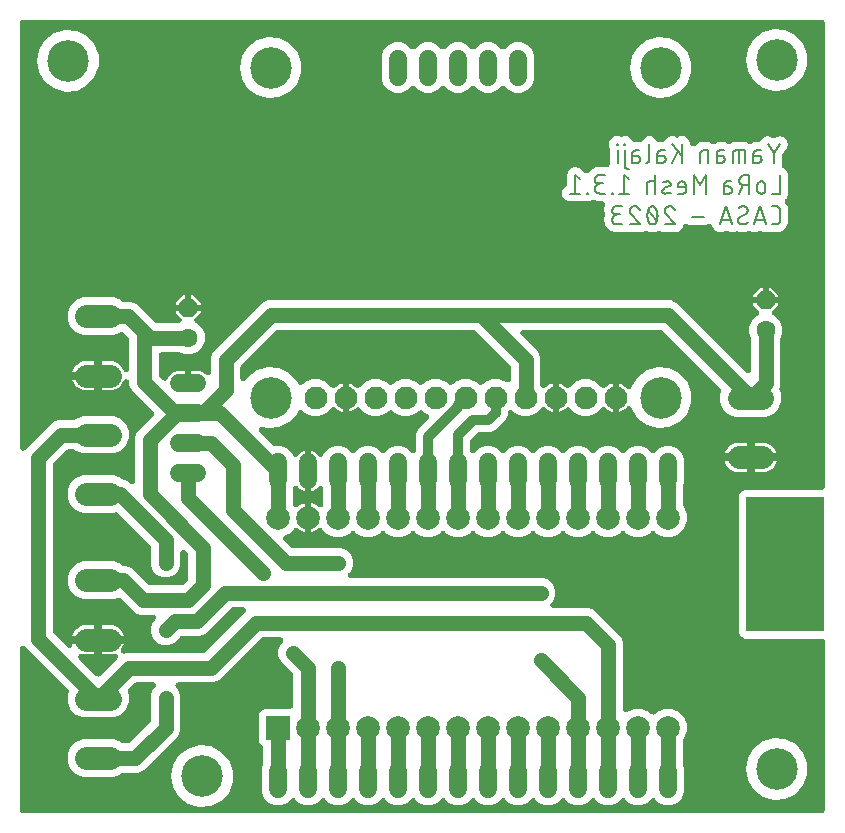
<source format=gbr>
G04 EAGLE Gerber RS-274X export*
G75*
%MOMM*%
%FSLAX34Y34*%
%LPD*%
%INBottom Copper*%
%IPPOS*%
%AMOC8*
5,1,8,0,0,1.08239X$1,22.5*%
G01*
%ADD10R,6.654800X11.379200*%
%ADD11C,0.127000*%
%ADD12C,1.524000*%
%ADD13C,2.000000*%
%ADD14R,2.000000X2.000000*%
%ADD15C,3.516000*%
%ADD16C,1.930400*%
%ADD17C,1.981200*%
%ADD18P,1.732040X8X112.500000*%
%ADD19C,1.600200*%
%ADD20C,1.270000*%
%ADD21C,1.016000*%
%ADD22C,0.812800*%

G36*
X688885Y118114D02*
X688885Y118114D01*
X688919Y118112D01*
X689108Y118134D01*
X689299Y118151D01*
X689332Y118160D01*
X689366Y118164D01*
X689549Y118219D01*
X689733Y118269D01*
X689764Y118284D01*
X689797Y118294D01*
X689968Y118381D01*
X690140Y118463D01*
X690168Y118483D01*
X690199Y118498D01*
X690351Y118614D01*
X690506Y118725D01*
X690530Y118750D01*
X690557Y118770D01*
X690686Y118910D01*
X690820Y119047D01*
X690839Y119076D01*
X690863Y119102D01*
X690965Y119263D01*
X691072Y119420D01*
X691086Y119452D01*
X691104Y119481D01*
X691177Y119658D01*
X691254Y119832D01*
X691262Y119866D01*
X691275Y119898D01*
X691315Y120085D01*
X691361Y120270D01*
X691363Y120304D01*
X691370Y120338D01*
X691389Y120650D01*
X691389Y263398D01*
X691386Y263433D01*
X691388Y263467D01*
X691366Y263656D01*
X691349Y263847D01*
X691340Y263880D01*
X691336Y263914D01*
X691281Y264097D01*
X691231Y264281D01*
X691216Y264312D01*
X691206Y264345D01*
X691119Y264515D01*
X691037Y264688D01*
X691017Y264716D01*
X691002Y264747D01*
X690886Y264899D01*
X690775Y265054D01*
X690750Y265078D01*
X690730Y265105D01*
X690590Y265234D01*
X690453Y265368D01*
X690424Y265387D01*
X690398Y265411D01*
X690237Y265513D01*
X690080Y265620D01*
X690048Y265634D01*
X690019Y265652D01*
X689842Y265725D01*
X689668Y265802D01*
X689634Y265810D01*
X689602Y265823D01*
X689415Y265863D01*
X689230Y265909D01*
X689196Y265911D01*
X689162Y265918D01*
X688850Y265937D01*
X623627Y265937D01*
X621386Y266865D01*
X619671Y268580D01*
X618743Y270821D01*
X618743Y387039D01*
X619671Y389280D01*
X621386Y390995D01*
X623627Y391923D01*
X688850Y391923D01*
X688885Y391926D01*
X688919Y391924D01*
X689108Y391946D01*
X689299Y391963D01*
X689332Y391972D01*
X689366Y391976D01*
X689549Y392031D01*
X689733Y392081D01*
X689764Y392096D01*
X689797Y392106D01*
X689968Y392193D01*
X690140Y392275D01*
X690168Y392295D01*
X690199Y392310D01*
X690351Y392426D01*
X690506Y392537D01*
X690530Y392562D01*
X690557Y392582D01*
X690686Y392722D01*
X690820Y392859D01*
X690839Y392888D01*
X690863Y392914D01*
X690965Y393075D01*
X691072Y393232D01*
X691086Y393264D01*
X691104Y393293D01*
X691177Y393470D01*
X691254Y393644D01*
X691262Y393678D01*
X691275Y393710D01*
X691315Y393897D01*
X691361Y394082D01*
X691363Y394116D01*
X691370Y394150D01*
X691389Y394462D01*
X691389Y787300D01*
X691386Y787335D01*
X691388Y787369D01*
X691366Y787558D01*
X691349Y787749D01*
X691340Y787782D01*
X691336Y787816D01*
X691281Y787999D01*
X691231Y788183D01*
X691216Y788214D01*
X691206Y788247D01*
X691119Y788418D01*
X691037Y788590D01*
X691017Y788618D01*
X691002Y788649D01*
X690886Y788801D01*
X690775Y788956D01*
X690750Y788980D01*
X690730Y789007D01*
X690590Y789136D01*
X690453Y789270D01*
X690424Y789289D01*
X690398Y789313D01*
X690237Y789415D01*
X690080Y789522D01*
X690048Y789536D01*
X690019Y789554D01*
X689842Y789627D01*
X689668Y789704D01*
X689634Y789712D01*
X689602Y789725D01*
X689415Y789765D01*
X689230Y789811D01*
X689196Y789813D01*
X689162Y789820D01*
X688850Y789839D01*
X12700Y789839D01*
X12665Y789836D01*
X12631Y789838D01*
X12442Y789816D01*
X12251Y789799D01*
X12218Y789790D01*
X12184Y789786D01*
X12001Y789731D01*
X11817Y789681D01*
X11786Y789666D01*
X11753Y789656D01*
X11582Y789569D01*
X11410Y789487D01*
X11382Y789467D01*
X11351Y789452D01*
X11199Y789336D01*
X11044Y789225D01*
X11020Y789200D01*
X10993Y789180D01*
X10864Y789040D01*
X10730Y788903D01*
X10711Y788874D01*
X10687Y788848D01*
X10585Y788687D01*
X10478Y788530D01*
X10464Y788498D01*
X10446Y788469D01*
X10373Y788292D01*
X10296Y788118D01*
X10288Y788084D01*
X10275Y788052D01*
X10235Y787865D01*
X10189Y787680D01*
X10187Y787646D01*
X10180Y787612D01*
X10161Y787300D01*
X10161Y427593D01*
X10172Y427464D01*
X10174Y427334D01*
X10192Y427240D01*
X10201Y427145D01*
X10235Y427019D01*
X10260Y426892D01*
X10294Y426803D01*
X10319Y426710D01*
X10375Y426593D01*
X10422Y426472D01*
X10472Y426390D01*
X10513Y426304D01*
X10588Y426198D01*
X10656Y426087D01*
X10719Y426015D01*
X10775Y425938D01*
X10868Y425847D01*
X10954Y425750D01*
X11029Y425691D01*
X11097Y425624D01*
X11205Y425551D01*
X11307Y425470D01*
X11391Y425425D01*
X11470Y425372D01*
X11589Y425319D01*
X11704Y425258D01*
X11795Y425228D01*
X11882Y425189D01*
X12009Y425159D01*
X12132Y425118D01*
X12227Y425105D01*
X12320Y425083D01*
X12449Y425075D01*
X12578Y425057D01*
X12674Y425061D01*
X12769Y425055D01*
X12898Y425070D01*
X13028Y425075D01*
X13121Y425096D01*
X13216Y425107D01*
X13341Y425145D01*
X13468Y425173D01*
X13556Y425210D01*
X13647Y425237D01*
X13763Y425296D01*
X13883Y425347D01*
X13964Y425399D01*
X14049Y425442D01*
X14152Y425520D01*
X14261Y425591D01*
X14359Y425677D01*
X14407Y425714D01*
X14438Y425747D01*
X14496Y425798D01*
X37908Y449210D01*
X42482Y451105D01*
X55058Y451105D01*
X55221Y451119D01*
X55386Y451126D01*
X55445Y451139D01*
X55506Y451145D01*
X55665Y451188D01*
X55825Y451224D01*
X55882Y451247D01*
X55941Y451263D01*
X56089Y451334D01*
X56241Y451397D01*
X56292Y451430D01*
X56347Y451457D01*
X56481Y451552D01*
X56619Y451642D01*
X56677Y451693D01*
X56713Y451719D01*
X56756Y451762D01*
X56853Y451848D01*
X57229Y452224D01*
X63111Y454661D01*
X89289Y454661D01*
X95171Y452224D01*
X99672Y447723D01*
X102109Y441841D01*
X102109Y435475D01*
X99672Y429593D01*
X95171Y425092D01*
X89289Y422655D01*
X63111Y422655D01*
X57229Y425092D01*
X56853Y425468D01*
X56727Y425573D01*
X56606Y425685D01*
X56555Y425717D01*
X56508Y425756D01*
X56365Y425838D01*
X56226Y425926D01*
X56170Y425950D01*
X56117Y425980D01*
X55962Y426035D01*
X55810Y426097D01*
X55750Y426110D01*
X55693Y426131D01*
X55530Y426157D01*
X55370Y426192D01*
X55293Y426197D01*
X55248Y426204D01*
X55187Y426203D01*
X55058Y426211D01*
X51165Y426211D01*
X51002Y426197D01*
X50837Y426190D01*
X50778Y426177D01*
X50717Y426171D01*
X50558Y426128D01*
X50398Y426092D01*
X50341Y426069D01*
X50283Y426053D01*
X50134Y425982D01*
X49982Y425919D01*
X49931Y425886D01*
X49876Y425859D01*
X49742Y425764D01*
X49604Y425674D01*
X49546Y425623D01*
X49510Y425597D01*
X49467Y425554D01*
X49370Y425468D01*
X38590Y414688D01*
X38485Y414562D01*
X38373Y414441D01*
X38341Y414390D01*
X38302Y414343D01*
X38220Y414200D01*
X38132Y414061D01*
X38108Y414005D01*
X38078Y413952D01*
X38023Y413797D01*
X37961Y413645D01*
X37948Y413585D01*
X37927Y413528D01*
X37901Y413365D01*
X37866Y413204D01*
X37861Y413128D01*
X37854Y413083D01*
X37855Y413022D01*
X37847Y412893D01*
X37847Y272145D01*
X37861Y271982D01*
X37868Y271817D01*
X37881Y271758D01*
X37887Y271697D01*
X37930Y271538D01*
X37966Y271378D01*
X37989Y271321D01*
X38005Y271263D01*
X38076Y271114D01*
X38139Y270962D01*
X38172Y270911D01*
X38199Y270856D01*
X38294Y270722D01*
X38384Y270584D01*
X38435Y270526D01*
X38461Y270490D01*
X38504Y270447D01*
X38590Y270350D01*
X50150Y258790D01*
X50210Y258740D01*
X50264Y258683D01*
X50382Y258596D01*
X50496Y258501D01*
X50564Y258462D01*
X50626Y258416D01*
X50759Y258351D01*
X50887Y258278D01*
X50960Y258252D01*
X51030Y258217D01*
X51172Y258176D01*
X51311Y258127D01*
X51388Y258114D01*
X51463Y258093D01*
X51609Y258078D01*
X51755Y258053D01*
X51833Y258055D01*
X51911Y258047D01*
X52058Y258058D01*
X52205Y258060D01*
X52282Y258074D01*
X52360Y258080D01*
X52503Y258117D01*
X52647Y258145D01*
X52720Y258173D01*
X52796Y258193D01*
X52930Y258254D01*
X53067Y258307D01*
X53134Y258348D01*
X53205Y258381D01*
X53326Y258465D01*
X53452Y258541D01*
X53511Y258593D01*
X53575Y258638D01*
X53679Y258742D01*
X53790Y258840D01*
X53838Y258901D01*
X53893Y258956D01*
X53978Y259077D01*
X54069Y259193D01*
X54106Y259261D01*
X54150Y259326D01*
X54212Y259460D01*
X54282Y259590D01*
X54306Y259664D01*
X54338Y259735D01*
X54375Y259878D01*
X54421Y260018D01*
X54431Y260095D01*
X54451Y260171D01*
X54462Y260318D01*
X54482Y260464D01*
X54479Y260542D01*
X54485Y260620D01*
X54470Y260766D01*
X54464Y260914D01*
X54447Y260990D01*
X54439Y261068D01*
X54373Y261324D01*
X54366Y261353D01*
X54363Y261360D01*
X54361Y261370D01*
X54279Y261621D01*
X72899Y261621D01*
X72899Y252475D01*
X65314Y252475D01*
X63379Y252782D01*
X62742Y252989D01*
X62666Y253006D01*
X62592Y253032D01*
X62447Y253056D01*
X62303Y253089D01*
X62225Y253093D01*
X62148Y253106D01*
X62001Y253104D01*
X61854Y253111D01*
X61776Y253101D01*
X61698Y253100D01*
X61553Y253072D01*
X61407Y253053D01*
X61333Y253029D01*
X61256Y253014D01*
X61118Y252961D01*
X60978Y252917D01*
X60909Y252880D01*
X60836Y252852D01*
X60710Y252775D01*
X60580Y252707D01*
X60518Y252659D01*
X60451Y252618D01*
X60341Y252520D01*
X60225Y252430D01*
X60172Y252371D01*
X60114Y252320D01*
X60023Y252205D01*
X59924Y252095D01*
X59883Y252028D01*
X59834Y251967D01*
X59765Y251837D01*
X59687Y251711D01*
X59659Y251639D01*
X59622Y251570D01*
X59576Y251430D01*
X59522Y251293D01*
X59507Y251216D01*
X59483Y251142D01*
X59463Y250996D01*
X59433Y250851D01*
X59432Y250773D01*
X59421Y250696D01*
X59427Y250548D01*
X59424Y250401D01*
X59436Y250324D01*
X59440Y250246D01*
X59472Y250102D01*
X59495Y249956D01*
X59520Y249882D01*
X59537Y249806D01*
X59594Y249670D01*
X59642Y249531D01*
X59681Y249463D01*
X59711Y249391D01*
X59791Y249267D01*
X59863Y249138D01*
X59913Y249078D01*
X59955Y249012D01*
X60131Y248814D01*
X60149Y248791D01*
X60155Y248786D01*
X60162Y248778D01*
X74404Y234536D01*
X74431Y234514D01*
X74454Y234488D01*
X74603Y234370D01*
X74750Y234247D01*
X74780Y234230D01*
X74807Y234208D01*
X74975Y234118D01*
X75141Y234024D01*
X75173Y234012D01*
X75204Y233996D01*
X75385Y233937D01*
X75565Y233873D01*
X75599Y233867D01*
X75632Y233856D01*
X75821Y233831D01*
X76009Y233799D01*
X76044Y233800D01*
X76078Y233795D01*
X76269Y233803D01*
X76460Y233805D01*
X76494Y233812D01*
X76528Y233813D01*
X76714Y233855D01*
X76902Y233891D01*
X76934Y233903D01*
X76968Y233911D01*
X77143Y233984D01*
X77322Y234053D01*
X77351Y234071D01*
X77383Y234085D01*
X77543Y234188D01*
X77706Y234287D01*
X77732Y234310D01*
X77761Y234329D01*
X77996Y234536D01*
X92238Y248778D01*
X92288Y248838D01*
X92345Y248892D01*
X92432Y249010D01*
X92527Y249124D01*
X92566Y249192D01*
X92612Y249254D01*
X92677Y249387D01*
X92750Y249515D01*
X92776Y249588D01*
X92811Y249658D01*
X92852Y249800D01*
X92901Y249939D01*
X92914Y250016D01*
X92935Y250091D01*
X92950Y250237D01*
X92975Y250383D01*
X92973Y250461D01*
X92981Y250539D01*
X92970Y250686D01*
X92968Y250833D01*
X92954Y250910D01*
X92948Y250988D01*
X92911Y251130D01*
X92883Y251275D01*
X92855Y251348D01*
X92835Y251424D01*
X92774Y251558D01*
X92721Y251695D01*
X92680Y251762D01*
X92647Y251833D01*
X92563Y251954D01*
X92487Y252080D01*
X92435Y252139D01*
X92390Y252203D01*
X92286Y252307D01*
X92188Y252417D01*
X92127Y252466D01*
X92072Y252521D01*
X91951Y252605D01*
X91835Y252697D01*
X91767Y252734D01*
X91702Y252778D01*
X91568Y252840D01*
X91438Y252910D01*
X91364Y252934D01*
X91293Y252966D01*
X91150Y253003D01*
X91010Y253049D01*
X90933Y253059D01*
X90857Y253079D01*
X90710Y253090D01*
X90564Y253110D01*
X90486Y253107D01*
X90408Y253113D01*
X90262Y253098D01*
X90114Y253092D01*
X90038Y253075D01*
X89960Y253067D01*
X89704Y253001D01*
X89675Y252994D01*
X89668Y252991D01*
X89658Y252989D01*
X89021Y252782D01*
X87086Y252475D01*
X79501Y252475D01*
X79501Y261621D01*
X98121Y261621D01*
X97641Y260144D01*
X96751Y258398D01*
X95859Y257171D01*
X95755Y256996D01*
X95647Y256823D01*
X95639Y256803D01*
X95628Y256784D01*
X95556Y256595D01*
X95481Y256405D01*
X95476Y256384D01*
X95469Y256363D01*
X95431Y256164D01*
X95391Y255964D01*
X95390Y255942D01*
X95386Y255921D01*
X95385Y255717D01*
X95380Y255514D01*
X95383Y255492D01*
X95383Y255470D01*
X95418Y255269D01*
X95449Y255069D01*
X95456Y255048D01*
X95459Y255027D01*
X95529Y254836D01*
X95595Y254643D01*
X95606Y254624D01*
X95613Y254603D01*
X95715Y254427D01*
X95814Y254250D01*
X95828Y254233D01*
X95839Y254214D01*
X95970Y254059D01*
X96100Y253901D01*
X96116Y253887D01*
X96130Y253871D01*
X96287Y253742D01*
X96442Y253609D01*
X96461Y253598D01*
X96478Y253584D01*
X96654Y253485D01*
X96831Y253381D01*
X96851Y253374D01*
X96870Y253363D01*
X97061Y253297D01*
X97253Y253226D01*
X97275Y253222D01*
X97295Y253215D01*
X97496Y253184D01*
X97697Y253148D01*
X97718Y253148D01*
X97740Y253145D01*
X97944Y253149D01*
X98147Y253150D01*
X98168Y253154D01*
X98190Y253154D01*
X98389Y253194D01*
X98590Y253231D01*
X98615Y253239D01*
X98632Y253243D01*
X98680Y253261D01*
X98885Y253332D01*
X99886Y253747D01*
X165243Y253747D01*
X165406Y253761D01*
X165571Y253768D01*
X165630Y253781D01*
X165691Y253787D01*
X165850Y253830D01*
X166010Y253866D01*
X166067Y253889D01*
X166125Y253905D01*
X166274Y253976D01*
X166426Y254039D01*
X166477Y254072D01*
X166532Y254099D01*
X166666Y254194D01*
X166804Y254284D01*
X166862Y254335D01*
X166898Y254361D01*
X166941Y254404D01*
X167038Y254490D01*
X200566Y288018D01*
X200650Y288118D01*
X200740Y288211D01*
X200794Y288291D01*
X200855Y288364D01*
X200920Y288477D01*
X200992Y288584D01*
X201031Y288672D01*
X201078Y288755D01*
X201122Y288877D01*
X201175Y288996D01*
X201197Y289089D01*
X201229Y289179D01*
X201250Y289308D01*
X201281Y289434D01*
X201287Y289529D01*
X201303Y289623D01*
X201301Y289754D01*
X201309Y289883D01*
X201298Y289978D01*
X201297Y290074D01*
X201272Y290201D01*
X201257Y290330D01*
X201229Y290422D01*
X201211Y290516D01*
X201164Y290637D01*
X201127Y290761D01*
X201083Y290846D01*
X201049Y290936D01*
X200981Y291047D01*
X200922Y291163D01*
X200865Y291239D01*
X200815Y291320D01*
X200729Y291418D01*
X200650Y291521D01*
X200580Y291586D01*
X200517Y291658D01*
X200415Y291738D01*
X200319Y291827D01*
X200238Y291878D01*
X200164Y291937D01*
X200049Y291998D01*
X199939Y292068D01*
X199851Y292105D01*
X199767Y292150D01*
X199643Y292190D01*
X199523Y292239D01*
X199429Y292259D01*
X199338Y292289D01*
X199210Y292307D01*
X199083Y292334D01*
X198953Y292342D01*
X198892Y292350D01*
X198848Y292349D01*
X198771Y292353D01*
X190102Y292353D01*
X189938Y292339D01*
X189774Y292332D01*
X189715Y292319D01*
X189654Y292313D01*
X189495Y292270D01*
X189334Y292234D01*
X189278Y292211D01*
X189219Y292195D01*
X189071Y292124D01*
X188919Y292061D01*
X188868Y292028D01*
X188813Y292001D01*
X188679Y291906D01*
X188541Y291816D01*
X188483Y291765D01*
X188447Y291739D01*
X188404Y291696D01*
X188307Y291610D01*
X166815Y270118D01*
X162241Y268223D01*
X147177Y268223D01*
X147014Y268209D01*
X146849Y268202D01*
X146790Y268189D01*
X146729Y268183D01*
X146570Y268140D01*
X146410Y268104D01*
X146353Y268081D01*
X146295Y268065D01*
X146146Y267994D01*
X145994Y267931D01*
X145943Y267898D01*
X145888Y267871D01*
X145754Y267776D01*
X145616Y267686D01*
X145558Y267635D01*
X145522Y267609D01*
X145479Y267566D01*
X145382Y267480D01*
X140400Y262498D01*
X135826Y260603D01*
X130874Y260603D01*
X126300Y262498D01*
X122798Y266000D01*
X120903Y270574D01*
X120903Y275526D01*
X122798Y280101D01*
X124366Y281668D01*
X124449Y281768D01*
X124540Y281861D01*
X124594Y281941D01*
X124655Y282014D01*
X124720Y282127D01*
X124792Y282234D01*
X124831Y282322D01*
X124878Y282405D01*
X124922Y282527D01*
X124975Y282646D01*
X124997Y282739D01*
X125029Y282829D01*
X125050Y282957D01*
X125081Y283084D01*
X125087Y283179D01*
X125103Y283273D01*
X125101Y283403D01*
X125109Y283533D01*
X125098Y283628D01*
X125097Y283724D01*
X125072Y283851D01*
X125057Y283980D01*
X125029Y284072D01*
X125011Y284166D01*
X124964Y284287D01*
X124927Y284411D01*
X124883Y284497D01*
X124849Y284586D01*
X124781Y284697D01*
X124722Y284813D01*
X124665Y284889D01*
X124615Y284970D01*
X124529Y285068D01*
X124450Y285171D01*
X124380Y285236D01*
X124317Y285308D01*
X124215Y285388D01*
X124119Y285477D01*
X124038Y285528D01*
X123964Y285587D01*
X123849Y285649D01*
X123739Y285718D01*
X123651Y285755D01*
X123567Y285800D01*
X123443Y285840D01*
X123323Y285889D01*
X123229Y285909D01*
X123138Y285939D01*
X123010Y285957D01*
X122883Y285984D01*
X122753Y285992D01*
X122692Y286000D01*
X122648Y285999D01*
X122571Y286003D01*
X111824Y286003D01*
X107250Y287898D01*
X95189Y299958D01*
X95025Y300096D01*
X94865Y300232D01*
X94854Y300239D01*
X94844Y300247D01*
X94659Y300353D01*
X94477Y300460D01*
X94464Y300464D01*
X94453Y300471D01*
X94253Y300542D01*
X94054Y300615D01*
X94041Y300617D01*
X94029Y300622D01*
X93819Y300656D01*
X93611Y300693D01*
X93597Y300693D01*
X93584Y300695D01*
X93371Y300692D01*
X93160Y300691D01*
X93148Y300689D01*
X93134Y300689D01*
X92925Y300648D01*
X92717Y300611D01*
X92702Y300605D01*
X92692Y300603D01*
X92655Y300589D01*
X92422Y300509D01*
X89289Y299211D01*
X63111Y299211D01*
X57229Y301648D01*
X52728Y306149D01*
X50291Y312031D01*
X50291Y318397D01*
X52728Y324279D01*
X57229Y328780D01*
X63111Y331217D01*
X89289Y331217D01*
X95171Y328780D01*
X95547Y328405D01*
X95673Y328299D01*
X95794Y328187D01*
X95845Y328155D01*
X95892Y328116D01*
X96035Y328034D01*
X96174Y327946D01*
X96230Y327922D01*
X96283Y327892D01*
X96438Y327837D01*
X96590Y327775D01*
X96650Y327762D01*
X96707Y327741D01*
X96869Y327715D01*
X97030Y327680D01*
X97108Y327675D01*
X97152Y327668D01*
X97212Y327669D01*
X97342Y327661D01*
X100012Y327661D01*
X104586Y325766D01*
X118712Y311640D01*
X118838Y311535D01*
X118959Y311423D01*
X119010Y311391D01*
X119057Y311352D01*
X119200Y311270D01*
X119339Y311182D01*
X119395Y311158D01*
X119448Y311128D01*
X119603Y311073D01*
X119755Y311011D01*
X119815Y310998D01*
X119872Y310977D01*
X120035Y310951D01*
X120196Y310916D01*
X120272Y310911D01*
X120317Y310904D01*
X120378Y310905D01*
X120507Y310897D01*
X146193Y310897D01*
X146356Y310911D01*
X146521Y310918D01*
X146580Y310931D01*
X146641Y310937D01*
X146800Y310980D01*
X146960Y311016D01*
X147017Y311039D01*
X147075Y311055D01*
X147224Y311126D01*
X147376Y311189D01*
X147427Y311222D01*
X147482Y311249D01*
X147616Y311344D01*
X147754Y311434D01*
X147812Y311485D01*
X147848Y311511D01*
X147891Y311554D01*
X147988Y311640D01*
X151910Y315562D01*
X152015Y315688D01*
X152127Y315809D01*
X152159Y315860D01*
X152198Y315907D01*
X152280Y316050D01*
X152368Y316189D01*
X152392Y316245D01*
X152422Y316298D01*
X152477Y316453D01*
X152539Y316605D01*
X152552Y316665D01*
X152573Y316722D01*
X152599Y316885D01*
X152634Y317046D01*
X152639Y317122D01*
X152646Y317167D01*
X152645Y317228D01*
X152653Y317357D01*
X152653Y336693D01*
X152639Y336857D01*
X152632Y337021D01*
X152619Y337080D01*
X152613Y337141D01*
X152570Y337300D01*
X152534Y337460D01*
X152511Y337517D01*
X152495Y337575D01*
X152424Y337724D01*
X152361Y337876D01*
X152328Y337927D01*
X152301Y337982D01*
X152206Y338116D01*
X152117Y338254D01*
X152065Y338312D01*
X152039Y338348D01*
X151996Y338391D01*
X151910Y338488D01*
X150132Y340266D01*
X150032Y340349D01*
X149939Y340440D01*
X149859Y340494D01*
X149786Y340555D01*
X149673Y340620D01*
X149566Y340692D01*
X149478Y340731D01*
X149395Y340778D01*
X149273Y340822D01*
X149154Y340875D01*
X149061Y340897D01*
X148971Y340929D01*
X148843Y340950D01*
X148716Y340981D01*
X148621Y340987D01*
X148527Y341003D01*
X148397Y341001D01*
X148267Y341009D01*
X148172Y340998D01*
X148076Y340997D01*
X147949Y340972D01*
X147820Y340957D01*
X147728Y340929D01*
X147634Y340911D01*
X147513Y340864D01*
X147389Y340827D01*
X147303Y340783D01*
X147214Y340749D01*
X147103Y340681D01*
X146987Y340622D01*
X146911Y340565D01*
X146830Y340515D01*
X146732Y340429D01*
X146629Y340350D01*
X146564Y340280D01*
X146492Y340217D01*
X146412Y340115D01*
X146323Y340019D01*
X146272Y339938D01*
X146213Y339864D01*
X146151Y339749D01*
X146082Y339639D01*
X146045Y339551D01*
X146000Y339467D01*
X145960Y339343D01*
X145911Y339223D01*
X145891Y339129D01*
X145861Y339038D01*
X145843Y338910D01*
X145816Y338783D01*
X145808Y338653D01*
X145800Y338592D01*
X145801Y338548D01*
X145797Y338471D01*
X145797Y327724D01*
X143902Y323150D01*
X140400Y319648D01*
X135826Y317753D01*
X130874Y317753D01*
X126300Y319648D01*
X122798Y323150D01*
X120903Y327724D01*
X120903Y343298D01*
X120889Y343462D01*
X120882Y343626D01*
X120869Y343685D01*
X120863Y343746D01*
X120820Y343905D01*
X120784Y344066D01*
X120761Y344122D01*
X120745Y344181D01*
X120674Y344329D01*
X120611Y344481D01*
X120578Y344532D01*
X120551Y344587D01*
X120456Y344721D01*
X120366Y344859D01*
X120315Y344917D01*
X120289Y344953D01*
X120246Y344996D01*
X120160Y345093D01*
X93035Y372218D01*
X92872Y372354D01*
X92711Y372492D01*
X92700Y372499D01*
X92689Y372507D01*
X92507Y372611D01*
X92322Y372719D01*
X92310Y372724D01*
X92298Y372730D01*
X92100Y372801D01*
X91900Y372874D01*
X91887Y372877D01*
X91874Y372881D01*
X91665Y372916D01*
X91456Y372953D01*
X91443Y372953D01*
X91430Y372955D01*
X91216Y372952D01*
X91006Y372951D01*
X90993Y372949D01*
X90980Y372949D01*
X90770Y372908D01*
X90563Y372870D01*
X90548Y372865D01*
X90538Y372863D01*
X90501Y372849D01*
X90268Y372769D01*
X89289Y372363D01*
X63111Y372363D01*
X57229Y374800D01*
X52728Y379301D01*
X50291Y385183D01*
X50291Y391549D01*
X52728Y397431D01*
X57229Y401932D01*
X63111Y404369D01*
X89289Y404369D01*
X95171Y401932D01*
X95547Y401556D01*
X95673Y401451D01*
X95794Y401339D01*
X95845Y401307D01*
X95892Y401268D01*
X96035Y401186D01*
X96174Y401098D01*
X96230Y401074D01*
X96283Y401044D01*
X96438Y400989D01*
X96590Y400927D01*
X96650Y400914D01*
X96707Y400893D01*
X96812Y400876D01*
X101540Y398918D01*
X103106Y397351D01*
X103206Y397268D01*
X103299Y397177D01*
X103379Y397123D01*
X103452Y397062D01*
X103565Y396998D01*
X103672Y396925D01*
X103760Y396886D01*
X103843Y396839D01*
X103965Y396795D01*
X104084Y396743D01*
X104177Y396720D01*
X104267Y396688D01*
X104395Y396667D01*
X104522Y396636D01*
X104617Y396630D01*
X104711Y396615D01*
X104841Y396616D01*
X104971Y396608D01*
X105066Y396619D01*
X105162Y396621D01*
X105289Y396645D01*
X105418Y396660D01*
X105510Y396688D01*
X105604Y396706D01*
X105725Y396753D01*
X105849Y396791D01*
X105935Y396834D01*
X106024Y396868D01*
X106135Y396936D01*
X106251Y396995D01*
X106327Y397053D01*
X106408Y397102D01*
X106506Y397189D01*
X106609Y397267D01*
X106674Y397337D01*
X106746Y397401D01*
X106826Y397503D01*
X106915Y397598D01*
X106966Y397679D01*
X107025Y397754D01*
X107087Y397868D01*
X107156Y397978D01*
X107193Y398066D01*
X107238Y398151D01*
X107278Y398274D01*
X107327Y398395D01*
X107347Y398488D01*
X107377Y398579D01*
X107395Y398707D01*
X107422Y398835D01*
X107430Y398964D01*
X107438Y399025D01*
X107437Y399070D01*
X107441Y399147D01*
X107441Y436325D01*
X109336Y440899D01*
X122834Y454397D01*
X122856Y454424D01*
X122882Y454446D01*
X123000Y454595D01*
X123123Y454742D01*
X123140Y454772D01*
X123161Y454800D01*
X123251Y454967D01*
X123346Y455133D01*
X123358Y455166D01*
X123374Y455196D01*
X123433Y455378D01*
X123497Y455557D01*
X123502Y455592D01*
X123513Y455625D01*
X123539Y455813D01*
X123570Y456002D01*
X123570Y456036D01*
X123575Y456071D01*
X123567Y456261D01*
X123564Y456452D01*
X123558Y456486D01*
X123556Y456521D01*
X123515Y456706D01*
X123479Y456894D01*
X123466Y456926D01*
X123459Y456960D01*
X123385Y457136D01*
X123316Y457314D01*
X123298Y457344D01*
X123285Y457376D01*
X123181Y457536D01*
X123082Y457699D01*
X123059Y457725D01*
X123041Y457754D01*
X122834Y457988D01*
X104510Y476312D01*
X102615Y480886D01*
X102615Y482942D01*
X102611Y482994D01*
X102613Y483046D01*
X102591Y483217D01*
X102575Y483390D01*
X102562Y483441D01*
X102555Y483492D01*
X102502Y483657D01*
X102457Y483825D01*
X102434Y483872D01*
X102419Y483922D01*
X102338Y484075D01*
X102263Y484231D01*
X102233Y484274D01*
X102209Y484320D01*
X102102Y484456D01*
X102001Y484597D01*
X101964Y484634D01*
X101932Y484675D01*
X101803Y484790D01*
X101679Y484911D01*
X101635Y484941D01*
X101596Y484975D01*
X101449Y485066D01*
X101306Y485163D01*
X101258Y485185D01*
X101213Y485212D01*
X101053Y485275D01*
X100894Y485346D01*
X100843Y485358D01*
X100795Y485377D01*
X100625Y485411D01*
X100456Y485452D01*
X100404Y485456D01*
X100353Y485466D01*
X100180Y485469D01*
X100007Y485480D01*
X99955Y485474D01*
X99903Y485475D01*
X99732Y485448D01*
X99560Y485428D01*
X99510Y485413D01*
X99458Y485405D01*
X99295Y485348D01*
X99129Y485298D01*
X99082Y485274D01*
X99033Y485257D01*
X98882Y485172D01*
X98727Y485093D01*
X98686Y485062D01*
X98640Y485036D01*
X98507Y484926D01*
X98369Y484821D01*
X98333Y484783D01*
X98293Y484750D01*
X98181Y484617D01*
X98064Y484490D01*
X98035Y484446D01*
X98002Y484406D01*
X97915Y484257D01*
X97822Y484110D01*
X97802Y484062D01*
X97776Y484017D01*
X97661Y483726D01*
X97641Y483664D01*
X96751Y481918D01*
X95600Y480334D01*
X94214Y478948D01*
X92630Y477797D01*
X90884Y476907D01*
X89021Y476302D01*
X87086Y475995D01*
X79501Y475995D01*
X79501Y487680D01*
X79498Y487714D01*
X79500Y487749D01*
X79478Y487938D01*
X79461Y488128D01*
X79452Y488162D01*
X79448Y488196D01*
X79393Y488379D01*
X79379Y488431D01*
X79387Y488452D01*
X79427Y488639D01*
X79473Y488824D01*
X79475Y488858D01*
X79482Y488892D01*
X79501Y489204D01*
X79501Y500889D01*
X87086Y500889D01*
X89021Y500582D01*
X90884Y499977D01*
X92630Y499087D01*
X94214Y497936D01*
X95600Y496550D01*
X96751Y494966D01*
X97641Y493220D01*
X97661Y493158D01*
X97681Y493110D01*
X97695Y493059D01*
X97770Y492903D01*
X97838Y492744D01*
X97866Y492700D01*
X97889Y492653D01*
X97989Y492512D01*
X98084Y492367D01*
X98120Y492329D01*
X98151Y492287D01*
X98275Y492166D01*
X98394Y492040D01*
X98436Y492009D01*
X98473Y491973D01*
X98617Y491876D01*
X98756Y491773D01*
X98803Y491750D01*
X98846Y491721D01*
X99005Y491650D01*
X99160Y491574D01*
X99210Y491560D01*
X99258Y491538D01*
X99427Y491497D01*
X99593Y491449D01*
X99645Y491444D01*
X99696Y491432D01*
X99869Y491421D01*
X100041Y491403D01*
X100093Y491407D01*
X100145Y491404D01*
X100318Y491424D01*
X100490Y491437D01*
X100540Y491450D01*
X100592Y491456D01*
X100758Y491506D01*
X100926Y491549D01*
X100973Y491571D01*
X101023Y491586D01*
X101178Y491665D01*
X101335Y491737D01*
X101378Y491767D01*
X101425Y491791D01*
X101563Y491895D01*
X101705Y491994D01*
X101742Y492031D01*
X101783Y492063D01*
X101901Y492190D01*
X102023Y492313D01*
X102053Y492355D01*
X102089Y492394D01*
X102182Y492540D01*
X102281Y492682D01*
X102302Y492730D01*
X102330Y492774D01*
X102396Y492934D01*
X102468Y493091D01*
X102481Y493142D01*
X102501Y493190D01*
X102538Y493360D01*
X102581Y493527D01*
X102585Y493579D01*
X102596Y493630D01*
X102615Y493942D01*
X102615Y519065D01*
X102601Y519228D01*
X102594Y519393D01*
X102581Y519452D01*
X102575Y519513D01*
X102532Y519672D01*
X102496Y519832D01*
X102473Y519889D01*
X102457Y519947D01*
X102386Y520096D01*
X102323Y520248D01*
X102290Y520299D01*
X102263Y520354D01*
X102168Y520488D01*
X102078Y520626D01*
X102027Y520684D01*
X102001Y520720D01*
X101958Y520763D01*
X101872Y520860D01*
X98063Y524669D01*
X97901Y524804D01*
X97739Y524943D01*
X97728Y524949D01*
X97718Y524958D01*
X97533Y525063D01*
X97350Y525170D01*
X97338Y525174D01*
X97327Y525181D01*
X97127Y525252D01*
X96928Y525325D01*
X96915Y525327D01*
X96902Y525332D01*
X96694Y525366D01*
X96484Y525403D01*
X96471Y525403D01*
X96458Y525405D01*
X96246Y525402D01*
X96034Y525402D01*
X96021Y525399D01*
X96008Y525399D01*
X95799Y525359D01*
X95591Y525321D01*
X95576Y525316D01*
X95566Y525314D01*
X95529Y525300D01*
X95296Y525219D01*
X89289Y522731D01*
X63111Y522731D01*
X57229Y525168D01*
X52728Y529669D01*
X50291Y535551D01*
X50291Y541917D01*
X52728Y547799D01*
X57229Y552300D01*
X63111Y554737D01*
X89289Y554737D01*
X95171Y552300D01*
X95547Y551924D01*
X95673Y551819D01*
X95794Y551707D01*
X95845Y551675D01*
X95892Y551636D01*
X96035Y551554D01*
X96174Y551466D01*
X96230Y551442D01*
X96283Y551412D01*
X96438Y551357D01*
X96590Y551295D01*
X96650Y551282D01*
X96707Y551261D01*
X96870Y551235D01*
X97030Y551200D01*
X97107Y551195D01*
X97152Y551188D01*
X97213Y551189D01*
X97342Y551181D01*
X104076Y551181D01*
X108650Y549286D01*
X112509Y545427D01*
X121755Y536181D01*
X121756Y536181D01*
X124046Y533890D01*
X124172Y533785D01*
X124293Y533673D01*
X124344Y533641D01*
X124391Y533602D01*
X124534Y533520D01*
X124673Y533432D01*
X124729Y533408D01*
X124782Y533378D01*
X124937Y533323D01*
X125089Y533261D01*
X125149Y533248D01*
X125206Y533227D01*
X125369Y533201D01*
X125530Y533166D01*
X125606Y533161D01*
X125651Y533154D01*
X125712Y533155D01*
X125841Y533147D01*
X144315Y533147D01*
X144444Y533158D01*
X144574Y533160D01*
X144668Y533178D01*
X144763Y533187D01*
X144889Y533221D01*
X145016Y533246D01*
X145106Y533280D01*
X145198Y533305D01*
X145315Y533361D01*
X145436Y533408D01*
X145518Y533458D01*
X145604Y533499D01*
X145710Y533574D01*
X145821Y533642D01*
X145893Y533705D01*
X145970Y533761D01*
X146061Y533854D01*
X146158Y533940D01*
X146218Y534015D01*
X146284Y534083D01*
X146357Y534191D01*
X146438Y534293D01*
X146483Y534377D01*
X146536Y534456D01*
X146589Y534575D01*
X146650Y534690D01*
X146680Y534781D01*
X146719Y534868D01*
X146750Y534995D01*
X146790Y535118D01*
X146803Y535213D01*
X146825Y535306D01*
X146833Y535435D01*
X146851Y535564D01*
X146847Y535660D01*
X146853Y535755D01*
X146838Y535884D01*
X146833Y536014D01*
X146812Y536107D01*
X146801Y536202D01*
X146763Y536327D01*
X146735Y536454D01*
X146698Y536542D01*
X146671Y536633D01*
X146612Y536749D01*
X146561Y536869D01*
X146510Y536949D01*
X146466Y537035D01*
X146388Y537138D01*
X146317Y537247D01*
X146231Y537345D01*
X146194Y537393D01*
X146161Y537424D01*
X146110Y537482D01*
X141858Y541733D01*
X141858Y543561D01*
X152400Y543561D01*
X162942Y543561D01*
X162942Y541733D01*
X158458Y537250D01*
X158406Y537187D01*
X158346Y537130D01*
X158261Y537014D01*
X158169Y536905D01*
X158129Y536833D01*
X158080Y536767D01*
X158017Y536638D01*
X157946Y536514D01*
X157918Y536436D01*
X157882Y536362D01*
X157843Y536225D01*
X157795Y536090D01*
X157782Y536008D01*
X157759Y535929D01*
X157745Y535786D01*
X157722Y535645D01*
X157723Y535563D01*
X157715Y535481D01*
X157726Y535338D01*
X157728Y535195D01*
X157744Y535114D01*
X157750Y535032D01*
X157786Y534894D01*
X157813Y534753D01*
X157843Y534676D01*
X157864Y534596D01*
X157924Y534467D01*
X157976Y534333D01*
X158019Y534263D01*
X158053Y534188D01*
X158135Y534071D01*
X158210Y533948D01*
X158264Y533887D01*
X158311Y533819D01*
X158413Y533718D01*
X158508Y533611D01*
X158572Y533560D01*
X158631Y533502D01*
X158749Y533420D01*
X158861Y533331D01*
X158933Y533293D01*
X159001Y533246D01*
X159223Y533137D01*
X159258Y533119D01*
X159268Y533116D01*
X159282Y533109D01*
X160386Y532652D01*
X164352Y528686D01*
X166498Y523504D01*
X166498Y517896D01*
X164352Y512714D01*
X160386Y508748D01*
X155204Y506602D01*
X149596Y506602D01*
X146077Y508060D01*
X145965Y508095D01*
X145857Y508139D01*
X145751Y508162D01*
X145647Y508195D01*
X145531Y508209D01*
X145417Y508234D01*
X145263Y508244D01*
X145200Y508251D01*
X145164Y508250D01*
X145105Y508253D01*
X130048Y508253D01*
X130013Y508250D01*
X129979Y508252D01*
X129790Y508230D01*
X129599Y508213D01*
X129566Y508204D01*
X129532Y508200D01*
X129349Y508145D01*
X129165Y508095D01*
X129134Y508080D01*
X129101Y508070D01*
X128930Y507983D01*
X128758Y507901D01*
X128730Y507881D01*
X128699Y507866D01*
X128547Y507750D01*
X128392Y507639D01*
X128368Y507614D01*
X128341Y507594D01*
X128212Y507454D01*
X128078Y507317D01*
X128059Y507288D01*
X128035Y507262D01*
X127933Y507101D01*
X127826Y506944D01*
X127812Y506912D01*
X127794Y506883D01*
X127721Y506706D01*
X127644Y506532D01*
X127636Y506498D01*
X127623Y506466D01*
X127583Y506279D01*
X127537Y506094D01*
X127535Y506060D01*
X127528Y506026D01*
X127509Y505714D01*
X127509Y489569D01*
X127523Y489406D01*
X127530Y489241D01*
X127543Y489182D01*
X127549Y489121D01*
X127592Y488962D01*
X127628Y488802D01*
X127651Y488745D01*
X127667Y488687D01*
X127738Y488538D01*
X127801Y488386D01*
X127834Y488335D01*
X127861Y488280D01*
X127956Y488146D01*
X128046Y488008D01*
X128097Y487950D01*
X128123Y487914D01*
X128166Y487871D01*
X128252Y487774D01*
X131002Y485024D01*
X131141Y484908D01*
X131277Y484786D01*
X131314Y484763D01*
X131347Y484735D01*
X131505Y484645D01*
X131660Y484550D01*
X131701Y484534D01*
X131738Y484512D01*
X131910Y484451D01*
X132079Y484384D01*
X132122Y484376D01*
X132163Y484361D01*
X132342Y484332D01*
X132520Y484296D01*
X132564Y484295D01*
X132607Y484288D01*
X132789Y484290D01*
X132971Y484286D01*
X133013Y484293D01*
X133057Y484294D01*
X133236Y484328D01*
X133415Y484357D01*
X133456Y484371D01*
X133499Y484379D01*
X133669Y484445D01*
X133841Y484505D01*
X133879Y484526D01*
X133919Y484542D01*
X134074Y484636D01*
X134233Y484725D01*
X134267Y484753D01*
X134304Y484776D01*
X134440Y484896D01*
X134580Y485012D01*
X134609Y485045D01*
X134641Y485074D01*
X134754Y485216D01*
X134872Y485355D01*
X134894Y485393D01*
X134921Y485427D01*
X135007Y485587D01*
X135098Y485744D01*
X135118Y485794D01*
X135133Y485824D01*
X135153Y485884D01*
X135213Y486035D01*
X135364Y486500D01*
X136090Y487925D01*
X137030Y489219D01*
X138161Y490350D01*
X139455Y491290D01*
X140880Y492016D01*
X142401Y492511D01*
X143980Y492761D01*
X149861Y492761D01*
X149861Y482600D01*
X149864Y482566D01*
X149862Y482531D01*
X149884Y482342D01*
X149900Y482152D01*
X149910Y482118D01*
X149914Y482084D01*
X149969Y481901D01*
X150019Y481717D01*
X150034Y481686D01*
X150044Y481653D01*
X150131Y481482D01*
X150212Y481311D01*
X150233Y481283D01*
X150248Y481252D01*
X150364Y481100D01*
X150475Y480945D01*
X150499Y480921D01*
X150520Y480893D01*
X150661Y480764D01*
X150797Y480631D01*
X150826Y480611D01*
X150851Y480588D01*
X151012Y480485D01*
X151170Y480379D01*
X151202Y480365D01*
X151231Y480346D01*
X151408Y480274D01*
X151582Y480196D01*
X151616Y480188D01*
X151648Y480175D01*
X151834Y480135D01*
X152019Y480090D01*
X152054Y480088D01*
X152088Y480080D01*
X152400Y480061D01*
X152435Y480064D01*
X152469Y480062D01*
X152659Y480084D01*
X152849Y480101D01*
X152882Y480110D01*
X152916Y480114D01*
X153099Y480169D01*
X153283Y480220D01*
X153314Y480234D01*
X153347Y480244D01*
X153518Y480331D01*
X153690Y480413D01*
X153718Y480433D01*
X153749Y480449D01*
X153901Y480564D01*
X154056Y480675D01*
X154080Y480700D01*
X154107Y480721D01*
X154237Y480861D01*
X154370Y480998D01*
X154389Y481026D01*
X154413Y481052D01*
X154515Y481213D01*
X154622Y481371D01*
X154636Y481402D01*
X154654Y481432D01*
X154727Y481608D01*
X154804Y481783D01*
X154812Y481816D01*
X154825Y481848D01*
X154866Y482035D01*
X154911Y482220D01*
X154913Y482254D01*
X154920Y482288D01*
X154939Y482600D01*
X154939Y492761D01*
X160820Y492761D01*
X162399Y492511D01*
X163920Y492016D01*
X165345Y491290D01*
X166639Y490350D01*
X167368Y489621D01*
X167468Y489537D01*
X167561Y489447D01*
X167641Y489393D01*
X167714Y489332D01*
X167827Y489268D01*
X167934Y489195D01*
X168022Y489156D01*
X168105Y489109D01*
X168227Y489065D01*
X168346Y489012D01*
X168439Y488990D01*
X168529Y488958D01*
X168657Y488937D01*
X168784Y488906D01*
X168879Y488900D01*
X168973Y488884D01*
X169103Y488886D01*
X169233Y488878D01*
X169328Y488889D01*
X169423Y488890D01*
X169551Y488915D01*
X169680Y488930D01*
X169772Y488958D01*
X169866Y488976D01*
X169987Y489023D01*
X170111Y489061D01*
X170196Y489104D01*
X170286Y489138D01*
X170397Y489206D01*
X170513Y489265D01*
X170589Y489323D01*
X170670Y489372D01*
X170768Y489458D01*
X170871Y489537D01*
X170936Y489607D01*
X171008Y489670D01*
X171088Y489772D01*
X171177Y489868D01*
X171228Y489949D01*
X171287Y490023D01*
X171348Y490138D01*
X171418Y490248D01*
X171455Y490336D01*
X171500Y490420D01*
X171540Y490544D01*
X171589Y490664D01*
X171609Y490758D01*
X171639Y490849D01*
X171657Y490977D01*
X171684Y491105D01*
X171692Y491235D01*
X171700Y491295D01*
X171699Y491339D01*
X171703Y491416D01*
X171703Y504126D01*
X173598Y508700D01*
X177456Y512559D01*
X177457Y512559D01*
X211341Y546443D01*
X215200Y550302D01*
X219774Y552197D01*
X561022Y552197D01*
X565596Y550302D01*
X569455Y546443D01*
X624568Y491330D01*
X624668Y491246D01*
X624761Y491156D01*
X624841Y491102D01*
X624914Y491041D01*
X625027Y490976D01*
X625134Y490904D01*
X625222Y490865D01*
X625305Y490818D01*
X625427Y490774D01*
X625546Y490721D01*
X625639Y490699D01*
X625729Y490667D01*
X625858Y490646D01*
X625984Y490615D01*
X626079Y490609D01*
X626173Y490593D01*
X626304Y490595D01*
X626433Y490587D01*
X626528Y490598D01*
X626624Y490599D01*
X626751Y490624D01*
X626880Y490639D01*
X626972Y490667D01*
X627066Y490685D01*
X627187Y490732D01*
X627311Y490769D01*
X627396Y490813D01*
X627486Y490847D01*
X627597Y490915D01*
X627713Y490974D01*
X627789Y491031D01*
X627870Y491081D01*
X627968Y491167D01*
X628071Y491246D01*
X628136Y491316D01*
X628208Y491379D01*
X628288Y491481D01*
X628377Y491577D01*
X628428Y491658D01*
X628487Y491732D01*
X628548Y491847D01*
X628618Y491957D01*
X628655Y492045D01*
X628700Y492129D01*
X628740Y492253D01*
X628789Y492373D01*
X628809Y492467D01*
X628839Y492558D01*
X628857Y492686D01*
X628884Y492813D01*
X628892Y492943D01*
X628900Y493004D01*
X628899Y493048D01*
X628903Y493125D01*
X628903Y519755D01*
X628893Y519871D01*
X628893Y519988D01*
X628873Y520095D01*
X628863Y520203D01*
X628833Y520316D01*
X628812Y520431D01*
X628761Y520577D01*
X628745Y520638D01*
X628729Y520670D01*
X628710Y520727D01*
X627252Y524246D01*
X627252Y529854D01*
X629398Y535036D01*
X633364Y539002D01*
X634468Y539459D01*
X634541Y539497D01*
X634618Y539526D01*
X634740Y539601D01*
X634867Y539667D01*
X634932Y539718D01*
X635002Y539760D01*
X635110Y539855D01*
X635223Y539943D01*
X635278Y540004D01*
X635340Y540059D01*
X635429Y540171D01*
X635525Y540277D01*
X635568Y540347D01*
X635619Y540412D01*
X635687Y540538D01*
X635762Y540659D01*
X635793Y540736D01*
X635832Y540809D01*
X635876Y540944D01*
X635929Y541078D01*
X635946Y541159D01*
X635971Y541237D01*
X635991Y541378D01*
X636019Y541519D01*
X636021Y541601D01*
X636032Y541683D01*
X636027Y541826D01*
X636030Y541969D01*
X636017Y542050D01*
X636014Y542133D01*
X635983Y542272D01*
X635961Y542414D01*
X635934Y542492D01*
X635917Y542572D01*
X635861Y542704D01*
X635815Y542840D01*
X635775Y542912D01*
X635743Y542988D01*
X635665Y543108D01*
X635596Y543233D01*
X635543Y543297D01*
X635499Y543366D01*
X635335Y543551D01*
X635310Y543581D01*
X635302Y543588D01*
X635292Y543600D01*
X630808Y548083D01*
X630808Y549911D01*
X641350Y549911D01*
X651892Y549911D01*
X651892Y548083D01*
X647408Y543600D01*
X647356Y543537D01*
X647296Y543480D01*
X647211Y543364D01*
X647119Y543255D01*
X647079Y543183D01*
X647030Y543117D01*
X646967Y542988D01*
X646896Y542864D01*
X646868Y542786D01*
X646832Y542712D01*
X646793Y542575D01*
X646745Y542440D01*
X646732Y542358D01*
X646709Y542279D01*
X646695Y542136D01*
X646672Y541995D01*
X646673Y541913D01*
X646665Y541831D01*
X646676Y541688D01*
X646678Y541545D01*
X646694Y541464D01*
X646700Y541382D01*
X646736Y541244D01*
X646763Y541103D01*
X646793Y541026D01*
X646814Y540946D01*
X646874Y540817D01*
X646926Y540683D01*
X646969Y540613D01*
X647003Y540538D01*
X647085Y540421D01*
X647160Y540298D01*
X647214Y540237D01*
X647261Y540169D01*
X647363Y540068D01*
X647458Y539961D01*
X647522Y539910D01*
X647581Y539852D01*
X647699Y539770D01*
X647811Y539681D01*
X647883Y539643D01*
X647951Y539596D01*
X648173Y539487D01*
X648208Y539469D01*
X648218Y539466D01*
X648232Y539459D01*
X649336Y539002D01*
X653302Y535036D01*
X655448Y529854D01*
X655448Y524246D01*
X653990Y520727D01*
X653955Y520615D01*
X653911Y520507D01*
X653888Y520401D01*
X653855Y520297D01*
X653841Y520181D01*
X653816Y520067D01*
X653806Y519913D01*
X653799Y519850D01*
X653800Y519814D01*
X653797Y519755D01*
X653797Y479870D01*
X653122Y478241D01*
X653073Y478084D01*
X653016Y477930D01*
X653005Y477870D01*
X652987Y477812D01*
X652966Y477648D01*
X652938Y477486D01*
X652938Y477425D01*
X652930Y477365D01*
X652939Y477200D01*
X652939Y477036D01*
X652950Y476976D01*
X652954Y476915D01*
X652991Y476755D01*
X653020Y476593D01*
X653046Y476520D01*
X653056Y476477D01*
X653080Y476421D01*
X653122Y476298D01*
X654559Y472829D01*
X654559Y466463D01*
X652122Y460581D01*
X647621Y456080D01*
X641739Y453643D01*
X615561Y453643D01*
X609679Y456080D01*
X605178Y460581D01*
X602741Y466463D01*
X602741Y472829D01*
X603593Y474884D01*
X603656Y475088D01*
X603722Y475288D01*
X603723Y475301D01*
X603727Y475314D01*
X603754Y475525D01*
X603783Y475734D01*
X603782Y475747D01*
X603784Y475761D01*
X603773Y475971D01*
X603765Y476184D01*
X603762Y476197D01*
X603761Y476210D01*
X603713Y476416D01*
X603667Y476624D01*
X603662Y476636D01*
X603659Y476649D01*
X603575Y476843D01*
X603493Y477039D01*
X603486Y477050D01*
X603481Y477062D01*
X603364Y477239D01*
X603249Y477417D01*
X603239Y477429D01*
X603233Y477438D01*
X603206Y477466D01*
X603042Y477652D01*
X554134Y526560D01*
X554008Y526665D01*
X553887Y526777D01*
X553836Y526809D01*
X553789Y526848D01*
X553646Y526930D01*
X553507Y527018D01*
X553451Y527042D01*
X553398Y527072D01*
X553243Y527127D01*
X553091Y527189D01*
X553031Y527202D01*
X552974Y527223D01*
X552811Y527249D01*
X552650Y527284D01*
X552574Y527289D01*
X552529Y527296D01*
X552468Y527295D01*
X552339Y527303D01*
X436229Y527303D01*
X436100Y527292D01*
X435970Y527290D01*
X435876Y527272D01*
X435781Y527263D01*
X435655Y527229D01*
X435528Y527204D01*
X435439Y527170D01*
X435346Y527145D01*
X435229Y527089D01*
X435108Y527042D01*
X435026Y526992D01*
X434940Y526951D01*
X434834Y526876D01*
X434723Y526808D01*
X434651Y526745D01*
X434574Y526689D01*
X434483Y526596D01*
X434386Y526510D01*
X434327Y526435D01*
X434260Y526367D01*
X434187Y526259D01*
X434106Y526157D01*
X434061Y526073D01*
X434008Y525994D01*
X433955Y525875D01*
X433894Y525760D01*
X433864Y525669D01*
X433825Y525582D01*
X433795Y525455D01*
X433754Y525332D01*
X433741Y525237D01*
X433719Y525144D01*
X433711Y525015D01*
X433693Y524886D01*
X433697Y524790D01*
X433691Y524695D01*
X433706Y524566D01*
X433711Y524436D01*
X433732Y524343D01*
X433743Y524248D01*
X433781Y524123D01*
X433809Y523996D01*
X433846Y523908D01*
X433873Y523817D01*
X433932Y523701D01*
X433983Y523581D01*
X434035Y523500D01*
X434078Y523415D01*
X434156Y523312D01*
X434227Y523203D01*
X434313Y523105D01*
X434350Y523057D01*
X434383Y523026D01*
X434434Y522968D01*
X444843Y512559D01*
X448702Y508700D01*
X450597Y504126D01*
X450597Y480777D01*
X450611Y480613D01*
X450618Y480449D01*
X450631Y480390D01*
X450637Y480329D01*
X450680Y480170D01*
X450716Y480010D01*
X450739Y479953D01*
X450755Y479894D01*
X450826Y479746D01*
X450889Y479594D01*
X450922Y479543D01*
X450949Y479488D01*
X451044Y479354D01*
X451133Y479216D01*
X451185Y479158D01*
X451211Y479122D01*
X451254Y479079D01*
X451340Y478982D01*
X451569Y478753D01*
X451596Y478731D01*
X451619Y478705D01*
X451768Y478587D01*
X451914Y478464D01*
X451944Y478447D01*
X451972Y478425D01*
X452140Y478335D01*
X452305Y478241D01*
X452338Y478229D01*
X452369Y478213D01*
X452550Y478154D01*
X452729Y478090D01*
X452764Y478084D01*
X452797Y478074D01*
X452986Y478048D01*
X453174Y478017D01*
X453208Y478017D01*
X453243Y478012D01*
X453433Y478020D01*
X453624Y478023D01*
X453658Y478029D01*
X453693Y478031D01*
X453879Y478072D01*
X454066Y478108D01*
X454098Y478121D01*
X454132Y478128D01*
X454309Y478202D01*
X454486Y478270D01*
X454516Y478288D01*
X454548Y478302D01*
X454708Y478405D01*
X454871Y478504D01*
X454897Y478527D01*
X454926Y478546D01*
X455160Y478753D01*
X455607Y479200D01*
X457160Y480328D01*
X458870Y481200D01*
X460695Y481792D01*
X461011Y481843D01*
X461011Y469900D01*
X461011Y457957D01*
X460695Y458008D01*
X458870Y458600D01*
X457160Y459472D01*
X455607Y460600D01*
X455160Y461047D01*
X455134Y461069D01*
X455110Y461095D01*
X454961Y461214D01*
X454815Y461336D01*
X454785Y461353D01*
X454757Y461374D01*
X454589Y461465D01*
X454424Y461559D01*
X454391Y461571D01*
X454361Y461587D01*
X454179Y461646D01*
X453999Y461710D01*
X453965Y461716D01*
X453932Y461726D01*
X453743Y461752D01*
X453555Y461783D01*
X453521Y461783D01*
X453486Y461788D01*
X453295Y461780D01*
X453105Y461777D01*
X453071Y461771D01*
X453036Y461769D01*
X452850Y461728D01*
X452663Y461692D01*
X452630Y461679D01*
X452597Y461672D01*
X452422Y461599D01*
X452243Y461530D01*
X452213Y461511D01*
X452181Y461498D01*
X452022Y461395D01*
X451858Y461296D01*
X451832Y461273D01*
X451803Y461254D01*
X451569Y461047D01*
X447071Y456549D01*
X441283Y454151D01*
X435017Y454151D01*
X429229Y456549D01*
X427246Y458532D01*
X427146Y458616D01*
X427053Y458707D01*
X427024Y458726D01*
X426998Y458749D01*
X426947Y458782D01*
X426900Y458821D01*
X426787Y458886D01*
X426680Y458959D01*
X426648Y458973D01*
X426619Y458991D01*
X426562Y459014D01*
X426509Y459045D01*
X426387Y459088D01*
X426268Y459141D01*
X426234Y459149D01*
X426202Y459162D01*
X426142Y459175D01*
X426085Y459195D01*
X425957Y459217D01*
X425830Y459247D01*
X425796Y459250D01*
X425762Y459257D01*
X425685Y459262D01*
X425641Y459269D01*
X425580Y459268D01*
X425450Y459276D01*
X425415Y459273D01*
X425381Y459275D01*
X425286Y459264D01*
X425191Y459263D01*
X425097Y459245D01*
X425001Y459236D01*
X424968Y459227D01*
X424934Y459223D01*
X424842Y459195D01*
X424748Y459177D01*
X424659Y459143D01*
X424567Y459118D01*
X424536Y459103D01*
X424503Y459093D01*
X424417Y459049D01*
X424328Y459015D01*
X424247Y458965D01*
X424160Y458924D01*
X424132Y458904D01*
X424101Y458888D01*
X424025Y458831D01*
X423944Y458781D01*
X423872Y458718D01*
X423794Y458662D01*
X423770Y458637D01*
X423743Y458616D01*
X423678Y458546D01*
X423606Y458483D01*
X423547Y458408D01*
X423480Y458340D01*
X423461Y458311D01*
X423437Y458285D01*
X423386Y458205D01*
X423327Y458130D01*
X423282Y458046D01*
X423228Y457966D01*
X423214Y457935D01*
X423196Y457906D01*
X423159Y457817D01*
X423114Y457733D01*
X423085Y457642D01*
X423046Y457555D01*
X423038Y457521D01*
X423025Y457489D01*
X423005Y457395D01*
X422975Y457305D01*
X422962Y457210D01*
X422939Y457117D01*
X422937Y457083D01*
X422930Y457049D01*
X422922Y456919D01*
X422914Y456859D01*
X422915Y456814D01*
X422911Y456737D01*
X422911Y455179D01*
X421364Y451444D01*
X412156Y442236D01*
X408421Y440689D01*
X398961Y440689D01*
X398797Y440675D01*
X398632Y440668D01*
X398573Y440655D01*
X398512Y440649D01*
X398353Y440606D01*
X398193Y440570D01*
X398136Y440547D01*
X398078Y440531D01*
X397930Y440460D01*
X397777Y440397D01*
X397726Y440364D01*
X397671Y440337D01*
X397538Y440242D01*
X397399Y440152D01*
X397341Y440101D01*
X397305Y440075D01*
X397262Y440032D01*
X397165Y439946D01*
X391904Y434685D01*
X391799Y434559D01*
X391687Y434438D01*
X391655Y434386D01*
X391616Y434340D01*
X391534Y434197D01*
X391446Y434058D01*
X391422Y434002D01*
X391392Y433949D01*
X391337Y433794D01*
X391275Y433642D01*
X391262Y433582D01*
X391241Y433524D01*
X391215Y433362D01*
X391180Y433201D01*
X391175Y433124D01*
X391168Y433080D01*
X391169Y433019D01*
X391161Y432889D01*
X391161Y425579D01*
X391164Y425545D01*
X391162Y425510D01*
X391173Y425415D01*
X391174Y425320D01*
X391192Y425227D01*
X391201Y425131D01*
X391210Y425098D01*
X391214Y425063D01*
X391242Y424971D01*
X391260Y424878D01*
X391294Y424789D01*
X391319Y424697D01*
X391334Y424665D01*
X391344Y424632D01*
X391388Y424547D01*
X391422Y424458D01*
X391471Y424376D01*
X391513Y424290D01*
X391533Y424262D01*
X391548Y424231D01*
X391606Y424155D01*
X391656Y424073D01*
X391719Y424002D01*
X391775Y423924D01*
X391800Y423900D01*
X391820Y423872D01*
X391891Y423807D01*
X391954Y423736D01*
X392029Y423677D01*
X392097Y423610D01*
X392126Y423590D01*
X392152Y423567D01*
X392232Y423515D01*
X392307Y423456D01*
X392391Y423411D01*
X392470Y423358D01*
X392502Y423344D01*
X392531Y423325D01*
X392620Y423289D01*
X392704Y423244D01*
X392795Y423214D01*
X392882Y423175D01*
X392916Y423167D01*
X392948Y423154D01*
X393041Y423134D01*
X393132Y423105D01*
X393227Y423091D01*
X393320Y423069D01*
X393354Y423067D01*
X393388Y423059D01*
X393518Y423051D01*
X393578Y423043D01*
X393623Y423045D01*
X393700Y423040D01*
X393734Y423043D01*
X393769Y423041D01*
X393898Y423056D01*
X394028Y423061D01*
X394088Y423075D01*
X394149Y423080D01*
X394182Y423089D01*
X394216Y423093D01*
X394341Y423131D01*
X394468Y423159D01*
X394524Y423183D01*
X394583Y423199D01*
X394614Y423213D01*
X394647Y423224D01*
X394763Y423283D01*
X394883Y423333D01*
X394934Y423366D01*
X394990Y423392D01*
X395018Y423412D01*
X395049Y423428D01*
X395152Y423506D01*
X395261Y423577D01*
X395319Y423628D01*
X395356Y423654D01*
X395380Y423679D01*
X395407Y423700D01*
X395438Y423733D01*
X395496Y423784D01*
X398630Y426918D01*
X403672Y429007D01*
X409128Y429007D01*
X414170Y426919D01*
X417304Y423784D01*
X417331Y423762D01*
X417354Y423736D01*
X417503Y423618D01*
X417650Y423495D01*
X417680Y423478D01*
X417707Y423456D01*
X417875Y423366D01*
X418041Y423272D01*
X418073Y423260D01*
X418104Y423244D01*
X418285Y423185D01*
X418465Y423121D01*
X418499Y423115D01*
X418532Y423105D01*
X418721Y423079D01*
X418909Y423047D01*
X418944Y423048D01*
X418978Y423043D01*
X419169Y423051D01*
X419360Y423053D01*
X419394Y423060D01*
X419428Y423061D01*
X419614Y423103D01*
X419802Y423139D01*
X419834Y423152D01*
X419868Y423159D01*
X420043Y423232D01*
X420222Y423301D01*
X420251Y423319D01*
X420283Y423333D01*
X420443Y423436D01*
X420606Y423535D01*
X420632Y423558D01*
X420661Y423577D01*
X420896Y423784D01*
X424030Y426918D01*
X429072Y429007D01*
X434528Y429007D01*
X439570Y426919D01*
X442704Y423784D01*
X442731Y423762D01*
X442754Y423736D01*
X442903Y423618D01*
X443050Y423495D01*
X443080Y423478D01*
X443107Y423456D01*
X443275Y423366D01*
X443441Y423272D01*
X443473Y423260D01*
X443504Y423244D01*
X443685Y423185D01*
X443865Y423121D01*
X443899Y423115D01*
X443932Y423105D01*
X444121Y423079D01*
X444309Y423047D01*
X444344Y423048D01*
X444378Y423043D01*
X444569Y423051D01*
X444760Y423053D01*
X444794Y423060D01*
X444828Y423061D01*
X445014Y423103D01*
X445202Y423139D01*
X445234Y423152D01*
X445268Y423159D01*
X445443Y423232D01*
X445622Y423301D01*
X445651Y423319D01*
X445683Y423333D01*
X445843Y423436D01*
X446006Y423535D01*
X446032Y423558D01*
X446061Y423577D01*
X446296Y423784D01*
X449430Y426918D01*
X454472Y429007D01*
X459928Y429007D01*
X464970Y426919D01*
X468104Y423784D01*
X468131Y423762D01*
X468154Y423736D01*
X468303Y423618D01*
X468450Y423495D01*
X468480Y423478D01*
X468507Y423456D01*
X468675Y423366D01*
X468841Y423272D01*
X468873Y423260D01*
X468904Y423244D01*
X469085Y423185D01*
X469265Y423121D01*
X469299Y423115D01*
X469332Y423105D01*
X469521Y423079D01*
X469709Y423047D01*
X469744Y423048D01*
X469778Y423043D01*
X469969Y423051D01*
X470160Y423053D01*
X470194Y423060D01*
X470228Y423061D01*
X470414Y423103D01*
X470602Y423139D01*
X470634Y423152D01*
X470668Y423159D01*
X470843Y423232D01*
X471022Y423301D01*
X471051Y423319D01*
X471083Y423333D01*
X471243Y423436D01*
X471406Y423535D01*
X471432Y423558D01*
X471461Y423577D01*
X471696Y423784D01*
X474830Y426918D01*
X479872Y429007D01*
X485328Y429007D01*
X490370Y426919D01*
X493504Y423784D01*
X493531Y423762D01*
X493554Y423736D01*
X493703Y423618D01*
X493850Y423495D01*
X493880Y423478D01*
X493907Y423456D01*
X494075Y423366D01*
X494241Y423272D01*
X494273Y423260D01*
X494304Y423244D01*
X494485Y423185D01*
X494665Y423121D01*
X494699Y423115D01*
X494732Y423105D01*
X494921Y423079D01*
X495109Y423047D01*
X495144Y423048D01*
X495178Y423043D01*
X495369Y423051D01*
X495560Y423053D01*
X495594Y423060D01*
X495628Y423061D01*
X495814Y423103D01*
X496002Y423139D01*
X496034Y423152D01*
X496068Y423159D01*
X496243Y423232D01*
X496422Y423301D01*
X496451Y423319D01*
X496483Y423333D01*
X496643Y423436D01*
X496806Y423535D01*
X496832Y423558D01*
X496861Y423577D01*
X497096Y423784D01*
X500230Y426918D01*
X505272Y429007D01*
X510728Y429007D01*
X515770Y426919D01*
X518904Y423784D01*
X518931Y423762D01*
X518954Y423736D01*
X519103Y423618D01*
X519250Y423495D01*
X519280Y423478D01*
X519307Y423456D01*
X519475Y423366D01*
X519641Y423272D01*
X519673Y423260D01*
X519704Y423244D01*
X519885Y423185D01*
X520065Y423121D01*
X520099Y423115D01*
X520132Y423105D01*
X520321Y423079D01*
X520509Y423047D01*
X520544Y423048D01*
X520578Y423043D01*
X520769Y423051D01*
X520960Y423053D01*
X520994Y423060D01*
X521028Y423061D01*
X521214Y423103D01*
X521402Y423139D01*
X521434Y423152D01*
X521468Y423159D01*
X521643Y423232D01*
X521822Y423301D01*
X521851Y423319D01*
X521883Y423333D01*
X522043Y423436D01*
X522206Y423535D01*
X522232Y423558D01*
X522261Y423577D01*
X522496Y423784D01*
X525630Y426918D01*
X530672Y429007D01*
X536128Y429007D01*
X541170Y426919D01*
X544304Y423784D01*
X544331Y423762D01*
X544354Y423736D01*
X544503Y423618D01*
X544650Y423495D01*
X544680Y423478D01*
X544707Y423456D01*
X544875Y423366D01*
X545041Y423272D01*
X545073Y423260D01*
X545104Y423244D01*
X545285Y423185D01*
X545465Y423121D01*
X545499Y423115D01*
X545532Y423105D01*
X545721Y423079D01*
X545909Y423047D01*
X545944Y423048D01*
X545978Y423043D01*
X546169Y423051D01*
X546360Y423053D01*
X546394Y423060D01*
X546428Y423061D01*
X546614Y423103D01*
X546802Y423139D01*
X546834Y423152D01*
X546868Y423159D01*
X547043Y423232D01*
X547222Y423301D01*
X547251Y423319D01*
X547283Y423333D01*
X547443Y423436D01*
X547606Y423535D01*
X547632Y423558D01*
X547661Y423577D01*
X547896Y423784D01*
X551030Y426918D01*
X556072Y429007D01*
X561528Y429007D01*
X566570Y426919D01*
X570429Y423060D01*
X572517Y418018D01*
X572517Y397322D01*
X571440Y394722D01*
X571405Y394611D01*
X571361Y394503D01*
X571338Y394396D01*
X571305Y394293D01*
X571290Y394176D01*
X571266Y394062D01*
X571256Y393908D01*
X571249Y393846D01*
X571250Y393810D01*
X571247Y393750D01*
X571247Y379669D01*
X571261Y379506D01*
X571268Y379341D01*
X571281Y379282D01*
X571287Y379221D01*
X571330Y379062D01*
X571366Y378902D01*
X571389Y378845D01*
X571405Y378786D01*
X571476Y378638D01*
X571539Y378486D01*
X571572Y378435D01*
X571599Y378380D01*
X571646Y378314D01*
X571650Y378305D01*
X571685Y378260D01*
X571694Y378246D01*
X571784Y378108D01*
X571835Y378050D01*
X571861Y378014D01*
X571900Y377975D01*
X571922Y377946D01*
X571945Y377925D01*
X571990Y377874D01*
X572446Y377418D01*
X574897Y371502D01*
X574897Y365098D01*
X572446Y359182D01*
X567918Y354654D01*
X562002Y352203D01*
X555598Y352203D01*
X549682Y354654D01*
X547896Y356440D01*
X547869Y356463D01*
X547846Y356488D01*
X547697Y356607D01*
X547550Y356729D01*
X547520Y356746D01*
X547493Y356768D01*
X547325Y356858D01*
X547159Y356953D01*
X547127Y356964D01*
X547096Y356980D01*
X546915Y357039D01*
X546735Y357103D01*
X546701Y357109D01*
X546668Y357120D01*
X546479Y357146D01*
X546291Y357177D01*
X546256Y357176D01*
X546222Y357181D01*
X546031Y357173D01*
X545840Y357171D01*
X545806Y357164D01*
X545772Y357163D01*
X545586Y357121D01*
X545398Y357085D01*
X545366Y357073D01*
X545332Y357065D01*
X545157Y356992D01*
X544978Y356923D01*
X544949Y356905D01*
X544917Y356891D01*
X544757Y356788D01*
X544594Y356689D01*
X544568Y356666D01*
X544539Y356647D01*
X544304Y356440D01*
X542518Y354654D01*
X536602Y352203D01*
X530198Y352203D01*
X524282Y354654D01*
X522496Y356440D01*
X522469Y356463D01*
X522446Y356488D01*
X522297Y356607D01*
X522150Y356729D01*
X522120Y356746D01*
X522093Y356768D01*
X521925Y356858D01*
X521759Y356953D01*
X521727Y356964D01*
X521696Y356980D01*
X521515Y357039D01*
X521335Y357103D01*
X521301Y357109D01*
X521268Y357120D01*
X521079Y357146D01*
X520891Y357177D01*
X520856Y357176D01*
X520822Y357181D01*
X520631Y357173D01*
X520440Y357171D01*
X520406Y357164D01*
X520372Y357163D01*
X520186Y357121D01*
X519998Y357085D01*
X519966Y357073D01*
X519932Y357065D01*
X519757Y356992D01*
X519578Y356923D01*
X519549Y356905D01*
X519517Y356891D01*
X519357Y356788D01*
X519194Y356689D01*
X519168Y356666D01*
X519139Y356647D01*
X518904Y356440D01*
X517118Y354654D01*
X511202Y352203D01*
X504798Y352203D01*
X498882Y354654D01*
X497096Y356440D01*
X497069Y356463D01*
X497046Y356488D01*
X496897Y356607D01*
X496750Y356729D01*
X496720Y356746D01*
X496693Y356768D01*
X496525Y356858D01*
X496359Y356953D01*
X496327Y356964D01*
X496296Y356980D01*
X496115Y357039D01*
X495935Y357103D01*
X495901Y357109D01*
X495868Y357120D01*
X495679Y357146D01*
X495491Y357177D01*
X495456Y357176D01*
X495422Y357181D01*
X495231Y357173D01*
X495040Y357171D01*
X495006Y357164D01*
X494972Y357163D01*
X494786Y357121D01*
X494598Y357085D01*
X494566Y357073D01*
X494532Y357065D01*
X494357Y356992D01*
X494178Y356923D01*
X494149Y356905D01*
X494117Y356891D01*
X493957Y356788D01*
X493794Y356689D01*
X493768Y356666D01*
X493739Y356647D01*
X493504Y356440D01*
X491718Y354654D01*
X485802Y352203D01*
X479398Y352203D01*
X473482Y354654D01*
X471696Y356440D01*
X471669Y356463D01*
X471646Y356488D01*
X471497Y356607D01*
X471350Y356729D01*
X471320Y356746D01*
X471293Y356768D01*
X471125Y356858D01*
X470959Y356953D01*
X470927Y356964D01*
X470896Y356980D01*
X470715Y357039D01*
X470535Y357103D01*
X470501Y357109D01*
X470468Y357120D01*
X470279Y357146D01*
X470091Y357177D01*
X470056Y357176D01*
X470022Y357181D01*
X469831Y357173D01*
X469640Y357171D01*
X469606Y357164D01*
X469572Y357163D01*
X469386Y357121D01*
X469198Y357085D01*
X469166Y357073D01*
X469132Y357065D01*
X468957Y356992D01*
X468778Y356923D01*
X468749Y356905D01*
X468717Y356891D01*
X468557Y356788D01*
X468394Y356689D01*
X468368Y356666D01*
X468339Y356647D01*
X468104Y356440D01*
X466318Y354654D01*
X460402Y352203D01*
X453998Y352203D01*
X448082Y354654D01*
X446296Y356440D01*
X446269Y356463D01*
X446246Y356488D01*
X446097Y356607D01*
X445950Y356729D01*
X445920Y356746D01*
X445893Y356768D01*
X445725Y356858D01*
X445559Y356953D01*
X445527Y356964D01*
X445496Y356980D01*
X445315Y357039D01*
X445135Y357103D01*
X445101Y357109D01*
X445068Y357120D01*
X444879Y357146D01*
X444691Y357177D01*
X444656Y357176D01*
X444622Y357181D01*
X444431Y357173D01*
X444240Y357171D01*
X444206Y357164D01*
X444172Y357163D01*
X443986Y357121D01*
X443798Y357085D01*
X443766Y357073D01*
X443732Y357065D01*
X443557Y356992D01*
X443378Y356923D01*
X443349Y356905D01*
X443317Y356891D01*
X443157Y356788D01*
X442994Y356689D01*
X442968Y356666D01*
X442939Y356647D01*
X442704Y356440D01*
X440918Y354654D01*
X435002Y352203D01*
X428598Y352203D01*
X422682Y354654D01*
X420896Y356440D01*
X420869Y356463D01*
X420846Y356488D01*
X420697Y356607D01*
X420550Y356729D01*
X420520Y356746D01*
X420493Y356768D01*
X420325Y356858D01*
X420159Y356953D01*
X420127Y356964D01*
X420096Y356980D01*
X419915Y357039D01*
X419735Y357103D01*
X419701Y357109D01*
X419668Y357120D01*
X419479Y357146D01*
X419291Y357177D01*
X419256Y357176D01*
X419222Y357181D01*
X419031Y357173D01*
X418840Y357171D01*
X418806Y357164D01*
X418772Y357163D01*
X418586Y357121D01*
X418398Y357085D01*
X418366Y357073D01*
X418332Y357065D01*
X418157Y356992D01*
X417978Y356923D01*
X417949Y356905D01*
X417917Y356891D01*
X417757Y356788D01*
X417594Y356689D01*
X417568Y356666D01*
X417539Y356647D01*
X417304Y356440D01*
X415518Y354654D01*
X409602Y352203D01*
X403198Y352203D01*
X397282Y354654D01*
X395496Y356440D01*
X395469Y356463D01*
X395446Y356488D01*
X395297Y356607D01*
X395150Y356729D01*
X395120Y356746D01*
X395093Y356768D01*
X394925Y356858D01*
X394759Y356953D01*
X394727Y356964D01*
X394696Y356980D01*
X394515Y357039D01*
X394335Y357103D01*
X394301Y357109D01*
X394268Y357120D01*
X394079Y357146D01*
X393891Y357177D01*
X393856Y357176D01*
X393822Y357181D01*
X393631Y357173D01*
X393440Y357171D01*
X393406Y357164D01*
X393372Y357163D01*
X393186Y357121D01*
X392998Y357085D01*
X392966Y357073D01*
X392932Y357065D01*
X392757Y356992D01*
X392578Y356923D01*
X392549Y356905D01*
X392517Y356891D01*
X392357Y356788D01*
X392194Y356689D01*
X392168Y356666D01*
X392139Y356647D01*
X391904Y356440D01*
X390118Y354654D01*
X384202Y352203D01*
X377798Y352203D01*
X371882Y354654D01*
X370096Y356440D01*
X370069Y356463D01*
X370046Y356488D01*
X369897Y356607D01*
X369750Y356729D01*
X369720Y356746D01*
X369693Y356768D01*
X369525Y356858D01*
X369359Y356953D01*
X369327Y356964D01*
X369296Y356980D01*
X369115Y357039D01*
X368935Y357103D01*
X368901Y357109D01*
X368868Y357120D01*
X368679Y357146D01*
X368491Y357177D01*
X368456Y357176D01*
X368422Y357181D01*
X368231Y357173D01*
X368040Y357171D01*
X368006Y357164D01*
X367972Y357163D01*
X367786Y357121D01*
X367598Y357085D01*
X367566Y357073D01*
X367532Y357065D01*
X367357Y356992D01*
X367178Y356923D01*
X367149Y356905D01*
X367117Y356891D01*
X366957Y356788D01*
X366794Y356689D01*
X366768Y356666D01*
X366739Y356647D01*
X366504Y356440D01*
X364718Y354654D01*
X358802Y352203D01*
X352398Y352203D01*
X346482Y354654D01*
X344696Y356440D01*
X344669Y356463D01*
X344646Y356488D01*
X344497Y356607D01*
X344350Y356729D01*
X344320Y356746D01*
X344293Y356768D01*
X344125Y356858D01*
X343959Y356953D01*
X343927Y356964D01*
X343896Y356980D01*
X343715Y357039D01*
X343535Y357103D01*
X343501Y357109D01*
X343468Y357120D01*
X343279Y357146D01*
X343091Y357177D01*
X343056Y357176D01*
X343022Y357181D01*
X342831Y357173D01*
X342640Y357171D01*
X342606Y357164D01*
X342572Y357163D01*
X342386Y357121D01*
X342198Y357085D01*
X342166Y357073D01*
X342132Y357065D01*
X341957Y356992D01*
X341778Y356923D01*
X341749Y356905D01*
X341717Y356891D01*
X341557Y356788D01*
X341394Y356689D01*
X341368Y356666D01*
X341339Y356647D01*
X341104Y356440D01*
X339318Y354654D01*
X333402Y352203D01*
X326998Y352203D01*
X321082Y354654D01*
X319296Y356440D01*
X319269Y356463D01*
X319246Y356488D01*
X319097Y356607D01*
X318950Y356729D01*
X318920Y356746D01*
X318893Y356768D01*
X318725Y356858D01*
X318559Y356953D01*
X318527Y356964D01*
X318496Y356980D01*
X318315Y357039D01*
X318135Y357103D01*
X318101Y357109D01*
X318068Y357120D01*
X317879Y357146D01*
X317691Y357177D01*
X317656Y357176D01*
X317622Y357181D01*
X317431Y357173D01*
X317240Y357171D01*
X317206Y357164D01*
X317172Y357163D01*
X316986Y357121D01*
X316798Y357085D01*
X316766Y357073D01*
X316732Y357065D01*
X316557Y356992D01*
X316378Y356923D01*
X316349Y356905D01*
X316317Y356891D01*
X316157Y356788D01*
X315994Y356689D01*
X315968Y356666D01*
X315939Y356647D01*
X315704Y356440D01*
X313918Y354654D01*
X308002Y352203D01*
X301598Y352203D01*
X295682Y354654D01*
X293896Y356440D01*
X293869Y356463D01*
X293846Y356488D01*
X293697Y356607D01*
X293550Y356729D01*
X293520Y356746D01*
X293493Y356768D01*
X293325Y356858D01*
X293159Y356953D01*
X293127Y356964D01*
X293096Y356980D01*
X292915Y357039D01*
X292735Y357103D01*
X292701Y357109D01*
X292668Y357120D01*
X292479Y357146D01*
X292291Y357177D01*
X292256Y357176D01*
X292222Y357181D01*
X292031Y357173D01*
X291840Y357171D01*
X291806Y357164D01*
X291772Y357163D01*
X291586Y357121D01*
X291398Y357085D01*
X291366Y357073D01*
X291332Y357065D01*
X291157Y356992D01*
X290978Y356923D01*
X290949Y356905D01*
X290917Y356891D01*
X290757Y356788D01*
X290594Y356689D01*
X290568Y356666D01*
X290539Y356647D01*
X290304Y356440D01*
X288518Y354654D01*
X282602Y352203D01*
X276198Y352203D01*
X270282Y354654D01*
X265981Y358955D01*
X265954Y358977D01*
X265931Y359003D01*
X265781Y359122D01*
X265636Y359244D01*
X265606Y359261D01*
X265578Y359282D01*
X265410Y359373D01*
X265245Y359467D01*
X265212Y359479D01*
X265181Y359495D01*
X265000Y359554D01*
X264820Y359618D01*
X264786Y359623D01*
X264753Y359634D01*
X264564Y359660D01*
X264376Y359691D01*
X264342Y359691D01*
X264307Y359696D01*
X264117Y359688D01*
X263926Y359685D01*
X263892Y359679D01*
X263857Y359677D01*
X263672Y359636D01*
X263484Y359600D01*
X263452Y359587D01*
X263418Y359580D01*
X263242Y359506D01*
X263064Y359437D01*
X263034Y359419D01*
X263002Y359406D01*
X262842Y359302D01*
X262679Y359203D01*
X262653Y359180D01*
X262624Y359162D01*
X262390Y358955D01*
X262170Y358735D01*
X260573Y357574D01*
X258814Y356678D01*
X256937Y356068D01*
X256549Y356007D01*
X256549Y368290D01*
X256549Y368298D01*
X256549Y368310D01*
X256549Y380593D01*
X256937Y380532D01*
X258814Y379922D01*
X260573Y379026D01*
X262170Y377865D01*
X262390Y377645D01*
X262417Y377623D01*
X262440Y377597D01*
X262588Y377479D01*
X262735Y377356D01*
X262766Y377339D01*
X262793Y377318D01*
X262960Y377228D01*
X263126Y377133D01*
X263159Y377121D01*
X263189Y377105D01*
X263371Y377046D01*
X263550Y376982D01*
X263585Y376977D01*
X263618Y376966D01*
X263807Y376940D01*
X263995Y376909D01*
X264029Y376909D01*
X264064Y376904D01*
X264255Y376912D01*
X264445Y376915D01*
X264479Y376921D01*
X264514Y376923D01*
X264700Y376964D01*
X264887Y377000D01*
X264919Y377013D01*
X264953Y377020D01*
X265129Y377094D01*
X265307Y377163D01*
X265337Y377181D01*
X265369Y377194D01*
X265529Y377297D01*
X265692Y377396D01*
X265718Y377420D01*
X265747Y377438D01*
X265981Y377645D01*
X266210Y377874D01*
X266296Y377977D01*
X266368Y378051D01*
X266384Y378075D01*
X266427Y378121D01*
X266459Y378172D01*
X266498Y378219D01*
X266580Y378362D01*
X266613Y378413D01*
X266620Y378424D01*
X266621Y378426D01*
X266668Y378501D01*
X266692Y378557D01*
X266722Y378610D01*
X266777Y378765D01*
X266839Y378917D01*
X266852Y378977D01*
X266873Y379034D01*
X266899Y379197D01*
X266934Y379357D01*
X266939Y379434D01*
X266946Y379479D01*
X266945Y379540D01*
X266953Y379669D01*
X266953Y392777D01*
X266944Y392881D01*
X266945Y392985D01*
X266924Y393105D01*
X266913Y393226D01*
X266886Y393326D01*
X266868Y393429D01*
X266827Y393543D01*
X266795Y393660D01*
X266750Y393754D01*
X266715Y393852D01*
X266654Y393957D01*
X266601Y394067D01*
X266541Y394151D01*
X266489Y394241D01*
X266410Y394334D01*
X266339Y394433D01*
X266265Y394505D01*
X266197Y394585D01*
X266104Y394662D01*
X266017Y394747D01*
X265930Y394805D01*
X265850Y394871D01*
X265744Y394931D01*
X265644Y394999D01*
X265548Y395041D01*
X265458Y395092D01*
X265343Y395132D01*
X265232Y395181D01*
X265131Y395206D01*
X265032Y395240D01*
X264912Y395259D01*
X264794Y395288D01*
X264691Y395294D01*
X264588Y395310D01*
X264466Y395308D01*
X264345Y395315D01*
X264242Y395303D01*
X264137Y395301D01*
X264018Y395277D01*
X263898Y395263D01*
X263798Y395233D01*
X263696Y395213D01*
X263583Y395168D01*
X263467Y395133D01*
X263374Y395086D01*
X263277Y395048D01*
X263174Y394984D01*
X263065Y394929D01*
X262982Y394866D01*
X262894Y394811D01*
X262804Y394730D01*
X262707Y394657D01*
X262636Y394580D01*
X262559Y394511D01*
X262443Y394371D01*
X262402Y394326D01*
X262387Y394303D01*
X262360Y394270D01*
X261750Y393431D01*
X260619Y392300D01*
X259325Y391360D01*
X257900Y390634D01*
X256539Y390191D01*
X256539Y407670D01*
X256539Y425149D01*
X257900Y424706D01*
X259325Y423980D01*
X260619Y423040D01*
X261750Y421909D01*
X262616Y420717D01*
X262654Y420674D01*
X262685Y420627D01*
X262801Y420505D01*
X262912Y420378D01*
X262956Y420342D01*
X262995Y420301D01*
X263131Y420202D01*
X263264Y420096D01*
X263313Y420069D01*
X263359Y420036D01*
X263510Y419962D01*
X263659Y419880D01*
X263713Y419863D01*
X263763Y419838D01*
X263926Y419792D01*
X264086Y419738D01*
X264142Y419730D01*
X264196Y419715D01*
X264365Y419698D01*
X264532Y419674D01*
X264588Y419676D01*
X264644Y419670D01*
X264813Y419684D01*
X264982Y419689D01*
X265037Y419701D01*
X265093Y419706D01*
X265257Y419748D01*
X265422Y419784D01*
X265474Y419805D01*
X265529Y419820D01*
X265682Y419891D01*
X265839Y419955D01*
X265886Y419985D01*
X265938Y420009D01*
X266076Y420106D01*
X266219Y420197D01*
X266260Y420235D01*
X266306Y420267D01*
X266425Y420387D01*
X266550Y420502D01*
X266584Y420547D01*
X266624Y420586D01*
X266720Y420726D01*
X266822Y420860D01*
X266847Y420910D01*
X266880Y420957D01*
X267017Y421238D01*
X267771Y423060D01*
X271630Y426919D01*
X276672Y429007D01*
X282128Y429007D01*
X287170Y426919D01*
X290304Y423784D01*
X290331Y423762D01*
X290354Y423736D01*
X290503Y423618D01*
X290650Y423495D01*
X290680Y423478D01*
X290707Y423456D01*
X290875Y423366D01*
X291041Y423272D01*
X291073Y423260D01*
X291104Y423244D01*
X291285Y423185D01*
X291465Y423121D01*
X291499Y423115D01*
X291532Y423105D01*
X291721Y423079D01*
X291909Y423047D01*
X291944Y423048D01*
X291978Y423043D01*
X292169Y423051D01*
X292360Y423053D01*
X292394Y423060D01*
X292428Y423061D01*
X292614Y423103D01*
X292802Y423139D01*
X292834Y423152D01*
X292868Y423159D01*
X293043Y423232D01*
X293222Y423301D01*
X293251Y423319D01*
X293283Y423333D01*
X293443Y423436D01*
X293606Y423535D01*
X293632Y423558D01*
X293661Y423577D01*
X293896Y423784D01*
X297030Y426918D01*
X302072Y429007D01*
X307528Y429007D01*
X312570Y426919D01*
X315704Y423784D01*
X315731Y423762D01*
X315754Y423736D01*
X315903Y423618D01*
X316050Y423495D01*
X316080Y423478D01*
X316107Y423456D01*
X316275Y423366D01*
X316441Y423272D01*
X316473Y423260D01*
X316504Y423244D01*
X316685Y423185D01*
X316865Y423121D01*
X316899Y423115D01*
X316932Y423105D01*
X317121Y423079D01*
X317309Y423047D01*
X317344Y423048D01*
X317378Y423043D01*
X317569Y423051D01*
X317760Y423053D01*
X317794Y423060D01*
X317828Y423061D01*
X318014Y423103D01*
X318202Y423139D01*
X318234Y423152D01*
X318268Y423159D01*
X318443Y423232D01*
X318622Y423301D01*
X318651Y423319D01*
X318683Y423333D01*
X318843Y423436D01*
X319006Y423535D01*
X319032Y423558D01*
X319061Y423577D01*
X319296Y423784D01*
X322430Y426918D01*
X327472Y429007D01*
X332928Y429007D01*
X337970Y426919D01*
X341104Y423784D01*
X341204Y423700D01*
X341297Y423610D01*
X341377Y423556D01*
X341450Y423495D01*
X341563Y423431D01*
X341670Y423358D01*
X341758Y423319D01*
X341841Y423272D01*
X341963Y423228D01*
X342082Y423175D01*
X342175Y423153D01*
X342265Y423121D01*
X342394Y423100D01*
X342520Y423069D01*
X342615Y423063D01*
X342709Y423047D01*
X342840Y423049D01*
X342969Y423041D01*
X343064Y423052D01*
X343160Y423053D01*
X343287Y423078D01*
X343416Y423093D01*
X343508Y423121D01*
X343602Y423139D01*
X343723Y423186D01*
X343847Y423224D01*
X343932Y423267D01*
X344022Y423301D01*
X344133Y423369D01*
X344249Y423428D01*
X344325Y423486D01*
X344406Y423535D01*
X344504Y423621D01*
X344607Y423700D01*
X344672Y423770D01*
X344744Y423833D01*
X344824Y423935D01*
X344913Y424031D01*
X344964Y424112D01*
X345023Y424187D01*
X345084Y424301D01*
X345154Y424411D01*
X345191Y424499D01*
X345236Y424583D01*
X345276Y424707D01*
X345325Y424827D01*
X345345Y424921D01*
X345375Y425012D01*
X345393Y425140D01*
X345420Y425268D01*
X345428Y425397D01*
X345436Y425458D01*
X345435Y425503D01*
X345439Y425579D01*
X345439Y438990D01*
X346986Y442724D01*
X355845Y451582D01*
X355898Y451646D01*
X355957Y451702D01*
X356041Y451818D01*
X356133Y451928D01*
X356174Y451999D01*
X356223Y452066D01*
X356286Y452194D01*
X356357Y452319D01*
X356384Y452396D01*
X356421Y452470D01*
X356460Y452608D01*
X356508Y452743D01*
X356521Y452824D01*
X356544Y452904D01*
X356558Y453046D01*
X356581Y453187D01*
X356580Y453269D01*
X356588Y453352D01*
X356577Y453494D01*
X356575Y453637D01*
X356559Y453718D01*
X356553Y453800D01*
X356517Y453939D01*
X356489Y454079D01*
X356460Y454156D01*
X356439Y454236D01*
X356379Y454366D01*
X356327Y454500D01*
X356284Y454570D01*
X356250Y454645D01*
X356168Y454762D01*
X356093Y454884D01*
X356039Y454946D01*
X355991Y455013D01*
X355890Y455114D01*
X355795Y455222D01*
X355730Y455273D01*
X355672Y455331D01*
X355554Y455412D01*
X355442Y455501D01*
X355369Y455540D01*
X355302Y455587D01*
X355080Y455695D01*
X355045Y455714D01*
X355035Y455717D01*
X355021Y455724D01*
X353029Y456549D01*
X351046Y458532D01*
X351019Y458555D01*
X350996Y458581D01*
X350847Y458699D01*
X350700Y458821D01*
X350670Y458839D01*
X350643Y458860D01*
X350475Y458950D01*
X350309Y459045D01*
X350277Y459056D01*
X350246Y459073D01*
X350065Y459132D01*
X349885Y459195D01*
X349851Y459201D01*
X349818Y459212D01*
X349629Y459238D01*
X349441Y459269D01*
X349406Y459268D01*
X349372Y459273D01*
X349181Y459265D01*
X348991Y459263D01*
X348956Y459256D01*
X348922Y459255D01*
X348736Y459214D01*
X348548Y459177D01*
X348516Y459165D01*
X348482Y459157D01*
X348306Y459084D01*
X348128Y459015D01*
X348099Y458997D01*
X348067Y458984D01*
X347906Y458880D01*
X347744Y458781D01*
X347718Y458758D01*
X347689Y458739D01*
X347454Y458532D01*
X345471Y456549D01*
X339683Y454151D01*
X333417Y454151D01*
X327629Y456549D01*
X325646Y458532D01*
X325619Y458555D01*
X325596Y458581D01*
X325447Y458699D01*
X325300Y458821D01*
X325270Y458839D01*
X325243Y458860D01*
X325075Y458950D01*
X324909Y459045D01*
X324877Y459056D01*
X324846Y459073D01*
X324665Y459132D01*
X324485Y459195D01*
X324451Y459201D01*
X324418Y459212D01*
X324229Y459238D01*
X324041Y459269D01*
X324006Y459268D01*
X323972Y459273D01*
X323781Y459265D01*
X323591Y459263D01*
X323556Y459256D01*
X323522Y459255D01*
X323336Y459214D01*
X323148Y459177D01*
X323116Y459165D01*
X323082Y459157D01*
X322906Y459084D01*
X322728Y459015D01*
X322699Y458997D01*
X322667Y458984D01*
X322506Y458880D01*
X322344Y458781D01*
X322318Y458758D01*
X322289Y458739D01*
X322054Y458532D01*
X320071Y456549D01*
X314283Y454151D01*
X308017Y454151D01*
X302229Y456549D01*
X297731Y461047D01*
X297705Y461069D01*
X297681Y461095D01*
X297532Y461214D01*
X297386Y461336D01*
X297356Y461353D01*
X297328Y461375D01*
X297160Y461465D01*
X296995Y461559D01*
X296962Y461571D01*
X296931Y461587D01*
X296750Y461646D01*
X296570Y461710D01*
X296536Y461716D01*
X296503Y461726D01*
X296314Y461752D01*
X296126Y461783D01*
X296092Y461783D01*
X296057Y461788D01*
X295867Y461780D01*
X295676Y461777D01*
X295642Y461771D01*
X295607Y461769D01*
X295421Y461728D01*
X295234Y461692D01*
X295202Y461679D01*
X295168Y461672D01*
X294991Y461598D01*
X294814Y461530D01*
X294784Y461512D01*
X294752Y461498D01*
X294592Y461395D01*
X294429Y461296D01*
X294403Y461273D01*
X294374Y461254D01*
X294140Y461047D01*
X293693Y460600D01*
X292140Y459472D01*
X290430Y458600D01*
X288605Y458008D01*
X288289Y457957D01*
X288289Y469900D01*
X288289Y481843D01*
X288605Y481792D01*
X290430Y481200D01*
X292140Y480328D01*
X293693Y479200D01*
X294140Y478753D01*
X294166Y478731D01*
X294190Y478705D01*
X294339Y478586D01*
X294485Y478464D01*
X294515Y478447D01*
X294543Y478426D01*
X294711Y478335D01*
X294876Y478241D01*
X294909Y478229D01*
X294939Y478213D01*
X295121Y478154D01*
X295301Y478090D01*
X295335Y478084D01*
X295368Y478074D01*
X295557Y478048D01*
X295745Y478017D01*
X295779Y478017D01*
X295814Y478012D01*
X296005Y478020D01*
X296195Y478023D01*
X296229Y478029D01*
X296264Y478031D01*
X296450Y478072D01*
X296637Y478108D01*
X296670Y478121D01*
X296703Y478128D01*
X296878Y478201D01*
X297057Y478270D01*
X297087Y478289D01*
X297119Y478302D01*
X297278Y478405D01*
X297442Y478504D01*
X297468Y478527D01*
X297497Y478546D01*
X297731Y478753D01*
X302229Y483251D01*
X308017Y485649D01*
X314283Y485649D01*
X320071Y483251D01*
X322054Y481268D01*
X322081Y481245D01*
X322104Y481219D01*
X322253Y481101D01*
X322400Y480979D01*
X322430Y480961D01*
X322457Y480940D01*
X322625Y480850D01*
X322791Y480755D01*
X322823Y480744D01*
X322854Y480727D01*
X323035Y480669D01*
X323215Y480605D01*
X323249Y480599D01*
X323282Y480588D01*
X323471Y480562D01*
X323659Y480531D01*
X323694Y480531D01*
X323728Y480527D01*
X323919Y480535D01*
X324110Y480537D01*
X324144Y480544D01*
X324178Y480545D01*
X324364Y480586D01*
X324552Y480623D01*
X324584Y480635D01*
X324618Y480643D01*
X324793Y480716D01*
X324972Y480785D01*
X325001Y480803D01*
X325033Y480816D01*
X325193Y480920D01*
X325356Y481019D01*
X325382Y481042D01*
X325411Y481061D01*
X325646Y481268D01*
X327629Y483251D01*
X333417Y485649D01*
X339683Y485649D01*
X345471Y483251D01*
X347454Y481268D01*
X347481Y481245D01*
X347504Y481219D01*
X347653Y481101D01*
X347800Y480979D01*
X347830Y480961D01*
X347857Y480940D01*
X348025Y480850D01*
X348191Y480755D01*
X348223Y480744D01*
X348254Y480727D01*
X348435Y480669D01*
X348615Y480605D01*
X348649Y480599D01*
X348682Y480588D01*
X348871Y480562D01*
X349059Y480531D01*
X349094Y480531D01*
X349128Y480527D01*
X349319Y480535D01*
X349510Y480537D01*
X349544Y480544D01*
X349578Y480545D01*
X349764Y480586D01*
X349952Y480623D01*
X349984Y480635D01*
X350018Y480643D01*
X350193Y480716D01*
X350372Y480785D01*
X350401Y480803D01*
X350433Y480816D01*
X350593Y480920D01*
X350756Y481019D01*
X350782Y481042D01*
X350811Y481061D01*
X351046Y481268D01*
X353029Y483251D01*
X358817Y485649D01*
X365083Y485649D01*
X370871Y483251D01*
X372854Y481268D01*
X372881Y481245D01*
X372904Y481219D01*
X373053Y481101D01*
X373200Y480979D01*
X373230Y480961D01*
X373257Y480940D01*
X373425Y480850D01*
X373591Y480755D01*
X373623Y480744D01*
X373654Y480727D01*
X373835Y480669D01*
X374015Y480605D01*
X374049Y480599D01*
X374082Y480588D01*
X374271Y480562D01*
X374459Y480531D01*
X374494Y480531D01*
X374528Y480527D01*
X374719Y480535D01*
X374910Y480537D01*
X374944Y480544D01*
X374978Y480545D01*
X375164Y480586D01*
X375352Y480623D01*
X375384Y480635D01*
X375418Y480643D01*
X375593Y480716D01*
X375772Y480785D01*
X375801Y480803D01*
X375833Y480816D01*
X375993Y480920D01*
X376156Y481019D01*
X376182Y481042D01*
X376211Y481061D01*
X376446Y481268D01*
X378429Y483251D01*
X384217Y485649D01*
X390483Y485649D01*
X396271Y483251D01*
X398254Y481268D01*
X398281Y481245D01*
X398304Y481219D01*
X398453Y481101D01*
X398600Y480979D01*
X398630Y480961D01*
X398657Y480940D01*
X398825Y480850D01*
X398991Y480755D01*
X399023Y480744D01*
X399054Y480727D01*
X399235Y480669D01*
X399415Y480605D01*
X399449Y480599D01*
X399482Y480588D01*
X399671Y480562D01*
X399859Y480531D01*
X399894Y480531D01*
X399928Y480527D01*
X400119Y480535D01*
X400310Y480537D01*
X400344Y480544D01*
X400378Y480545D01*
X400564Y480586D01*
X400752Y480623D01*
X400784Y480635D01*
X400818Y480643D01*
X400993Y480716D01*
X401172Y480785D01*
X401201Y480803D01*
X401233Y480816D01*
X401393Y480920D01*
X401556Y481019D01*
X401582Y481042D01*
X401611Y481061D01*
X401846Y481268D01*
X403829Y483251D01*
X409617Y485649D01*
X415883Y485649D01*
X421879Y483165D01*
X421934Y483127D01*
X422021Y483089D01*
X422104Y483042D01*
X422227Y482998D01*
X422346Y482945D01*
X422439Y482923D01*
X422528Y482891D01*
X422657Y482869D01*
X422784Y482838D01*
X422879Y482833D01*
X422973Y482817D01*
X423103Y482819D01*
X423233Y482811D01*
X423328Y482822D01*
X423423Y482823D01*
X423551Y482848D01*
X423680Y482863D01*
X423772Y482890D01*
X423865Y482908D01*
X423986Y482955D01*
X424111Y482993D01*
X424196Y483036D01*
X424285Y483071D01*
X424396Y483138D01*
X424513Y483198D01*
X424588Y483255D01*
X424670Y483304D01*
X424767Y483391D01*
X424871Y483470D01*
X424936Y483540D01*
X425007Y483603D01*
X425088Y483705D01*
X425177Y483801D01*
X425228Y483881D01*
X425287Y483956D01*
X425348Y484070D01*
X425418Y484180D01*
X425455Y484268D01*
X425499Y484352D01*
X425540Y484476D01*
X425589Y484597D01*
X425609Y484690D01*
X425639Y484781D01*
X425657Y484910D01*
X425684Y485037D01*
X425692Y485167D01*
X425700Y485227D01*
X425698Y485271D01*
X425703Y485349D01*
X425703Y495443D01*
X425689Y495606D01*
X425682Y495771D01*
X425669Y495830D01*
X425663Y495891D01*
X425620Y496050D01*
X425584Y496210D01*
X425561Y496267D01*
X425545Y496325D01*
X425474Y496474D01*
X425411Y496626D01*
X425378Y496677D01*
X425351Y496732D01*
X425256Y496866D01*
X425166Y497004D01*
X425115Y497062D01*
X425089Y497098D01*
X425046Y497141D01*
X424960Y497238D01*
X395638Y526560D01*
X395512Y526665D01*
X395391Y526777D01*
X395340Y526809D01*
X395293Y526848D01*
X395150Y526930D01*
X395011Y527018D01*
X394955Y527042D01*
X394902Y527072D01*
X394747Y527127D01*
X394595Y527189D01*
X394535Y527202D01*
X394478Y527223D01*
X394315Y527249D01*
X394154Y527284D01*
X394078Y527289D01*
X394033Y527296D01*
X393972Y527295D01*
X393843Y527303D01*
X228457Y527303D01*
X228294Y527289D01*
X228129Y527282D01*
X228070Y527269D01*
X228009Y527263D01*
X227850Y527220D01*
X227690Y527184D01*
X227633Y527161D01*
X227575Y527145D01*
X227426Y527074D01*
X227274Y527011D01*
X227223Y526978D01*
X227168Y526951D01*
X227034Y526856D01*
X226896Y526766D01*
X226838Y526715D01*
X226802Y526689D01*
X226759Y526646D01*
X226662Y526560D01*
X197340Y497238D01*
X197235Y497112D01*
X197123Y496991D01*
X197091Y496940D01*
X197052Y496893D01*
X196970Y496750D01*
X196882Y496611D01*
X196858Y496555D01*
X196828Y496502D01*
X196773Y496347D01*
X196711Y496195D01*
X196698Y496135D01*
X196677Y496078D01*
X196651Y495915D01*
X196616Y495755D01*
X196611Y495678D01*
X196604Y495633D01*
X196605Y495572D01*
X196597Y495443D01*
X196597Y486338D01*
X196614Y486141D01*
X196628Y485944D01*
X196634Y485918D01*
X196637Y485890D01*
X196689Y485699D01*
X196737Y485508D01*
X196748Y485482D01*
X196755Y485456D01*
X196840Y485277D01*
X196921Y485097D01*
X196937Y485074D01*
X196949Y485049D01*
X197064Y484888D01*
X197175Y484725D01*
X197195Y484705D01*
X197211Y484683D01*
X197353Y484545D01*
X197491Y484404D01*
X197514Y484388D01*
X197533Y484369D01*
X197698Y484258D01*
X197858Y484144D01*
X197883Y484132D01*
X197906Y484117D01*
X198088Y484037D01*
X198266Y483953D01*
X198293Y483946D01*
X198318Y483934D01*
X198510Y483888D01*
X198701Y483837D01*
X198729Y483834D01*
X198756Y483828D01*
X198953Y483816D01*
X199150Y483799D01*
X199177Y483802D01*
X199205Y483800D01*
X199401Y483823D01*
X199598Y483842D01*
X199625Y483849D01*
X199652Y483852D01*
X199842Y483910D01*
X200032Y483963D01*
X200057Y483974D01*
X200083Y483983D01*
X200260Y484073D01*
X200437Y484158D01*
X200460Y484174D01*
X200485Y484187D01*
X200642Y484307D01*
X200802Y484422D01*
X200821Y484442D01*
X200843Y484459D01*
X200977Y484604D01*
X201114Y484747D01*
X201134Y484774D01*
X201148Y484790D01*
X201179Y484838D01*
X201295Y485002D01*
X202878Y487559D01*
X210566Y493365D01*
X219831Y496001D01*
X229423Y495112D01*
X238047Y490818D01*
X244537Y483699D01*
X245178Y482042D01*
X245228Y481942D01*
X245268Y481838D01*
X245327Y481740D01*
X245378Y481638D01*
X245444Y481549D01*
X245502Y481453D01*
X245577Y481368D01*
X245645Y481276D01*
X245726Y481199D01*
X245800Y481116D01*
X245889Y481045D01*
X245972Y480967D01*
X246066Y480906D01*
X246153Y480836D01*
X246254Y480782D01*
X246349Y480720D01*
X246452Y480676D01*
X246550Y480624D01*
X246658Y480588D01*
X246763Y480544D01*
X246872Y480519D01*
X246978Y480484D01*
X247091Y480469D01*
X247202Y480444D01*
X247314Y480438D01*
X247425Y480423D01*
X247539Y480428D01*
X247652Y480422D01*
X247763Y480437D01*
X247874Y480441D01*
X247986Y480466D01*
X248099Y480481D01*
X248205Y480515D01*
X248314Y480539D01*
X248419Y480583D01*
X248528Y480617D01*
X248626Y480670D01*
X248729Y480713D01*
X248825Y480774D01*
X248926Y480828D01*
X249014Y480896D01*
X249108Y480957D01*
X249231Y481066D01*
X249281Y481105D01*
X249302Y481129D01*
X249342Y481164D01*
X251429Y483251D01*
X257217Y485649D01*
X263483Y485649D01*
X269271Y483251D01*
X273769Y478753D01*
X273795Y478731D01*
X273819Y478705D01*
X273968Y478586D01*
X274114Y478464D01*
X274144Y478447D01*
X274172Y478425D01*
X274340Y478335D01*
X274505Y478241D01*
X274538Y478229D01*
X274569Y478213D01*
X274750Y478154D01*
X274930Y478090D01*
X274964Y478084D01*
X274997Y478074D01*
X275186Y478048D01*
X275374Y478017D01*
X275408Y478017D01*
X275443Y478012D01*
X275633Y478020D01*
X275824Y478023D01*
X275858Y478029D01*
X275893Y478031D01*
X276079Y478072D01*
X276266Y478108D01*
X276298Y478121D01*
X276332Y478128D01*
X276509Y478202D01*
X276686Y478270D01*
X276716Y478288D01*
X276748Y478302D01*
X276908Y478405D01*
X277071Y478504D01*
X277097Y478527D01*
X277126Y478546D01*
X277360Y478753D01*
X277807Y479200D01*
X279360Y480328D01*
X281070Y481200D01*
X282895Y481792D01*
X283211Y481843D01*
X283211Y469900D01*
X283211Y457957D01*
X282895Y458008D01*
X281070Y458600D01*
X279360Y459472D01*
X277807Y460600D01*
X277360Y461047D01*
X277334Y461069D01*
X277310Y461095D01*
X277161Y461214D01*
X277015Y461336D01*
X276985Y461353D01*
X276957Y461374D01*
X276789Y461465D01*
X276624Y461559D01*
X276591Y461571D01*
X276561Y461587D01*
X276379Y461646D01*
X276199Y461710D01*
X276165Y461716D01*
X276132Y461726D01*
X275943Y461752D01*
X275755Y461783D01*
X275721Y461783D01*
X275686Y461788D01*
X275495Y461780D01*
X275305Y461777D01*
X275271Y461771D01*
X275236Y461769D01*
X275050Y461728D01*
X274863Y461692D01*
X274830Y461679D01*
X274797Y461672D01*
X274622Y461599D01*
X274443Y461530D01*
X274413Y461511D01*
X274381Y461498D01*
X274222Y461395D01*
X274058Y461296D01*
X274032Y461273D01*
X274003Y461254D01*
X273769Y461047D01*
X269271Y456549D01*
X263483Y454151D01*
X257217Y454151D01*
X251429Y456549D01*
X249342Y458636D01*
X249256Y458708D01*
X249177Y458787D01*
X249084Y458852D01*
X248996Y458925D01*
X248900Y458980D01*
X248808Y459044D01*
X248704Y459092D01*
X248605Y459148D01*
X248500Y459186D01*
X248399Y459232D01*
X248288Y459261D01*
X248181Y459299D01*
X248071Y459317D01*
X247963Y459345D01*
X247849Y459354D01*
X247737Y459373D01*
X247625Y459371D01*
X247514Y459380D01*
X247401Y459368D01*
X247287Y459367D01*
X247177Y459345D01*
X247066Y459334D01*
X246957Y459303D01*
X246845Y459281D01*
X246740Y459241D01*
X246633Y459210D01*
X246531Y459160D01*
X246425Y459119D01*
X246329Y459061D01*
X246229Y459011D01*
X246137Y458944D01*
X246040Y458885D01*
X245956Y458811D01*
X245866Y458745D01*
X245788Y458662D01*
X245703Y458587D01*
X245633Y458499D01*
X245556Y458418D01*
X245494Y458323D01*
X245423Y458234D01*
X245370Y458135D01*
X245309Y458042D01*
X245240Y457892D01*
X245211Y457837D01*
X245200Y457806D01*
X245178Y457758D01*
X244537Y456101D01*
X238047Y448982D01*
X229423Y444688D01*
X219831Y443799D01*
X215597Y445004D01*
X215566Y445010D01*
X215537Y445020D01*
X215345Y445052D01*
X215154Y445088D01*
X215123Y445089D01*
X215092Y445094D01*
X214897Y445091D01*
X214704Y445093D01*
X214674Y445088D01*
X214642Y445088D01*
X214451Y445051D01*
X214260Y445018D01*
X214231Y445008D01*
X214200Y445002D01*
X214019Y444932D01*
X213836Y444867D01*
X213809Y444851D01*
X213780Y444840D01*
X213614Y444739D01*
X213446Y444642D01*
X213422Y444622D01*
X213395Y444606D01*
X213250Y444477D01*
X213101Y444352D01*
X213081Y444328D01*
X213058Y444308D01*
X212938Y444156D01*
X212813Y444006D01*
X212798Y443979D01*
X212779Y443955D01*
X212687Y443784D01*
X212591Y443615D01*
X212581Y443585D01*
X212566Y443558D01*
X212506Y443373D01*
X212441Y443190D01*
X212436Y443159D01*
X212427Y443129D01*
X212400Y442937D01*
X212369Y442745D01*
X212370Y442714D01*
X212365Y442683D01*
X212373Y442489D01*
X212377Y442295D01*
X212382Y442265D01*
X212384Y442234D01*
X212426Y442043D01*
X212463Y441853D01*
X212475Y441824D01*
X212481Y441794D01*
X212556Y441614D01*
X212627Y441434D01*
X212643Y441407D01*
X212655Y441378D01*
X212761Y441215D01*
X212862Y441050D01*
X212882Y441027D01*
X212899Y441000D01*
X213106Y440766D01*
X224122Y429750D01*
X224248Y429645D01*
X224369Y429533D01*
X224420Y429501D01*
X224467Y429462D01*
X224610Y429380D01*
X224749Y429292D01*
X224805Y429268D01*
X224858Y429238D01*
X225013Y429183D01*
X225165Y429121D01*
X225225Y429108D01*
X225282Y429087D01*
X225445Y429061D01*
X225605Y429026D01*
X225682Y429021D01*
X225727Y429014D01*
X225788Y429015D01*
X225917Y429007D01*
X231328Y429007D01*
X236370Y426919D01*
X240229Y423060D01*
X240983Y421238D01*
X241009Y421188D01*
X241029Y421135D01*
X241114Y420988D01*
X241192Y420839D01*
X241226Y420794D01*
X241255Y420745D01*
X241364Y420616D01*
X241468Y420483D01*
X241509Y420445D01*
X241546Y420402D01*
X241676Y420294D01*
X241802Y420181D01*
X241850Y420151D01*
X241893Y420115D01*
X242041Y420032D01*
X242184Y419943D01*
X242236Y419922D01*
X242286Y419895D01*
X242445Y419839D01*
X242602Y419776D01*
X242658Y419765D01*
X242711Y419747D01*
X242878Y419720D01*
X243044Y419686D01*
X243100Y419685D01*
X243156Y419676D01*
X243325Y419680D01*
X243494Y419676D01*
X243549Y419684D01*
X243606Y419685D01*
X243771Y419718D01*
X243939Y419744D01*
X243992Y419763D01*
X244047Y419774D01*
X244204Y419836D01*
X244364Y419891D01*
X244414Y419918D01*
X244466Y419939D01*
X244610Y420028D01*
X244758Y420110D01*
X244801Y420146D01*
X244849Y420175D01*
X244975Y420288D01*
X245106Y420395D01*
X245143Y420438D01*
X245185Y420476D01*
X245384Y420717D01*
X246250Y421909D01*
X247381Y423040D01*
X248675Y423980D01*
X250100Y424706D01*
X251461Y425149D01*
X251461Y407670D01*
X251461Y390191D01*
X250100Y390634D01*
X248675Y391360D01*
X247381Y392300D01*
X246250Y393431D01*
X245640Y394270D01*
X245572Y394348D01*
X245511Y394433D01*
X245424Y394518D01*
X245344Y394609D01*
X245263Y394674D01*
X245189Y394747D01*
X245088Y394815D01*
X244993Y394891D01*
X244902Y394941D01*
X244816Y394999D01*
X244704Y395048D01*
X244598Y395106D01*
X244499Y395139D01*
X244404Y395181D01*
X244286Y395210D01*
X244170Y395248D01*
X244067Y395263D01*
X243966Y395288D01*
X243845Y395295D01*
X243725Y395313D01*
X243621Y395309D01*
X243517Y395315D01*
X243396Y395301D01*
X243275Y395297D01*
X243173Y395275D01*
X243070Y395263D01*
X242953Y395228D01*
X242835Y395203D01*
X242738Y395163D01*
X242639Y395133D01*
X242530Y395078D01*
X242418Y395032D01*
X242330Y394976D01*
X242237Y394929D01*
X242141Y394855D01*
X242038Y394790D01*
X241961Y394720D01*
X241879Y394657D01*
X241796Y394567D01*
X241707Y394485D01*
X241644Y394402D01*
X241573Y394326D01*
X241508Y394223D01*
X241435Y394126D01*
X241388Y394034D01*
X241332Y393946D01*
X241285Y393833D01*
X241230Y393725D01*
X241200Y393626D01*
X241161Y393529D01*
X241135Y393411D01*
X241100Y393294D01*
X241088Y393191D01*
X241066Y393089D01*
X241055Y392907D01*
X241048Y392847D01*
X241049Y392820D01*
X241047Y392777D01*
X241047Y379669D01*
X241061Y379505D01*
X241068Y379341D01*
X241081Y379282D01*
X241087Y379221D01*
X241130Y379062D01*
X241166Y378902D01*
X241189Y378845D01*
X241205Y378786D01*
X241276Y378638D01*
X241339Y378486D01*
X241372Y378435D01*
X241399Y378380D01*
X241446Y378314D01*
X241450Y378305D01*
X241485Y378260D01*
X241494Y378247D01*
X241583Y378108D01*
X241635Y378050D01*
X241661Y378014D01*
X241700Y377975D01*
X241722Y377946D01*
X241745Y377925D01*
X241790Y377874D01*
X242019Y377645D01*
X242046Y377623D01*
X242069Y377597D01*
X242218Y377479D01*
X242364Y377356D01*
X242394Y377339D01*
X242422Y377318D01*
X242590Y377228D01*
X242755Y377133D01*
X242788Y377121D01*
X242819Y377105D01*
X243000Y377046D01*
X243179Y376982D01*
X243214Y376977D01*
X243247Y376966D01*
X243436Y376940D01*
X243624Y376909D01*
X243658Y376909D01*
X243693Y376904D01*
X243883Y376912D01*
X244074Y376915D01*
X244108Y376921D01*
X244143Y376923D01*
X244329Y376964D01*
X244516Y377000D01*
X244548Y377013D01*
X244582Y377020D01*
X244758Y377094D01*
X244936Y377163D01*
X244966Y377181D01*
X244998Y377194D01*
X245158Y377298D01*
X245321Y377396D01*
X245347Y377419D01*
X245376Y377438D01*
X245610Y377645D01*
X245830Y377865D01*
X247427Y379026D01*
X249186Y379922D01*
X251063Y380532D01*
X251451Y380593D01*
X251451Y368310D01*
X251451Y368302D01*
X251451Y368290D01*
X251451Y356007D01*
X251063Y356068D01*
X249186Y356678D01*
X247427Y357574D01*
X245830Y358735D01*
X245610Y358955D01*
X245584Y358977D01*
X245560Y359003D01*
X245411Y359121D01*
X245265Y359244D01*
X245234Y359261D01*
X245207Y359282D01*
X245040Y359372D01*
X244874Y359467D01*
X244841Y359479D01*
X244811Y359495D01*
X244629Y359554D01*
X244450Y359618D01*
X244415Y359623D01*
X244382Y359634D01*
X244193Y359660D01*
X244005Y359691D01*
X243971Y359691D01*
X243936Y359696D01*
X243745Y359688D01*
X243555Y359685D01*
X243521Y359679D01*
X243486Y359677D01*
X243300Y359636D01*
X243113Y359600D01*
X243081Y359587D01*
X243047Y359580D01*
X242871Y359506D01*
X242693Y359437D01*
X242663Y359419D01*
X242631Y359406D01*
X242472Y359303D01*
X242308Y359204D01*
X242282Y359180D01*
X242253Y359162D01*
X242019Y358955D01*
X237718Y354654D01*
X234427Y353291D01*
X234354Y353253D01*
X234277Y353223D01*
X234155Y353148D01*
X234028Y353082D01*
X233963Y353032D01*
X233892Y352989D01*
X233785Y352894D01*
X233672Y352806D01*
X233617Y352745D01*
X233555Y352691D01*
X233466Y352579D01*
X233370Y352472D01*
X233327Y352402D01*
X233276Y352338D01*
X233208Y352212D01*
X233132Y352090D01*
X233102Y352013D01*
X233063Y351941D01*
X233019Y351805D01*
X232966Y351672D01*
X232949Y351591D01*
X232924Y351512D01*
X232904Y351371D01*
X232876Y351230D01*
X232874Y351148D01*
X232862Y351066D01*
X232868Y350923D01*
X232865Y350780D01*
X232877Y350699D01*
X232881Y350617D01*
X232912Y350477D01*
X232934Y350335D01*
X232960Y350257D01*
X232978Y350177D01*
X233034Y350045D01*
X233080Y349909D01*
X233120Y349838D01*
X233152Y349762D01*
X233230Y349641D01*
X233299Y349516D01*
X233352Y349452D01*
X233396Y349383D01*
X233560Y349198D01*
X233585Y349168D01*
X233593Y349161D01*
X233603Y349149D01*
X239362Y343390D01*
X239488Y343285D01*
X239609Y343173D01*
X239660Y343141D01*
X239707Y343102D01*
X239850Y343020D01*
X239989Y342932D01*
X240045Y342908D01*
X240098Y342878D01*
X240253Y342823D01*
X240405Y342761D01*
X240465Y342748D01*
X240522Y342727D01*
X240685Y342701D01*
X240845Y342666D01*
X240922Y342661D01*
X240967Y342654D01*
X241028Y342655D01*
X241157Y342647D01*
X281876Y342647D01*
X286450Y340752D01*
X289952Y337250D01*
X291847Y332676D01*
X291847Y327724D01*
X289952Y323149D01*
X288384Y321582D01*
X288301Y321482D01*
X288210Y321389D01*
X288156Y321309D01*
X288095Y321236D01*
X288030Y321123D01*
X287958Y321016D01*
X287919Y320928D01*
X287872Y320845D01*
X287828Y320723D01*
X287775Y320604D01*
X287753Y320511D01*
X287721Y320421D01*
X287700Y320293D01*
X287669Y320166D01*
X287663Y320071D01*
X287647Y319977D01*
X287649Y319847D01*
X287641Y319717D01*
X287652Y319622D01*
X287653Y319526D01*
X287678Y319399D01*
X287693Y319270D01*
X287721Y319178D01*
X287739Y319084D01*
X287786Y318963D01*
X287823Y318839D01*
X287867Y318753D01*
X287901Y318664D01*
X287969Y318553D01*
X288028Y318437D01*
X288085Y318361D01*
X288135Y318280D01*
X288221Y318182D01*
X288300Y318079D01*
X288370Y318014D01*
X288433Y317942D01*
X288535Y317862D01*
X288631Y317773D01*
X288712Y317722D01*
X288786Y317663D01*
X288901Y317601D01*
X289011Y317532D01*
X289099Y317495D01*
X289183Y317450D01*
X289307Y317410D01*
X289427Y317361D01*
X289521Y317341D01*
X289612Y317311D01*
X289740Y317293D01*
X289867Y317266D01*
X289997Y317258D01*
X290058Y317250D01*
X290102Y317251D01*
X290179Y317247D01*
X453326Y317247D01*
X457900Y315352D01*
X461402Y311850D01*
X463297Y307276D01*
X463297Y302324D01*
X461402Y297749D01*
X459834Y296182D01*
X459751Y296082D01*
X459660Y295989D01*
X459606Y295909D01*
X459545Y295836D01*
X459480Y295723D01*
X459408Y295616D01*
X459369Y295528D01*
X459322Y295445D01*
X459278Y295323D01*
X459225Y295204D01*
X459203Y295111D01*
X459171Y295021D01*
X459150Y294893D01*
X459119Y294766D01*
X459113Y294671D01*
X459097Y294577D01*
X459099Y294447D01*
X459091Y294317D01*
X459102Y294222D01*
X459103Y294126D01*
X459128Y293999D01*
X459143Y293870D01*
X459171Y293778D01*
X459189Y293684D01*
X459236Y293563D01*
X459273Y293439D01*
X459317Y293353D01*
X459351Y293264D01*
X459419Y293153D01*
X459478Y293037D01*
X459535Y292961D01*
X459585Y292880D01*
X459671Y292782D01*
X459750Y292679D01*
X459820Y292614D01*
X459883Y292542D01*
X459985Y292462D01*
X460081Y292373D01*
X460162Y292322D01*
X460236Y292263D01*
X460351Y292201D01*
X460461Y292132D01*
X460549Y292095D01*
X460633Y292050D01*
X460757Y292010D01*
X460877Y291961D01*
X460971Y291941D01*
X461062Y291911D01*
X461190Y291893D01*
X461317Y291866D01*
X461447Y291858D01*
X461508Y291850D01*
X461552Y291851D01*
X461629Y291847D01*
X491426Y291847D01*
X496000Y289952D01*
X518552Y267400D01*
X520447Y262826D01*
X520447Y206358D01*
X520454Y206276D01*
X520452Y206193D01*
X520474Y206052D01*
X520487Y205909D01*
X520508Y205830D01*
X520521Y205748D01*
X520567Y205613D01*
X520605Y205475D01*
X520641Y205401D01*
X520667Y205323D01*
X520737Y205197D01*
X520799Y205068D01*
X520846Y205001D01*
X520887Y204929D01*
X520977Y204819D01*
X521061Y204702D01*
X521120Y204645D01*
X521172Y204581D01*
X521281Y204488D01*
X521383Y204388D01*
X521452Y204342D01*
X521514Y204289D01*
X521638Y204216D01*
X521756Y204136D01*
X521832Y204103D01*
X521903Y204061D01*
X522037Y204012D01*
X522168Y203954D01*
X522248Y203934D01*
X522326Y203906D01*
X522467Y203881D01*
X522606Y203847D01*
X522688Y203842D01*
X522769Y203828D01*
X522912Y203828D01*
X523055Y203820D01*
X523137Y203829D01*
X523219Y203829D01*
X523360Y203855D01*
X523502Y203872D01*
X523581Y203895D01*
X523662Y203910D01*
X523895Y203990D01*
X523933Y204002D01*
X523943Y204007D01*
X523958Y204012D01*
X530198Y206597D01*
X536602Y206597D01*
X542518Y204146D01*
X544304Y202360D01*
X544331Y202337D01*
X544354Y202312D01*
X544503Y202194D01*
X544650Y202071D01*
X544680Y202054D01*
X544707Y202032D01*
X544875Y201942D01*
X545041Y201847D01*
X545073Y201836D01*
X545104Y201820D01*
X545285Y201761D01*
X545465Y201697D01*
X545499Y201691D01*
X545532Y201680D01*
X545721Y201654D01*
X545909Y201623D01*
X545944Y201624D01*
X545978Y201619D01*
X546169Y201627D01*
X546359Y201629D01*
X546394Y201636D01*
X546428Y201637D01*
X546614Y201679D01*
X546802Y201715D01*
X546834Y201727D01*
X546868Y201735D01*
X547044Y201809D01*
X547222Y201877D01*
X547251Y201895D01*
X547283Y201908D01*
X547444Y202012D01*
X547606Y202111D01*
X547632Y202134D01*
X547661Y202153D01*
X547896Y202360D01*
X549682Y204146D01*
X555598Y206597D01*
X562002Y206597D01*
X567918Y204146D01*
X572446Y199618D01*
X574897Y193702D01*
X574897Y187298D01*
X572446Y181382D01*
X571990Y180926D01*
X571885Y180800D01*
X571773Y180679D01*
X571741Y180628D01*
X571702Y180581D01*
X571620Y180438D01*
X571532Y180299D01*
X571508Y180243D01*
X571478Y180190D01*
X571423Y180035D01*
X571361Y179883D01*
X571348Y179823D01*
X571327Y179766D01*
X571301Y179603D01*
X571266Y179443D01*
X571261Y179366D01*
X571254Y179321D01*
X571255Y179260D01*
X571247Y179131D01*
X571247Y160224D01*
X571257Y160107D01*
X571257Y159990D01*
X571277Y159884D01*
X571287Y159775D01*
X571317Y159662D01*
X571338Y159547D01*
X571389Y159401D01*
X571405Y159341D01*
X571421Y159308D01*
X571440Y159252D01*
X572517Y156652D01*
X572517Y135956D01*
X570429Y130914D01*
X566570Y127055D01*
X561528Y124967D01*
X556072Y124967D01*
X551030Y127055D01*
X547896Y130190D01*
X547869Y130212D01*
X547846Y130238D01*
X547697Y130356D01*
X547550Y130479D01*
X547520Y130496D01*
X547493Y130518D01*
X547325Y130608D01*
X547159Y130702D01*
X547127Y130714D01*
X547096Y130730D01*
X546915Y130789D01*
X546735Y130853D01*
X546701Y130859D01*
X546668Y130869D01*
X546479Y130895D01*
X546291Y130927D01*
X546256Y130926D01*
X546222Y130931D01*
X546031Y130923D01*
X545840Y130921D01*
X545806Y130914D01*
X545772Y130913D01*
X545586Y130871D01*
X545398Y130835D01*
X545366Y130822D01*
X545332Y130815D01*
X545157Y130742D01*
X544978Y130673D01*
X544949Y130655D01*
X544917Y130641D01*
X544757Y130538D01*
X544594Y130439D01*
X544568Y130416D01*
X544539Y130397D01*
X544304Y130190D01*
X541170Y127056D01*
X536128Y124967D01*
X530672Y124967D01*
X525630Y127055D01*
X522496Y130190D01*
X522469Y130212D01*
X522446Y130238D01*
X522297Y130356D01*
X522150Y130479D01*
X522120Y130496D01*
X522093Y130518D01*
X521925Y130608D01*
X521759Y130702D01*
X521727Y130714D01*
X521696Y130730D01*
X521515Y130789D01*
X521335Y130853D01*
X521301Y130859D01*
X521268Y130869D01*
X521079Y130895D01*
X520891Y130927D01*
X520856Y130926D01*
X520822Y130931D01*
X520631Y130923D01*
X520440Y130921D01*
X520406Y130914D01*
X520372Y130913D01*
X520186Y130871D01*
X519998Y130835D01*
X519966Y130822D01*
X519932Y130815D01*
X519757Y130742D01*
X519578Y130673D01*
X519549Y130655D01*
X519517Y130641D01*
X519357Y130538D01*
X519194Y130439D01*
X519168Y130416D01*
X519139Y130397D01*
X518904Y130190D01*
X515770Y127056D01*
X510728Y124967D01*
X505272Y124967D01*
X500230Y127055D01*
X497096Y130190D01*
X497069Y130212D01*
X497046Y130238D01*
X496897Y130356D01*
X496750Y130479D01*
X496720Y130496D01*
X496693Y130518D01*
X496525Y130608D01*
X496359Y130702D01*
X496327Y130714D01*
X496296Y130730D01*
X496115Y130789D01*
X495935Y130853D01*
X495901Y130859D01*
X495868Y130869D01*
X495679Y130895D01*
X495491Y130927D01*
X495456Y130926D01*
X495422Y130931D01*
X495231Y130923D01*
X495040Y130921D01*
X495006Y130914D01*
X494972Y130913D01*
X494786Y130871D01*
X494598Y130835D01*
X494566Y130822D01*
X494532Y130815D01*
X494357Y130742D01*
X494178Y130673D01*
X494149Y130655D01*
X494117Y130641D01*
X493957Y130538D01*
X493794Y130439D01*
X493768Y130416D01*
X493739Y130397D01*
X493504Y130190D01*
X490370Y127056D01*
X485328Y124967D01*
X479872Y124967D01*
X474830Y127055D01*
X471696Y130190D01*
X471669Y130212D01*
X471646Y130238D01*
X471497Y130356D01*
X471350Y130479D01*
X471320Y130496D01*
X471293Y130518D01*
X471125Y130608D01*
X470959Y130702D01*
X470927Y130714D01*
X470896Y130730D01*
X470715Y130789D01*
X470535Y130853D01*
X470501Y130859D01*
X470468Y130869D01*
X470279Y130895D01*
X470091Y130927D01*
X470056Y130926D01*
X470022Y130931D01*
X469831Y130923D01*
X469640Y130921D01*
X469606Y130914D01*
X469572Y130913D01*
X469386Y130871D01*
X469198Y130835D01*
X469166Y130822D01*
X469132Y130815D01*
X468957Y130742D01*
X468778Y130673D01*
X468749Y130655D01*
X468717Y130641D01*
X468557Y130538D01*
X468394Y130439D01*
X468368Y130416D01*
X468339Y130397D01*
X468104Y130190D01*
X464970Y127056D01*
X459928Y124967D01*
X454472Y124967D01*
X449430Y127055D01*
X446296Y130190D01*
X446269Y130212D01*
X446246Y130238D01*
X446097Y130356D01*
X445950Y130479D01*
X445920Y130496D01*
X445893Y130518D01*
X445725Y130608D01*
X445559Y130702D01*
X445527Y130714D01*
X445496Y130730D01*
X445315Y130789D01*
X445135Y130853D01*
X445101Y130859D01*
X445068Y130869D01*
X444879Y130895D01*
X444691Y130927D01*
X444656Y130926D01*
X444622Y130931D01*
X444431Y130923D01*
X444240Y130921D01*
X444206Y130914D01*
X444172Y130913D01*
X443986Y130871D01*
X443798Y130835D01*
X443766Y130822D01*
X443732Y130815D01*
X443557Y130742D01*
X443378Y130673D01*
X443349Y130655D01*
X443317Y130641D01*
X443157Y130538D01*
X442994Y130439D01*
X442968Y130416D01*
X442939Y130397D01*
X442704Y130190D01*
X439570Y127056D01*
X434528Y124967D01*
X429072Y124967D01*
X424030Y127055D01*
X420896Y130190D01*
X420869Y130212D01*
X420846Y130238D01*
X420697Y130356D01*
X420550Y130479D01*
X420520Y130496D01*
X420493Y130518D01*
X420325Y130608D01*
X420159Y130702D01*
X420127Y130714D01*
X420096Y130730D01*
X419915Y130789D01*
X419735Y130853D01*
X419701Y130859D01*
X419668Y130869D01*
X419479Y130895D01*
X419291Y130927D01*
X419256Y130926D01*
X419222Y130931D01*
X419031Y130923D01*
X418840Y130921D01*
X418806Y130914D01*
X418772Y130913D01*
X418586Y130871D01*
X418398Y130835D01*
X418366Y130822D01*
X418332Y130815D01*
X418157Y130742D01*
X417978Y130673D01*
X417949Y130655D01*
X417917Y130641D01*
X417757Y130538D01*
X417594Y130439D01*
X417568Y130416D01*
X417539Y130397D01*
X417304Y130190D01*
X414170Y127056D01*
X409128Y124967D01*
X403672Y124967D01*
X398630Y127056D01*
X395496Y130190D01*
X395469Y130212D01*
X395446Y130238D01*
X395297Y130357D01*
X395150Y130479D01*
X395120Y130496D01*
X395093Y130518D01*
X394925Y130608D01*
X394759Y130702D01*
X394727Y130714D01*
X394696Y130730D01*
X394515Y130789D01*
X394335Y130853D01*
X394301Y130859D01*
X394268Y130869D01*
X394079Y130896D01*
X393891Y130927D01*
X393856Y130926D01*
X393822Y130931D01*
X393631Y130923D01*
X393441Y130921D01*
X393406Y130914D01*
X393372Y130913D01*
X393186Y130871D01*
X392998Y130835D01*
X392966Y130822D01*
X392932Y130815D01*
X392756Y130741D01*
X392578Y130673D01*
X392549Y130655D01*
X392517Y130641D01*
X392356Y130538D01*
X392194Y130439D01*
X392168Y130416D01*
X392139Y130397D01*
X391904Y130190D01*
X388770Y127055D01*
X383728Y124967D01*
X378272Y124967D01*
X373230Y127055D01*
X370096Y130190D01*
X370069Y130212D01*
X370046Y130238D01*
X369897Y130356D01*
X369750Y130479D01*
X369720Y130496D01*
X369693Y130518D01*
X369525Y130608D01*
X369359Y130702D01*
X369327Y130714D01*
X369296Y130730D01*
X369115Y130789D01*
X368935Y130853D01*
X368901Y130859D01*
X368868Y130869D01*
X368679Y130895D01*
X368491Y130927D01*
X368456Y130926D01*
X368422Y130931D01*
X368231Y130923D01*
X368040Y130921D01*
X368006Y130914D01*
X367972Y130913D01*
X367786Y130871D01*
X367598Y130835D01*
X367566Y130822D01*
X367532Y130815D01*
X367357Y130742D01*
X367178Y130673D01*
X367149Y130655D01*
X367117Y130641D01*
X366957Y130538D01*
X366794Y130439D01*
X366768Y130416D01*
X366739Y130397D01*
X366504Y130190D01*
X363370Y127056D01*
X358328Y124967D01*
X352872Y124967D01*
X347830Y127055D01*
X344696Y130190D01*
X344669Y130212D01*
X344646Y130238D01*
X344497Y130356D01*
X344350Y130479D01*
X344320Y130496D01*
X344293Y130518D01*
X344125Y130608D01*
X343959Y130702D01*
X343927Y130714D01*
X343896Y130730D01*
X343715Y130789D01*
X343535Y130853D01*
X343501Y130859D01*
X343468Y130869D01*
X343279Y130895D01*
X343091Y130927D01*
X343056Y130926D01*
X343022Y130931D01*
X342831Y130923D01*
X342640Y130921D01*
X342606Y130914D01*
X342572Y130913D01*
X342386Y130871D01*
X342198Y130835D01*
X342166Y130822D01*
X342132Y130815D01*
X341957Y130742D01*
X341778Y130673D01*
X341749Y130655D01*
X341717Y130641D01*
X341557Y130538D01*
X341394Y130439D01*
X341368Y130416D01*
X341339Y130397D01*
X341104Y130190D01*
X337970Y127056D01*
X332928Y124967D01*
X327472Y124967D01*
X322430Y127055D01*
X319296Y130190D01*
X319269Y130212D01*
X319246Y130238D01*
X319097Y130356D01*
X318950Y130479D01*
X318920Y130496D01*
X318893Y130518D01*
X318725Y130608D01*
X318559Y130702D01*
X318527Y130714D01*
X318496Y130730D01*
X318315Y130789D01*
X318135Y130853D01*
X318101Y130859D01*
X318068Y130869D01*
X317879Y130895D01*
X317691Y130927D01*
X317656Y130926D01*
X317622Y130931D01*
X317431Y130923D01*
X317240Y130921D01*
X317206Y130914D01*
X317172Y130913D01*
X316986Y130871D01*
X316798Y130835D01*
X316766Y130822D01*
X316732Y130815D01*
X316557Y130742D01*
X316378Y130673D01*
X316349Y130655D01*
X316317Y130641D01*
X316157Y130538D01*
X315994Y130439D01*
X315968Y130416D01*
X315939Y130397D01*
X315704Y130190D01*
X312570Y127056D01*
X307528Y124967D01*
X302072Y124967D01*
X297030Y127055D01*
X293896Y130190D01*
X293869Y130212D01*
X293846Y130238D01*
X293697Y130356D01*
X293550Y130479D01*
X293520Y130496D01*
X293493Y130518D01*
X293325Y130608D01*
X293159Y130702D01*
X293127Y130714D01*
X293096Y130730D01*
X292915Y130789D01*
X292735Y130853D01*
X292701Y130859D01*
X292668Y130869D01*
X292479Y130895D01*
X292291Y130927D01*
X292256Y130926D01*
X292222Y130931D01*
X292031Y130923D01*
X291840Y130921D01*
X291806Y130914D01*
X291772Y130913D01*
X291586Y130871D01*
X291398Y130835D01*
X291366Y130822D01*
X291332Y130815D01*
X291157Y130742D01*
X290978Y130673D01*
X290949Y130655D01*
X290917Y130641D01*
X290757Y130538D01*
X290594Y130439D01*
X290568Y130416D01*
X290539Y130397D01*
X290304Y130190D01*
X287170Y127056D01*
X282128Y124967D01*
X276672Y124967D01*
X271630Y127055D01*
X268496Y130190D01*
X268469Y130212D01*
X268446Y130238D01*
X268297Y130356D01*
X268150Y130479D01*
X268120Y130496D01*
X268093Y130518D01*
X267925Y130608D01*
X267759Y130702D01*
X267727Y130714D01*
X267696Y130730D01*
X267515Y130789D01*
X267335Y130853D01*
X267301Y130859D01*
X267268Y130869D01*
X267079Y130895D01*
X266891Y130927D01*
X266856Y130926D01*
X266822Y130931D01*
X266631Y130923D01*
X266440Y130921D01*
X266406Y130914D01*
X266372Y130913D01*
X266186Y130871D01*
X265998Y130835D01*
X265966Y130822D01*
X265932Y130815D01*
X265757Y130742D01*
X265578Y130673D01*
X265549Y130655D01*
X265517Y130641D01*
X265357Y130538D01*
X265194Y130439D01*
X265168Y130416D01*
X265139Y130397D01*
X264904Y130190D01*
X261770Y127056D01*
X256728Y124967D01*
X251272Y124967D01*
X246230Y127055D01*
X243096Y130190D01*
X243069Y130212D01*
X243046Y130238D01*
X242897Y130356D01*
X242750Y130479D01*
X242720Y130496D01*
X242693Y130518D01*
X242525Y130608D01*
X242359Y130702D01*
X242327Y130714D01*
X242296Y130730D01*
X242115Y130789D01*
X241935Y130853D01*
X241901Y130859D01*
X241868Y130869D01*
X241679Y130895D01*
X241491Y130927D01*
X241456Y130926D01*
X241422Y130931D01*
X241231Y130923D01*
X241040Y130921D01*
X241006Y130914D01*
X240972Y130913D01*
X240786Y130871D01*
X240598Y130835D01*
X240566Y130822D01*
X240532Y130815D01*
X240357Y130742D01*
X240178Y130673D01*
X240149Y130655D01*
X240117Y130641D01*
X239957Y130538D01*
X239794Y130439D01*
X239768Y130416D01*
X239739Y130397D01*
X239504Y130190D01*
X236370Y127056D01*
X231328Y124967D01*
X225872Y124967D01*
X220830Y127055D01*
X216971Y130914D01*
X214883Y135956D01*
X214883Y156652D01*
X215960Y159252D01*
X215995Y159363D01*
X216039Y159472D01*
X216062Y159578D01*
X216095Y159682D01*
X216109Y159797D01*
X216134Y159912D01*
X216144Y160066D01*
X216151Y160128D01*
X216150Y160164D01*
X216153Y160224D01*
X216153Y173273D01*
X216139Y173437D01*
X216132Y173601D01*
X216119Y173661D01*
X216113Y173721D01*
X216070Y173880D01*
X216034Y174041D01*
X216011Y174097D01*
X215995Y174156D01*
X215924Y174304D01*
X215861Y174456D01*
X215828Y174507D01*
X215801Y174562D01*
X215706Y174696D01*
X215616Y174834D01*
X215565Y174892D01*
X215539Y174928D01*
X215496Y174971D01*
X215410Y175068D01*
X213431Y177046D01*
X212503Y179287D01*
X212503Y201713D01*
X213431Y203954D01*
X215146Y205669D01*
X217387Y206597D01*
X239014Y206597D01*
X239049Y206600D01*
X239083Y206598D01*
X239272Y206620D01*
X239463Y206637D01*
X239496Y206646D01*
X239530Y206650D01*
X239713Y206705D01*
X239897Y206755D01*
X239928Y206770D01*
X239961Y206780D01*
X240132Y206867D01*
X240304Y206949D01*
X240332Y206969D01*
X240363Y206984D01*
X240515Y207100D01*
X240670Y207211D01*
X240694Y207236D01*
X240721Y207256D01*
X240850Y207396D01*
X240984Y207533D01*
X241003Y207562D01*
X241027Y207588D01*
X241129Y207749D01*
X241236Y207906D01*
X241250Y207938D01*
X241268Y207967D01*
X241341Y208144D01*
X241418Y208318D01*
X241426Y208352D01*
X241439Y208384D01*
X241479Y208571D01*
X241525Y208756D01*
X241527Y208790D01*
X241534Y208824D01*
X241553Y209136D01*
X241553Y235093D01*
X241539Y235256D01*
X241532Y235421D01*
X241519Y235480D01*
X241513Y235541D01*
X241470Y235700D01*
X241434Y235860D01*
X241411Y235917D01*
X241395Y235975D01*
X241324Y236124D01*
X241261Y236276D01*
X241228Y236327D01*
X241201Y236382D01*
X241106Y236516D01*
X241016Y236654D01*
X240965Y236712D01*
X240939Y236748D01*
X240896Y236791D01*
X240810Y236888D01*
X230748Y246950D01*
X228853Y251524D01*
X228853Y256476D01*
X230748Y261051D01*
X232316Y262618D01*
X232399Y262718D01*
X232490Y262811D01*
X232544Y262891D01*
X232605Y262964D01*
X232670Y263077D01*
X232742Y263184D01*
X232781Y263272D01*
X232828Y263355D01*
X232872Y263477D01*
X232925Y263596D01*
X232947Y263689D01*
X232979Y263779D01*
X233000Y263907D01*
X233031Y264034D01*
X233037Y264129D01*
X233053Y264223D01*
X233051Y264353D01*
X233059Y264483D01*
X233048Y264578D01*
X233047Y264674D01*
X233022Y264801D01*
X233007Y264930D01*
X232979Y265022D01*
X232961Y265116D01*
X232914Y265237D01*
X232877Y265361D01*
X232833Y265447D01*
X232799Y265536D01*
X232731Y265647D01*
X232672Y265763D01*
X232615Y265839D01*
X232565Y265920D01*
X232479Y266018D01*
X232400Y266121D01*
X232330Y266186D01*
X232267Y266258D01*
X232165Y266338D01*
X232069Y266427D01*
X231988Y266478D01*
X231914Y266537D01*
X231799Y266599D01*
X231689Y266668D01*
X231601Y266705D01*
X231517Y266750D01*
X231393Y266790D01*
X231273Y266839D01*
X231179Y266859D01*
X231088Y266889D01*
X230960Y266907D01*
X230833Y266934D01*
X230703Y266942D01*
X230642Y266950D01*
X230598Y266949D01*
X230521Y266953D01*
X215757Y266953D01*
X215594Y266939D01*
X215429Y266932D01*
X215370Y266919D01*
X215309Y266913D01*
X215150Y266870D01*
X214990Y266834D01*
X214933Y266811D01*
X214875Y266795D01*
X214726Y266724D01*
X214574Y266661D01*
X214523Y266628D01*
X214468Y266601D01*
X214334Y266506D01*
X214196Y266416D01*
X214138Y266365D01*
X214102Y266339D01*
X214059Y266296D01*
X213962Y266210D01*
X178500Y230748D01*
X173926Y228853D01*
X144129Y228853D01*
X144000Y228842D01*
X143870Y228840D01*
X143776Y228822D01*
X143681Y228813D01*
X143555Y228779D01*
X143428Y228754D01*
X143339Y228720D01*
X143246Y228695D01*
X143129Y228639D01*
X143008Y228592D01*
X142926Y228542D01*
X142840Y228501D01*
X142734Y228426D01*
X142623Y228358D01*
X142551Y228295D01*
X142474Y228239D01*
X142383Y228146D01*
X142286Y228060D01*
X142226Y227985D01*
X142160Y227917D01*
X142087Y227809D01*
X142006Y227707D01*
X141961Y227623D01*
X141908Y227544D01*
X141855Y227425D01*
X141794Y227310D01*
X141764Y227219D01*
X141725Y227132D01*
X141695Y227005D01*
X141654Y226882D01*
X141641Y226787D01*
X141619Y226694D01*
X141611Y226565D01*
X141593Y226436D01*
X141597Y226340D01*
X141591Y226245D01*
X141606Y226116D01*
X141611Y225986D01*
X141632Y225893D01*
X141643Y225798D01*
X141681Y225673D01*
X141709Y225546D01*
X141746Y225458D01*
X141773Y225367D01*
X141833Y225251D01*
X141883Y225131D01*
X141934Y225051D01*
X141978Y224965D01*
X142056Y224862D01*
X142127Y224753D01*
X142213Y224655D01*
X142250Y224607D01*
X142283Y224576D01*
X142334Y224518D01*
X143902Y222951D01*
X145797Y218376D01*
X145797Y188024D01*
X143902Y183450D01*
X114746Y154294D01*
X110172Y152399D01*
X97342Y152399D01*
X97179Y152385D01*
X97014Y152378D01*
X96955Y152365D01*
X96894Y152359D01*
X96735Y152316D01*
X96575Y152280D01*
X96518Y152257D01*
X96459Y152241D01*
X96311Y152170D01*
X96159Y152107D01*
X96108Y152074D01*
X96053Y152047D01*
X95919Y151952D01*
X95781Y151862D01*
X95723Y151811D01*
X95687Y151785D01*
X95644Y151742D01*
X95547Y151656D01*
X95171Y151280D01*
X89289Y148843D01*
X63111Y148843D01*
X57229Y151280D01*
X52728Y155781D01*
X50291Y161663D01*
X50291Y168029D01*
X52728Y173911D01*
X57229Y178412D01*
X63111Y180849D01*
X89289Y180849D01*
X95171Y178412D01*
X95547Y178036D01*
X95673Y177931D01*
X95794Y177819D01*
X95845Y177787D01*
X95892Y177748D01*
X96035Y177666D01*
X96174Y177578D01*
X96230Y177554D01*
X96283Y177524D01*
X96438Y177469D01*
X96590Y177407D01*
X96650Y177394D01*
X96707Y177373D01*
X96870Y177347D01*
X97030Y177312D01*
X97107Y177307D01*
X97152Y177300D01*
X97213Y177301D01*
X97342Y177293D01*
X101489Y177293D01*
X101652Y177307D01*
X101817Y177314D01*
X101876Y177327D01*
X101937Y177333D01*
X102096Y177376D01*
X102256Y177412D01*
X102313Y177435D01*
X102371Y177451D01*
X102520Y177522D01*
X102672Y177585D01*
X102723Y177618D01*
X102778Y177645D01*
X102912Y177740D01*
X103050Y177830D01*
X103108Y177881D01*
X103144Y177907D01*
X103187Y177950D01*
X103284Y178036D01*
X120160Y194912D01*
X120265Y195038D01*
X120377Y195159D01*
X120409Y195210D01*
X120448Y195257D01*
X120530Y195400D01*
X120618Y195539D01*
X120642Y195595D01*
X120672Y195648D01*
X120727Y195803D01*
X120789Y195955D01*
X120802Y196015D01*
X120823Y196072D01*
X120849Y196235D01*
X120884Y196396D01*
X120889Y196472D01*
X120896Y196517D01*
X120895Y196578D01*
X120903Y196707D01*
X120903Y218376D01*
X122798Y222951D01*
X124366Y224518D01*
X124449Y224618D01*
X124540Y224711D01*
X124594Y224791D01*
X124655Y224864D01*
X124720Y224977D01*
X124792Y225084D01*
X124831Y225172D01*
X124878Y225255D01*
X124922Y225377D01*
X124975Y225496D01*
X124997Y225589D01*
X125029Y225679D01*
X125050Y225807D01*
X125081Y225934D01*
X125087Y226029D01*
X125103Y226123D01*
X125101Y226253D01*
X125109Y226383D01*
X125098Y226478D01*
X125097Y226574D01*
X125072Y226701D01*
X125057Y226830D01*
X125029Y226922D01*
X125011Y227016D01*
X124964Y227137D01*
X124927Y227261D01*
X124883Y227347D01*
X124849Y227436D01*
X124781Y227547D01*
X124722Y227663D01*
X124665Y227739D01*
X124615Y227820D01*
X124529Y227918D01*
X124450Y228021D01*
X124380Y228086D01*
X124317Y228158D01*
X124215Y228238D01*
X124119Y228327D01*
X124038Y228378D01*
X123964Y228437D01*
X123849Y228499D01*
X123739Y228568D01*
X123651Y228605D01*
X123567Y228650D01*
X123443Y228690D01*
X123323Y228739D01*
X123229Y228759D01*
X123138Y228789D01*
X123010Y228807D01*
X122883Y228834D01*
X122753Y228842D01*
X122692Y228850D01*
X122648Y228849D01*
X122571Y228853D01*
X108569Y228853D01*
X108406Y228839D01*
X108241Y228832D01*
X108182Y228819D01*
X108121Y228813D01*
X107962Y228770D01*
X107802Y228734D01*
X107745Y228711D01*
X107687Y228695D01*
X107538Y228624D01*
X107386Y228561D01*
X107335Y228528D01*
X107280Y228501D01*
X107146Y228406D01*
X107008Y228316D01*
X106950Y228265D01*
X106914Y228239D01*
X106871Y228196D01*
X106774Y228110D01*
X101808Y223144D01*
X101671Y222980D01*
X101534Y222820D01*
X101528Y222808D01*
X101519Y222798D01*
X101413Y222613D01*
X101307Y222431D01*
X101302Y222419D01*
X101296Y222407D01*
X101225Y222207D01*
X101152Y222008D01*
X101149Y221995D01*
X101145Y221983D01*
X101110Y221773D01*
X101073Y221565D01*
X101073Y221552D01*
X101071Y221539D01*
X101074Y221325D01*
X101075Y221115D01*
X101077Y221102D01*
X101077Y221088D01*
X101118Y220879D01*
X101156Y220672D01*
X101161Y220657D01*
X101163Y220646D01*
X101177Y220610D01*
X101257Y220376D01*
X102109Y218321D01*
X102109Y211955D01*
X99672Y206073D01*
X95171Y201572D01*
X89289Y199135D01*
X63111Y199135D01*
X57229Y201572D01*
X52728Y206073D01*
X50291Y211955D01*
X50291Y218321D01*
X51143Y220376D01*
X51206Y220580D01*
X51272Y220780D01*
X51273Y220793D01*
X51277Y220806D01*
X51304Y221017D01*
X51333Y221226D01*
X51332Y221240D01*
X51334Y221253D01*
X51323Y221463D01*
X51315Y221676D01*
X51312Y221689D01*
X51311Y221702D01*
X51263Y221908D01*
X51217Y222116D01*
X51212Y222128D01*
X51209Y222141D01*
X51125Y222336D01*
X51043Y222531D01*
X51036Y222542D01*
X51031Y222554D01*
X50914Y222732D01*
X50799Y222909D01*
X50789Y222921D01*
X50783Y222930D01*
X50755Y222959D01*
X50592Y223144D01*
X18707Y255029D01*
X18706Y255029D01*
X14496Y259240D01*
X14396Y259323D01*
X14303Y259414D01*
X14223Y259468D01*
X14150Y259529D01*
X14037Y259593D01*
X13930Y259666D01*
X13842Y259705D01*
X13759Y259752D01*
X13637Y259796D01*
X13518Y259849D01*
X13425Y259871D01*
X13335Y259903D01*
X13207Y259924D01*
X13080Y259955D01*
X12985Y259961D01*
X12891Y259977D01*
X12761Y259975D01*
X12631Y259983D01*
X12536Y259972D01*
X12440Y259971D01*
X12313Y259946D01*
X12184Y259931D01*
X12092Y259903D01*
X11998Y259885D01*
X11877Y259838D01*
X11753Y259801D01*
X11667Y259757D01*
X11578Y259723D01*
X11467Y259655D01*
X11351Y259596D01*
X11275Y259539D01*
X11194Y259489D01*
X11096Y259403D01*
X10993Y259324D01*
X10928Y259254D01*
X10856Y259191D01*
X10776Y259089D01*
X10687Y258993D01*
X10636Y258912D01*
X10577Y258838D01*
X10516Y258723D01*
X10446Y258613D01*
X10409Y258525D01*
X10364Y258441D01*
X10324Y258317D01*
X10275Y258197D01*
X10255Y258103D01*
X10225Y258012D01*
X10207Y257883D01*
X10180Y257757D01*
X10172Y257627D01*
X10164Y257566D01*
X10165Y257522D01*
X10161Y257445D01*
X10161Y120650D01*
X10164Y120615D01*
X10162Y120581D01*
X10184Y120392D01*
X10201Y120201D01*
X10210Y120168D01*
X10214Y120134D01*
X10269Y119951D01*
X10319Y119767D01*
X10334Y119736D01*
X10344Y119703D01*
X10431Y119532D01*
X10513Y119360D01*
X10533Y119332D01*
X10548Y119301D01*
X10664Y119149D01*
X10775Y118994D01*
X10800Y118970D01*
X10820Y118943D01*
X10960Y118814D01*
X11097Y118680D01*
X11126Y118661D01*
X11152Y118637D01*
X11313Y118535D01*
X11470Y118428D01*
X11502Y118414D01*
X11531Y118396D01*
X11708Y118323D01*
X11882Y118246D01*
X11916Y118238D01*
X11948Y118225D01*
X12135Y118185D01*
X12320Y118139D01*
X12354Y118137D01*
X12388Y118130D01*
X12700Y118111D01*
X688850Y118111D01*
X688885Y118114D01*
G37*
%LPC*%
G36*
X564508Y609845D02*
X564508Y609845D01*
X564446Y609844D01*
X564303Y609853D01*
X554732Y609853D01*
X552058Y610961D01*
X551875Y611018D01*
X551695Y611080D01*
X551661Y611085D01*
X551628Y611096D01*
X551438Y611120D01*
X551250Y611149D01*
X551216Y611148D01*
X551181Y611152D01*
X550991Y611143D01*
X550800Y611138D01*
X550766Y611131D01*
X550732Y611129D01*
X550547Y611086D01*
X550359Y611048D01*
X550319Y611033D01*
X550293Y611027D01*
X550237Y611003D01*
X550065Y610940D01*
X547589Y609853D01*
X543429Y609853D01*
X540952Y610940D01*
X540771Y611001D01*
X540592Y611067D01*
X540558Y611073D01*
X540525Y611084D01*
X540336Y611112D01*
X540149Y611145D01*
X540114Y611145D01*
X540080Y611150D01*
X539888Y611144D01*
X539698Y611143D01*
X539664Y611137D01*
X539630Y611136D01*
X539443Y611097D01*
X539255Y611062D01*
X539215Y611049D01*
X539189Y611043D01*
X539133Y611020D01*
X538960Y610961D01*
X538869Y610923D01*
X538857Y610917D01*
X538843Y610912D01*
X538657Y610812D01*
X538470Y610715D01*
X538459Y610706D01*
X538446Y610699D01*
X538308Y610595D01*
X537369Y610293D01*
X537312Y610269D01*
X537176Y610222D01*
X536257Y609841D01*
X536166Y609832D01*
X535955Y609813D01*
X535942Y609810D01*
X535928Y609808D01*
X535760Y609765D01*
X534777Y609845D01*
X534714Y609844D01*
X534571Y609853D01*
X525000Y609853D01*
X524182Y610192D01*
X524025Y610241D01*
X523870Y610298D01*
X523810Y610309D01*
X523752Y610327D01*
X523589Y610348D01*
X523427Y610376D01*
X523366Y610376D01*
X523306Y610384D01*
X523141Y610375D01*
X522977Y610375D01*
X522917Y610364D01*
X522856Y610361D01*
X522696Y610323D01*
X522534Y610294D01*
X522461Y610269D01*
X522417Y610259D01*
X522362Y610235D01*
X522238Y610192D01*
X521420Y609853D01*
X513258Y609853D01*
X508720Y612039D01*
X505579Y615977D01*
X504458Y620889D01*
X505224Y624246D01*
X505249Y624432D01*
X505280Y624617D01*
X505280Y624655D01*
X505285Y624692D01*
X505277Y624879D01*
X505275Y625067D01*
X505267Y625113D01*
X505266Y625142D01*
X505252Y625202D01*
X505224Y625376D01*
X504480Y628636D01*
X505453Y632901D01*
X505466Y632994D01*
X505488Y633085D01*
X505496Y633217D01*
X505514Y633347D01*
X505510Y633441D01*
X505516Y633535D01*
X505501Y633665D01*
X505495Y633797D01*
X505475Y633888D01*
X505464Y633982D01*
X505426Y634108D01*
X505397Y634236D01*
X505361Y634323D01*
X505334Y634413D01*
X505274Y634530D01*
X505223Y634651D01*
X505172Y634730D01*
X505129Y634814D01*
X505050Y634919D01*
X504978Y635029D01*
X504914Y635098D01*
X504857Y635173D01*
X504761Y635262D01*
X504671Y635358D01*
X504595Y635415D01*
X504526Y635478D01*
X504415Y635549D01*
X504310Y635628D01*
X504226Y635670D01*
X504146Y635720D01*
X504025Y635770D01*
X503907Y635829D01*
X503817Y635855D01*
X503730Y635891D01*
X503601Y635919D01*
X503475Y635956D01*
X503382Y635966D01*
X503290Y635986D01*
X503082Y635999D01*
X503028Y636005D01*
X503008Y636003D01*
X502978Y636005D01*
X498457Y636005D01*
X496652Y636874D01*
X496642Y636878D01*
X496634Y636883D01*
X496432Y636957D01*
X496231Y637033D01*
X496221Y637035D01*
X496211Y637038D01*
X495999Y637076D01*
X495788Y637115D01*
X495778Y637115D01*
X495767Y637117D01*
X495553Y637116D01*
X495338Y637117D01*
X495328Y637115D01*
X495317Y637115D01*
X495105Y637076D01*
X494894Y637040D01*
X494885Y637036D01*
X494874Y637034D01*
X494579Y636933D01*
X492340Y636005D01*
X488801Y636005D01*
X488276Y636223D01*
X488119Y636272D01*
X487964Y636329D01*
X487904Y636339D01*
X487846Y636357D01*
X487683Y636378D01*
X487521Y636407D01*
X487460Y636406D01*
X487399Y636414D01*
X487235Y636406D01*
X487071Y636405D01*
X487011Y636394D01*
X486950Y636391D01*
X486789Y636354D01*
X486628Y636324D01*
X486555Y636299D01*
X486511Y636289D01*
X486455Y636265D01*
X486332Y636223D01*
X485807Y636005D01*
X474521Y636005D01*
X472047Y637030D01*
X470153Y638924D01*
X469129Y641398D01*
X469129Y644076D01*
X470153Y646550D01*
X472087Y648484D01*
X472242Y648563D01*
X472252Y648571D01*
X472264Y648577D01*
X472432Y648707D01*
X472601Y648835D01*
X472610Y648844D01*
X472620Y648853D01*
X472762Y649010D01*
X472906Y649166D01*
X472913Y649177D01*
X472922Y649187D01*
X473034Y649367D01*
X473148Y649546D01*
X473153Y649558D01*
X473160Y649569D01*
X473238Y649766D01*
X473319Y649962D01*
X473321Y649975D01*
X473326Y649987D01*
X473369Y650195D01*
X473413Y650402D01*
X473414Y650418D01*
X473416Y650429D01*
X473417Y650468D01*
X473432Y650714D01*
X473432Y657717D01*
X473429Y657761D01*
X473417Y657998D01*
X473326Y658818D01*
X473332Y658840D01*
X473371Y659038D01*
X473413Y659235D01*
X473415Y659264D01*
X473419Y659282D01*
X473419Y659336D01*
X473432Y659547D01*
X473432Y659570D01*
X473748Y660333D01*
X473762Y660375D01*
X473841Y660598D01*
X474071Y661391D01*
X474085Y661408D01*
X474196Y661575D01*
X474312Y661742D01*
X474324Y661768D01*
X474334Y661783D01*
X474356Y661833D01*
X474449Y662023D01*
X474457Y662044D01*
X475041Y662628D01*
X475070Y662662D01*
X475229Y662837D01*
X475744Y663482D01*
X475764Y663493D01*
X475931Y663605D01*
X476101Y663715D01*
X476122Y663734D01*
X476138Y663744D01*
X476176Y663781D01*
X476335Y663922D01*
X476351Y663938D01*
X477114Y664254D01*
X477153Y664274D01*
X477367Y664375D01*
X478090Y664774D01*
X478113Y664776D01*
X478310Y664816D01*
X478509Y664852D01*
X478536Y664861D01*
X478554Y664865D01*
X478604Y664885D01*
X478804Y664954D01*
X478825Y664963D01*
X479651Y664963D01*
X479695Y664966D01*
X479931Y664978D01*
X480752Y665069D01*
X480774Y665063D01*
X480971Y665024D01*
X481168Y664982D01*
X481197Y664980D01*
X481215Y664976D01*
X481269Y664976D01*
X481480Y664963D01*
X481503Y664963D01*
X482266Y664647D01*
X482308Y664633D01*
X482531Y664554D01*
X483324Y664324D01*
X483342Y664310D01*
X483509Y664199D01*
X483676Y664084D01*
X483701Y664071D01*
X483717Y664061D01*
X483766Y664039D01*
X483956Y663946D01*
X483977Y663938D01*
X484561Y663354D01*
X484595Y663325D01*
X484771Y663167D01*
X488287Y660353D01*
X488318Y660333D01*
X488345Y660309D01*
X488505Y660209D01*
X488662Y660104D01*
X488696Y660090D01*
X488727Y660070D01*
X488903Y660000D01*
X489075Y659926D01*
X489111Y659917D01*
X489145Y659904D01*
X489331Y659866D01*
X489514Y659823D01*
X489550Y659821D01*
X489586Y659813D01*
X489775Y659809D01*
X489963Y659799D01*
X490000Y659803D01*
X490036Y659802D01*
X490222Y659831D01*
X490410Y659854D01*
X490445Y659865D01*
X490481Y659871D01*
X490660Y659932D01*
X490840Y659988D01*
X490872Y660005D01*
X490907Y660017D01*
X491072Y660109D01*
X491240Y660196D01*
X491269Y660218D01*
X491301Y660236D01*
X491447Y660356D01*
X491596Y660471D01*
X491621Y660498D01*
X491649Y660521D01*
X491859Y660753D01*
X493608Y662947D01*
X497793Y664963D01*
X506674Y664963D01*
X506708Y664966D01*
X506743Y664963D01*
X506932Y664986D01*
X507122Y665002D01*
X507156Y665012D01*
X507190Y665016D01*
X507373Y665071D01*
X507557Y665121D01*
X507588Y665136D01*
X507621Y665146D01*
X507792Y665233D01*
X507963Y665314D01*
X507991Y665334D01*
X508022Y665350D01*
X508174Y665465D01*
X508329Y665576D01*
X508354Y665601D01*
X508381Y665622D01*
X508510Y665762D01*
X508643Y665899D01*
X508663Y665928D01*
X508686Y665953D01*
X508789Y666114D01*
X508896Y666272D01*
X508910Y666304D01*
X508928Y666333D01*
X509001Y666510D01*
X509078Y666684D01*
X509086Y666718D01*
X509099Y666750D01*
X509139Y666936D01*
X509184Y667121D01*
X509187Y667156D01*
X509194Y667190D01*
X509213Y667502D01*
X509213Y680639D01*
X509203Y680755D01*
X509202Y680872D01*
X509183Y680979D01*
X509173Y681087D01*
X509142Y681200D01*
X509121Y681315D01*
X509071Y681461D01*
X509055Y681522D01*
X509039Y681554D01*
X509020Y681610D01*
X508783Y682183D01*
X508783Y685722D01*
X509808Y688196D01*
X511701Y690090D01*
X514175Y691114D01*
X517714Y691114D01*
X518060Y690971D01*
X518217Y690922D01*
X518372Y690865D01*
X518432Y690855D01*
X518490Y690836D01*
X518653Y690816D01*
X518815Y690787D01*
X518876Y690787D01*
X518937Y690780D01*
X519101Y690788D01*
X519265Y690789D01*
X519325Y690799D01*
X519386Y690803D01*
X519546Y690840D01*
X519708Y690869D01*
X519781Y690895D01*
X519825Y690905D01*
X519881Y690929D01*
X520004Y690971D01*
X520350Y691114D01*
X523889Y691114D01*
X526363Y690090D01*
X528256Y688196D01*
X528538Y687517D01*
X528636Y687330D01*
X528732Y687140D01*
X528740Y687130D01*
X528746Y687118D01*
X528876Y686951D01*
X529004Y686782D01*
X529014Y686773D01*
X529022Y686762D01*
X529179Y686620D01*
X529335Y686476D01*
X529346Y686469D01*
X529356Y686460D01*
X529536Y686349D01*
X529715Y686235D01*
X529727Y686230D01*
X529738Y686223D01*
X529935Y686144D01*
X530131Y686064D01*
X530144Y686061D01*
X530157Y686056D01*
X530364Y686013D01*
X530572Y685969D01*
X530587Y685968D01*
X530598Y685966D01*
X530637Y685965D01*
X530883Y685950D01*
X534610Y685950D01*
X534822Y685968D01*
X535033Y685985D01*
X535046Y685988D01*
X535059Y685990D01*
X535263Y686045D01*
X535469Y686099D01*
X535481Y686105D01*
X535493Y686108D01*
X535683Y686198D01*
X535877Y686288D01*
X535888Y686296D01*
X535900Y686301D01*
X536072Y686425D01*
X536246Y686547D01*
X536255Y686556D01*
X536266Y686564D01*
X536415Y686716D01*
X536563Y686866D01*
X536571Y686877D01*
X536580Y686886D01*
X536698Y687061D01*
X536819Y687236D01*
X536826Y687251D01*
X536832Y687259D01*
X536848Y687295D01*
X536956Y687517D01*
X537237Y688196D01*
X539131Y690090D01*
X541605Y691114D01*
X544283Y691114D01*
X546757Y690090D01*
X548651Y688196D01*
X548932Y687517D01*
X549030Y687330D01*
X549127Y687140D01*
X549135Y687130D01*
X549141Y687118D01*
X549270Y686951D01*
X549399Y686782D01*
X549408Y686773D01*
X549416Y686762D01*
X549574Y686620D01*
X549730Y686476D01*
X549741Y686469D01*
X549751Y686460D01*
X549931Y686348D01*
X550110Y686235D01*
X550122Y686230D01*
X550133Y686223D01*
X550330Y686144D01*
X550526Y686064D01*
X550539Y686061D01*
X550551Y686056D01*
X550759Y686014D01*
X550966Y685969D01*
X550982Y685968D01*
X550992Y685966D01*
X551032Y685965D01*
X551278Y685950D01*
X553674Y685950D01*
X553825Y685963D01*
X553977Y685968D01*
X554049Y685983D01*
X554122Y685990D01*
X554269Y686030D01*
X554417Y686061D01*
X554486Y686089D01*
X554557Y686108D01*
X554694Y686173D01*
X554835Y686230D01*
X554897Y686270D01*
X554963Y686301D01*
X555087Y686390D01*
X555215Y686471D01*
X555270Y686521D01*
X555330Y686564D01*
X555436Y686673D01*
X555547Y686775D01*
X555592Y686833D01*
X555644Y686886D01*
X555729Y687012D01*
X555821Y687133D01*
X555867Y687216D01*
X555896Y687259D01*
X555918Y687311D01*
X555971Y687407D01*
X556469Y688463D01*
X558450Y690264D01*
X560970Y691170D01*
X563645Y691043D01*
X565174Y690323D01*
X565410Y690236D01*
X565596Y690168D01*
X565597Y690168D01*
X565792Y690134D01*
X566039Y690090D01*
X566040Y690090D01*
X566277Y690091D01*
X566489Y690092D01*
X566490Y690092D01*
X566753Y690140D01*
X566932Y690172D01*
X566933Y690173D01*
X566936Y690174D01*
X567228Y690274D01*
X569256Y691114D01*
X571935Y691114D01*
X574409Y690090D01*
X576302Y688196D01*
X577327Y685722D01*
X577327Y685383D01*
X577329Y685360D01*
X577328Y685337D01*
X577349Y685136D01*
X577367Y684935D01*
X577373Y684912D01*
X577376Y684889D01*
X577432Y684695D01*
X577486Y684500D01*
X577496Y684480D01*
X577502Y684457D01*
X577593Y684275D01*
X577679Y684094D01*
X577692Y684075D01*
X577703Y684054D01*
X577824Y683892D01*
X577941Y683728D01*
X577958Y683711D01*
X577972Y683693D01*
X578119Y683555D01*
X578264Y683414D01*
X578283Y683401D01*
X578300Y683385D01*
X578470Y683275D01*
X578637Y683161D01*
X578658Y683152D01*
X578677Y683140D01*
X578864Y683061D01*
X579049Y682979D01*
X579071Y682974D01*
X579092Y682965D01*
X579289Y682921D01*
X579486Y682873D01*
X579509Y682871D01*
X579532Y682866D01*
X579734Y682857D01*
X579936Y682845D01*
X579958Y682848D01*
X579982Y682847D01*
X580182Y682874D01*
X580383Y682897D01*
X580405Y682904D01*
X580428Y682907D01*
X580620Y682969D01*
X580814Y683027D01*
X580834Y683038D01*
X580856Y683045D01*
X581136Y683184D01*
X585926Y685950D01*
X594065Y685950D01*
X596317Y685017D01*
X596474Y684968D01*
X596628Y684911D01*
X596688Y684900D01*
X596747Y684882D01*
X596910Y684861D01*
X597072Y684833D01*
X597133Y684833D01*
X597193Y684825D01*
X597358Y684834D01*
X597522Y684834D01*
X597582Y684845D01*
X597643Y684848D01*
X597803Y684886D01*
X597965Y684915D01*
X598038Y684940D01*
X598081Y684950D01*
X598137Y684975D01*
X598260Y685017D01*
X600513Y685950D01*
X602078Y685950D01*
X607147Y685950D01*
X609644Y684916D01*
X609801Y684866D01*
X609955Y684810D01*
X610015Y684799D01*
X610073Y684781D01*
X610237Y684760D01*
X610399Y684732D01*
X610460Y684732D01*
X610520Y684724D01*
X610685Y684733D01*
X610849Y684733D01*
X610909Y684744D01*
X610970Y684747D01*
X611130Y684784D01*
X611292Y684814D01*
X611365Y684839D01*
X611408Y684849D01*
X611464Y684873D01*
X611587Y684916D01*
X614084Y685950D01*
X625022Y685950D01*
X627405Y684963D01*
X627562Y684914D01*
X627716Y684857D01*
X627776Y684846D01*
X627834Y684828D01*
X627998Y684807D01*
X628160Y684779D01*
X628221Y684779D01*
X628281Y684771D01*
X628446Y684780D01*
X628610Y684780D01*
X628670Y684791D01*
X628731Y684794D01*
X628891Y684832D01*
X629053Y684861D01*
X629126Y684886D01*
X629169Y684897D01*
X629225Y684921D01*
X629348Y684963D01*
X631731Y685950D01*
X633266Y685950D01*
X634714Y685950D01*
X634938Y685970D01*
X635153Y685988D01*
X635158Y685989D01*
X635162Y685990D01*
X635378Y686048D01*
X635588Y686105D01*
X635592Y686107D01*
X635597Y686108D01*
X635793Y686201D01*
X635995Y686297D01*
X635999Y686300D01*
X636003Y686301D01*
X636181Y686429D01*
X636362Y686558D01*
X636366Y686561D01*
X636369Y686564D01*
X636525Y686723D01*
X636678Y686879D01*
X636681Y686884D01*
X636683Y686886D01*
X636693Y686901D01*
X636861Y687133D01*
X638110Y689110D01*
X640298Y690654D01*
X642910Y691244D01*
X645549Y690789D01*
X646894Y689939D01*
X647025Y689872D01*
X647152Y689797D01*
X647225Y689769D01*
X647295Y689733D01*
X647435Y689690D01*
X647573Y689639D01*
X647650Y689624D01*
X647725Y689602D01*
X647871Y689584D01*
X648016Y689557D01*
X648094Y689557D01*
X648172Y689548D01*
X648319Y689556D01*
X648466Y689556D01*
X648544Y689569D01*
X648622Y689574D01*
X648765Y689608D01*
X648910Y689634D01*
X648983Y689661D01*
X649060Y689679D01*
X649194Y689738D01*
X649333Y689789D01*
X649422Y689838D01*
X649472Y689860D01*
X649517Y689890D01*
X649607Y689939D01*
X650952Y690789D01*
X653591Y691244D01*
X656203Y690654D01*
X658391Y689110D01*
X659821Y686846D01*
X660276Y684207D01*
X659687Y681594D01*
X655447Y675588D01*
X655362Y675442D01*
X655358Y675436D01*
X655357Y675434D01*
X655267Y675292D01*
X655247Y675244D01*
X655221Y675198D01*
X655162Y675036D01*
X655096Y674876D01*
X655085Y674824D01*
X655067Y674775D01*
X655038Y674605D01*
X655001Y674435D01*
X654997Y674370D01*
X654991Y674331D01*
X654991Y674269D01*
X654982Y674124D01*
X654982Y667546D01*
X654980Y667543D01*
X654928Y667360D01*
X654871Y667177D01*
X654867Y667143D01*
X654857Y667109D01*
X654838Y666919D01*
X654814Y666731D01*
X654816Y666696D01*
X654813Y666661D01*
X654828Y666471D01*
X654837Y666281D01*
X654845Y666247D01*
X654848Y666212D01*
X654896Y666028D01*
X654939Y665842D01*
X654953Y665810D01*
X654962Y665777D01*
X655042Y665604D01*
X655117Y665429D01*
X655136Y665400D01*
X655151Y665368D01*
X655260Y665212D01*
X655365Y665053D01*
X655389Y665028D01*
X655409Y664999D01*
X655545Y664865D01*
X655676Y664727D01*
X655704Y664707D01*
X655729Y664682D01*
X655886Y664574D01*
X656039Y664461D01*
X656071Y664446D01*
X656099Y664426D01*
X656380Y664289D01*
X657228Y663938D01*
X659122Y662044D01*
X660147Y659570D01*
X660147Y641398D01*
X659122Y638924D01*
X658382Y638183D01*
X658284Y638066D01*
X658179Y637955D01*
X658139Y637894D01*
X658093Y637838D01*
X658017Y637705D01*
X657934Y637577D01*
X657905Y637510D01*
X657869Y637447D01*
X657818Y637303D01*
X657759Y637162D01*
X657743Y637091D01*
X657719Y637023D01*
X657694Y636872D01*
X657660Y636723D01*
X657657Y636650D01*
X657645Y636579D01*
X657647Y636426D01*
X657641Y636273D01*
X657650Y636201D01*
X657651Y636128D01*
X657680Y635978D01*
X657701Y635827D01*
X657723Y635758D01*
X657737Y635686D01*
X657792Y635544D01*
X657839Y635398D01*
X657881Y635314D01*
X657899Y635266D01*
X657929Y635218D01*
X657978Y635118D01*
X660147Y631362D01*
X660147Y618184D01*
X660147Y618004D01*
X658598Y614264D01*
X655736Y611402D01*
X651996Y609853D01*
X645190Y609853D01*
X645063Y609906D01*
X644992Y609928D01*
X644924Y609959D01*
X644778Y609995D01*
X644634Y610040D01*
X644560Y610050D01*
X644487Y610068D01*
X644337Y610078D01*
X644187Y610097D01*
X644113Y610093D01*
X644038Y610098D01*
X643888Y610082D01*
X643737Y610074D01*
X643665Y610057D01*
X643591Y610049D01*
X643318Y609977D01*
X643299Y609972D01*
X643295Y609970D01*
X643289Y609969D01*
X642709Y609775D01*
X640037Y609965D01*
X637821Y611073D01*
X637710Y611117D01*
X637603Y611170D01*
X637501Y611199D01*
X637402Y611238D01*
X637285Y611261D01*
X637170Y611295D01*
X637065Y611306D01*
X636961Y611326D01*
X636841Y611329D01*
X636723Y611341D01*
X636617Y611333D01*
X636510Y611335D01*
X636392Y611317D01*
X636274Y611308D01*
X636170Y611281D01*
X636066Y611264D01*
X635953Y611225D01*
X635837Y611196D01*
X635700Y611137D01*
X635640Y611116D01*
X635608Y611098D01*
X635550Y611073D01*
X633334Y609965D01*
X630662Y609775D01*
X627901Y610696D01*
X627826Y610714D01*
X627753Y610740D01*
X627607Y610765D01*
X627463Y610800D01*
X627386Y610804D01*
X627310Y610817D01*
X627161Y610816D01*
X627013Y610825D01*
X626937Y610815D01*
X626859Y610815D01*
X626713Y610788D01*
X626566Y610770D01*
X626493Y610747D01*
X626417Y610733D01*
X626164Y610645D01*
X626136Y610637D01*
X626130Y610634D01*
X626121Y610631D01*
X624255Y609853D01*
X619431Y609853D01*
X617975Y610456D01*
X617903Y610479D01*
X617836Y610509D01*
X617689Y610546D01*
X617545Y610591D01*
X617471Y610600D01*
X617399Y610619D01*
X617248Y610629D01*
X617098Y610648D01*
X617024Y610644D01*
X616950Y610649D01*
X616799Y610632D01*
X616649Y610625D01*
X616576Y610608D01*
X616502Y610600D01*
X616230Y610527D01*
X616210Y610523D01*
X616206Y610521D01*
X616200Y610519D01*
X613968Y609775D01*
X611297Y609965D01*
X609080Y611073D01*
X608969Y611117D01*
X608862Y611170D01*
X608760Y611199D01*
X608661Y611238D01*
X608544Y611261D01*
X608430Y611295D01*
X608324Y611306D01*
X608220Y611326D01*
X608100Y611329D01*
X607982Y611341D01*
X607876Y611333D01*
X607770Y611335D01*
X607652Y611317D01*
X607533Y611308D01*
X607430Y611281D01*
X607325Y611264D01*
X607213Y611225D01*
X607097Y611196D01*
X606959Y611137D01*
X606900Y611116D01*
X606867Y611098D01*
X606809Y611073D01*
X604593Y609965D01*
X601922Y609775D01*
X599381Y610622D01*
X597358Y612377D01*
X596131Y614831D01*
X596109Y614974D01*
X596106Y614981D01*
X596105Y614989D01*
X596033Y615193D01*
X595962Y615400D01*
X595959Y615407D01*
X595956Y615414D01*
X595849Y615603D01*
X595743Y615793D01*
X595738Y615799D01*
X595734Y615806D01*
X595595Y615974D01*
X595458Y616142D01*
X595452Y616147D01*
X595447Y616153D01*
X595280Y616293D01*
X595115Y616434D01*
X595109Y616438D01*
X595103Y616443D01*
X594912Y616553D01*
X594727Y616661D01*
X594720Y616664D01*
X594713Y616668D01*
X594507Y616742D01*
X594304Y616817D01*
X594296Y616818D01*
X594289Y616821D01*
X594075Y616857D01*
X593861Y616895D01*
X593853Y616895D01*
X593845Y616896D01*
X593627Y616894D01*
X593410Y616893D01*
X593403Y616892D01*
X593395Y616892D01*
X593182Y616851D01*
X592967Y616812D01*
X592959Y616809D01*
X592953Y616808D01*
X592927Y616798D01*
X592672Y616711D01*
X590663Y615879D01*
X577656Y615879D01*
X574894Y617023D01*
X574861Y617033D01*
X574830Y617048D01*
X574647Y617100D01*
X574465Y617157D01*
X574430Y617162D01*
X574397Y617171D01*
X574207Y617190D01*
X574018Y617214D01*
X573984Y617212D01*
X573949Y617216D01*
X573758Y617201D01*
X573568Y617191D01*
X573535Y617183D01*
X573500Y617180D01*
X573315Y617132D01*
X573130Y617089D01*
X573098Y617075D01*
X573065Y617067D01*
X572891Y616986D01*
X572716Y616911D01*
X572687Y616892D01*
X572656Y616877D01*
X572500Y616768D01*
X572341Y616663D01*
X572315Y616639D01*
X572287Y616619D01*
X572153Y616484D01*
X572015Y616352D01*
X571994Y616324D01*
X571970Y616300D01*
X571861Y616142D01*
X571749Y615989D01*
X571734Y615958D01*
X571714Y615929D01*
X571577Y615648D01*
X571455Y615355D01*
X571451Y615342D01*
X571445Y615329D01*
X571384Y615128D01*
X571320Y614926D01*
X571319Y614911D01*
X571315Y614898D01*
X571290Y614726D01*
X570840Y613849D01*
X570817Y613791D01*
X570754Y613662D01*
X570373Y612743D01*
X570315Y612672D01*
X570180Y612510D01*
X570173Y612498D01*
X570164Y612487D01*
X570075Y612338D01*
X569324Y611699D01*
X569281Y611655D01*
X569173Y611560D01*
X568469Y610856D01*
X568389Y610813D01*
X568202Y610715D01*
X568190Y610706D01*
X568178Y610699D01*
X568039Y610595D01*
X567101Y610293D01*
X567043Y610269D01*
X566908Y610222D01*
X565988Y609841D01*
X565898Y609832D01*
X565687Y609813D01*
X565673Y609810D01*
X565659Y609808D01*
X565491Y609765D01*
X564508Y609845D01*
G37*
%LPD*%
%LPC*%
G36*
X327472Y727963D02*
X327472Y727963D01*
X322430Y730051D01*
X318571Y733910D01*
X316483Y738952D01*
X316483Y759648D01*
X318571Y764690D01*
X322430Y768549D01*
X327472Y770637D01*
X332928Y770637D01*
X337970Y768548D01*
X341104Y765414D01*
X341131Y765392D01*
X341154Y765366D01*
X341303Y765247D01*
X341450Y765125D01*
X341480Y765108D01*
X341507Y765086D01*
X341675Y764996D01*
X341841Y764902D01*
X341873Y764890D01*
X341904Y764874D01*
X342085Y764815D01*
X342265Y764751D01*
X342299Y764745D01*
X342332Y764735D01*
X342521Y764708D01*
X342709Y764677D01*
X342744Y764678D01*
X342778Y764673D01*
X342969Y764681D01*
X343159Y764683D01*
X343194Y764690D01*
X343228Y764691D01*
X343414Y764733D01*
X343602Y764769D01*
X343634Y764782D01*
X343668Y764789D01*
X343844Y764863D01*
X344022Y764931D01*
X344051Y764949D01*
X344083Y764963D01*
X344244Y765066D01*
X344406Y765165D01*
X344432Y765188D01*
X344461Y765207D01*
X344696Y765414D01*
X347830Y768549D01*
X352872Y770637D01*
X358328Y770637D01*
X363370Y768548D01*
X366504Y765414D01*
X366531Y765392D01*
X366554Y765366D01*
X366703Y765247D01*
X366850Y765125D01*
X366880Y765108D01*
X366907Y765086D01*
X367075Y764996D01*
X367241Y764902D01*
X367273Y764890D01*
X367304Y764874D01*
X367485Y764815D01*
X367665Y764751D01*
X367699Y764745D01*
X367732Y764735D01*
X367921Y764708D01*
X368109Y764677D01*
X368144Y764678D01*
X368178Y764673D01*
X368369Y764681D01*
X368559Y764683D01*
X368594Y764690D01*
X368628Y764691D01*
X368814Y764733D01*
X369002Y764769D01*
X369034Y764782D01*
X369068Y764789D01*
X369244Y764863D01*
X369422Y764931D01*
X369451Y764949D01*
X369483Y764963D01*
X369644Y765066D01*
X369806Y765165D01*
X369832Y765188D01*
X369861Y765207D01*
X370096Y765414D01*
X373230Y768549D01*
X378272Y770637D01*
X383728Y770637D01*
X388770Y768548D01*
X391904Y765414D01*
X391931Y765392D01*
X391954Y765366D01*
X392103Y765247D01*
X392250Y765125D01*
X392280Y765108D01*
X392307Y765086D01*
X392475Y764996D01*
X392641Y764902D01*
X392673Y764890D01*
X392704Y764874D01*
X392885Y764815D01*
X393065Y764751D01*
X393099Y764745D01*
X393132Y764735D01*
X393321Y764708D01*
X393509Y764677D01*
X393544Y764678D01*
X393578Y764673D01*
X393769Y764681D01*
X393959Y764683D01*
X393994Y764690D01*
X394028Y764691D01*
X394214Y764733D01*
X394402Y764769D01*
X394434Y764782D01*
X394468Y764789D01*
X394644Y764863D01*
X394822Y764931D01*
X394851Y764949D01*
X394883Y764963D01*
X395044Y765066D01*
X395206Y765165D01*
X395232Y765188D01*
X395261Y765207D01*
X395496Y765414D01*
X398630Y768549D01*
X403672Y770637D01*
X409128Y770637D01*
X414170Y768548D01*
X417304Y765414D01*
X417331Y765392D01*
X417354Y765366D01*
X417503Y765247D01*
X417650Y765125D01*
X417680Y765108D01*
X417707Y765086D01*
X417875Y764996D01*
X418041Y764902D01*
X418073Y764890D01*
X418104Y764874D01*
X418285Y764815D01*
X418465Y764751D01*
X418499Y764745D01*
X418532Y764735D01*
X418721Y764708D01*
X418909Y764677D01*
X418944Y764678D01*
X418978Y764673D01*
X419169Y764681D01*
X419359Y764683D01*
X419394Y764690D01*
X419428Y764691D01*
X419614Y764733D01*
X419802Y764769D01*
X419834Y764782D01*
X419868Y764789D01*
X420044Y764863D01*
X420222Y764931D01*
X420251Y764949D01*
X420283Y764963D01*
X420444Y765066D01*
X420606Y765165D01*
X420632Y765188D01*
X420661Y765207D01*
X420896Y765414D01*
X424030Y768549D01*
X429072Y770637D01*
X434528Y770637D01*
X439570Y768549D01*
X443429Y764690D01*
X445517Y759648D01*
X445517Y738952D01*
X443429Y733910D01*
X439570Y730051D01*
X434528Y727963D01*
X429072Y727963D01*
X424030Y730051D01*
X420896Y733186D01*
X420869Y733208D01*
X420846Y733234D01*
X420697Y733352D01*
X420550Y733475D01*
X420520Y733492D01*
X420493Y733514D01*
X420325Y733604D01*
X420159Y733698D01*
X420127Y733710D01*
X420096Y733726D01*
X419915Y733785D01*
X419735Y733849D01*
X419701Y733855D01*
X419668Y733865D01*
X419479Y733891D01*
X419291Y733923D01*
X419256Y733922D01*
X419222Y733927D01*
X419031Y733919D01*
X418840Y733917D01*
X418806Y733910D01*
X418772Y733909D01*
X418586Y733867D01*
X418398Y733831D01*
X418366Y733818D01*
X418332Y733811D01*
X418157Y733738D01*
X417978Y733669D01*
X417949Y733651D01*
X417917Y733637D01*
X417757Y733534D01*
X417594Y733435D01*
X417568Y733412D01*
X417539Y733393D01*
X417304Y733186D01*
X414170Y730052D01*
X409128Y727963D01*
X403672Y727963D01*
X398630Y730051D01*
X395496Y733186D01*
X395469Y733208D01*
X395446Y733234D01*
X395297Y733352D01*
X395150Y733475D01*
X395120Y733492D01*
X395093Y733514D01*
X394925Y733604D01*
X394759Y733698D01*
X394727Y733710D01*
X394696Y733726D01*
X394515Y733785D01*
X394335Y733849D01*
X394301Y733855D01*
X394268Y733865D01*
X394079Y733891D01*
X393891Y733923D01*
X393856Y733922D01*
X393822Y733927D01*
X393631Y733919D01*
X393440Y733917D01*
X393406Y733910D01*
X393372Y733909D01*
X393186Y733867D01*
X392998Y733831D01*
X392966Y733818D01*
X392932Y733811D01*
X392757Y733738D01*
X392578Y733669D01*
X392549Y733651D01*
X392517Y733637D01*
X392357Y733534D01*
X392194Y733435D01*
X392168Y733412D01*
X392139Y733393D01*
X391904Y733186D01*
X388770Y730052D01*
X383728Y727963D01*
X378272Y727963D01*
X373230Y730051D01*
X370096Y733186D01*
X370069Y733208D01*
X370046Y733234D01*
X369897Y733352D01*
X369750Y733475D01*
X369720Y733492D01*
X369693Y733514D01*
X369525Y733604D01*
X369359Y733698D01*
X369327Y733710D01*
X369296Y733726D01*
X369115Y733785D01*
X368935Y733849D01*
X368901Y733855D01*
X368868Y733865D01*
X368679Y733891D01*
X368491Y733923D01*
X368456Y733922D01*
X368422Y733927D01*
X368231Y733919D01*
X368040Y733917D01*
X368006Y733910D01*
X367972Y733909D01*
X367786Y733867D01*
X367598Y733831D01*
X367566Y733818D01*
X367532Y733811D01*
X367357Y733738D01*
X367178Y733669D01*
X367149Y733651D01*
X367117Y733637D01*
X366957Y733534D01*
X366794Y733435D01*
X366768Y733412D01*
X366739Y733393D01*
X366504Y733186D01*
X363370Y730052D01*
X358328Y727963D01*
X352872Y727963D01*
X347830Y730051D01*
X344696Y733186D01*
X344669Y733208D01*
X344646Y733234D01*
X344497Y733352D01*
X344350Y733475D01*
X344320Y733492D01*
X344293Y733514D01*
X344125Y733604D01*
X343959Y733698D01*
X343927Y733710D01*
X343896Y733726D01*
X343715Y733785D01*
X343535Y733849D01*
X343501Y733855D01*
X343468Y733865D01*
X343279Y733891D01*
X343091Y733923D01*
X343056Y733922D01*
X343022Y733927D01*
X342831Y733919D01*
X342640Y733917D01*
X342606Y733910D01*
X342572Y733909D01*
X342386Y733867D01*
X342198Y733831D01*
X342166Y733818D01*
X342132Y733811D01*
X341957Y733738D01*
X341778Y733669D01*
X341749Y733651D01*
X341717Y733637D01*
X341557Y733534D01*
X341394Y733435D01*
X341368Y733412D01*
X341339Y733393D01*
X341104Y733186D01*
X337970Y730052D01*
X332928Y727963D01*
X327472Y727963D01*
G37*
%LPD*%
%LPC*%
G36*
X540766Y446435D02*
X540766Y446435D01*
X533079Y452241D01*
X528007Y460431D01*
X527966Y460652D01*
X527933Y460769D01*
X527910Y460887D01*
X527873Y460985D01*
X527844Y461086D01*
X527792Y461195D01*
X527748Y461307D01*
X527694Y461397D01*
X527648Y461491D01*
X527577Y461589D01*
X527514Y461692D01*
X527445Y461771D01*
X527383Y461855D01*
X527296Y461939D01*
X527216Y462030D01*
X527134Y462095D01*
X527058Y462167D01*
X526958Y462234D01*
X526863Y462309D01*
X526771Y462358D01*
X526683Y462416D01*
X526572Y462465D01*
X526466Y462522D01*
X526366Y462554D01*
X526270Y462596D01*
X526153Y462623D01*
X526038Y462661D01*
X525934Y462675D01*
X525832Y462699D01*
X525712Y462706D01*
X525592Y462722D01*
X525487Y462718D01*
X525382Y462724D01*
X525263Y462709D01*
X525142Y462704D01*
X525039Y462681D01*
X524936Y462668D01*
X524820Y462632D01*
X524702Y462606D01*
X524606Y462566D01*
X524506Y462535D01*
X524398Y462479D01*
X524287Y462433D01*
X524199Y462376D01*
X524106Y462328D01*
X524010Y462254D01*
X523909Y462188D01*
X523799Y462091D01*
X523749Y462053D01*
X523723Y462024D01*
X523674Y461981D01*
X522293Y460600D01*
X520740Y459472D01*
X519030Y458600D01*
X517205Y458008D01*
X516889Y457957D01*
X516889Y469900D01*
X516889Y481843D01*
X517205Y481792D01*
X519030Y481200D01*
X520740Y480328D01*
X522293Y479200D01*
X523674Y477819D01*
X523767Y477741D01*
X523853Y477656D01*
X523939Y477597D01*
X524020Y477530D01*
X524125Y477470D01*
X524224Y477401D01*
X524320Y477358D01*
X524411Y477306D01*
X524525Y477266D01*
X524635Y477216D01*
X524736Y477191D01*
X524835Y477156D01*
X524954Y477136D01*
X525071Y477106D01*
X525176Y477099D01*
X525279Y477082D01*
X525400Y477084D01*
X525521Y477075D01*
X525625Y477087D01*
X525729Y477088D01*
X525848Y477111D01*
X525968Y477124D01*
X526069Y477154D01*
X526171Y477174D01*
X526284Y477217D01*
X526400Y477251D01*
X526494Y477298D01*
X526591Y477336D01*
X526695Y477399D01*
X526803Y477453D01*
X526887Y477516D01*
X526976Y477570D01*
X527067Y477650D01*
X527164Y477722D01*
X527235Y477799D01*
X527314Y477868D01*
X527389Y477963D01*
X527471Y478051D01*
X527528Y478139D01*
X527593Y478221D01*
X527650Y478328D01*
X527716Y478429D01*
X527756Y478526D01*
X527806Y478618D01*
X527843Y478733D01*
X527890Y478845D01*
X527926Y478987D01*
X527945Y479046D01*
X527950Y479085D01*
X527966Y479148D01*
X528007Y479369D01*
X533079Y487559D01*
X540766Y493365D01*
X550031Y496001D01*
X559623Y495112D01*
X568247Y490818D01*
X574737Y483699D01*
X578216Y474717D01*
X578216Y465083D01*
X574737Y456101D01*
X568247Y448982D01*
X559623Y444688D01*
X550031Y443799D01*
X540766Y446435D01*
G37*
%LPD*%
%LPC*%
G36*
X639064Y732185D02*
X639064Y732185D01*
X631377Y737991D01*
X626305Y746181D01*
X624535Y755650D01*
X626305Y765119D01*
X631377Y773309D01*
X639064Y779115D01*
X648329Y781751D01*
X657921Y780862D01*
X666545Y776568D01*
X673035Y769449D01*
X676514Y760467D01*
X676514Y750833D01*
X673035Y741851D01*
X666545Y734732D01*
X657921Y730438D01*
X648329Y729549D01*
X639064Y732185D01*
G37*
%LPD*%
%LPC*%
G36*
X39116Y731677D02*
X39116Y731677D01*
X31429Y737483D01*
X26357Y745673D01*
X24587Y755142D01*
X26357Y764611D01*
X31429Y772801D01*
X39116Y778607D01*
X48381Y781243D01*
X57973Y780354D01*
X66597Y776060D01*
X73087Y768941D01*
X76566Y759959D01*
X76566Y750325D01*
X73087Y741343D01*
X66597Y734224D01*
X57973Y729930D01*
X48381Y729041D01*
X39116Y731677D01*
G37*
%LPD*%
%LPC*%
G36*
X210566Y725835D02*
X210566Y725835D01*
X202879Y731641D01*
X197807Y739831D01*
X196037Y749300D01*
X197807Y758769D01*
X202879Y766959D01*
X210566Y772765D01*
X219831Y775401D01*
X229423Y774512D01*
X238047Y770218D01*
X244537Y763099D01*
X248016Y754117D01*
X248016Y744483D01*
X244537Y735501D01*
X238047Y728382D01*
X229423Y724088D01*
X219831Y723199D01*
X210566Y725835D01*
G37*
%LPD*%
%LPC*%
G36*
X540766Y725835D02*
X540766Y725835D01*
X533079Y731641D01*
X528007Y739831D01*
X526237Y749300D01*
X528007Y758769D01*
X533079Y766959D01*
X540766Y772765D01*
X550031Y775401D01*
X559623Y774512D01*
X568247Y770218D01*
X574737Y763099D01*
X578216Y754117D01*
X578216Y744483D01*
X574737Y735501D01*
X568247Y728382D01*
X559623Y724088D01*
X550031Y723199D01*
X540766Y725835D01*
G37*
%LPD*%
%LPC*%
G36*
X639318Y131983D02*
X639318Y131983D01*
X631631Y137789D01*
X626559Y145979D01*
X624789Y155448D01*
X626559Y164917D01*
X631631Y173107D01*
X639318Y178913D01*
X648583Y181549D01*
X658175Y180660D01*
X666799Y176366D01*
X673289Y169247D01*
X676768Y160265D01*
X676768Y150631D01*
X673289Y141649D01*
X666799Y134530D01*
X658175Y130236D01*
X648583Y129347D01*
X639318Y131983D01*
G37*
%LPD*%
%LPC*%
G36*
X152654Y125887D02*
X152654Y125887D01*
X144967Y131693D01*
X139895Y139883D01*
X138125Y149352D01*
X139895Y158821D01*
X144967Y167011D01*
X152654Y172817D01*
X161919Y175453D01*
X171511Y174564D01*
X180135Y170270D01*
X186625Y163151D01*
X190104Y154169D01*
X190104Y144535D01*
X186625Y135553D01*
X180135Y128434D01*
X171511Y124140D01*
X161919Y123251D01*
X152654Y125887D01*
G37*
%LPD*%
%LPC*%
G36*
X485817Y454151D02*
X485817Y454151D01*
X480029Y456549D01*
X475531Y461047D01*
X475505Y461069D01*
X475481Y461095D01*
X475332Y461214D01*
X475186Y461336D01*
X475156Y461353D01*
X475128Y461375D01*
X474960Y461465D01*
X474795Y461559D01*
X474762Y461571D01*
X474731Y461587D01*
X474550Y461646D01*
X474370Y461710D01*
X474336Y461716D01*
X474303Y461726D01*
X474114Y461752D01*
X473926Y461783D01*
X473892Y461783D01*
X473857Y461788D01*
X473667Y461780D01*
X473476Y461777D01*
X473442Y461771D01*
X473407Y461769D01*
X473221Y461728D01*
X473034Y461692D01*
X473002Y461679D01*
X472968Y461672D01*
X472791Y461598D01*
X472614Y461530D01*
X472584Y461512D01*
X472552Y461498D01*
X472392Y461395D01*
X472229Y461296D01*
X472203Y461273D01*
X472174Y461254D01*
X471940Y461047D01*
X471493Y460600D01*
X469940Y459472D01*
X468230Y458600D01*
X466405Y458008D01*
X466089Y457957D01*
X466089Y469900D01*
X466089Y481843D01*
X466405Y481792D01*
X468230Y481200D01*
X469940Y480328D01*
X471493Y479200D01*
X471940Y478753D01*
X471966Y478731D01*
X471990Y478705D01*
X472139Y478586D01*
X472285Y478464D01*
X472315Y478447D01*
X472343Y478426D01*
X472511Y478335D01*
X472676Y478241D01*
X472709Y478229D01*
X472739Y478213D01*
X472921Y478154D01*
X473101Y478090D01*
X473135Y478084D01*
X473168Y478074D01*
X473357Y478048D01*
X473545Y478017D01*
X473579Y478017D01*
X473614Y478012D01*
X473805Y478020D01*
X473995Y478023D01*
X474029Y478029D01*
X474064Y478031D01*
X474250Y478072D01*
X474437Y478108D01*
X474470Y478121D01*
X474503Y478128D01*
X474678Y478201D01*
X474857Y478270D01*
X474887Y478289D01*
X474919Y478302D01*
X475078Y478405D01*
X475242Y478504D01*
X475268Y478527D01*
X475297Y478546D01*
X475531Y478753D01*
X480029Y483251D01*
X485817Y485649D01*
X492083Y485649D01*
X497871Y483251D01*
X502369Y478753D01*
X502395Y478731D01*
X502419Y478705D01*
X502568Y478586D01*
X502714Y478464D01*
X502744Y478447D01*
X502772Y478425D01*
X502940Y478335D01*
X503105Y478241D01*
X503138Y478229D01*
X503169Y478213D01*
X503350Y478154D01*
X503530Y478090D01*
X503564Y478084D01*
X503597Y478074D01*
X503786Y478048D01*
X503974Y478017D01*
X504008Y478017D01*
X504043Y478012D01*
X504233Y478020D01*
X504424Y478023D01*
X504458Y478029D01*
X504493Y478031D01*
X504679Y478072D01*
X504866Y478108D01*
X504898Y478121D01*
X504932Y478128D01*
X505109Y478202D01*
X505286Y478270D01*
X505316Y478288D01*
X505348Y478302D01*
X505508Y478405D01*
X505671Y478504D01*
X505697Y478527D01*
X505726Y478546D01*
X505960Y478753D01*
X506407Y479200D01*
X507960Y480328D01*
X509670Y481200D01*
X511495Y481792D01*
X511811Y481843D01*
X511811Y469900D01*
X511811Y457957D01*
X511495Y458008D01*
X509670Y458600D01*
X507960Y459472D01*
X506407Y460600D01*
X505960Y461047D01*
X505934Y461069D01*
X505910Y461095D01*
X505761Y461214D01*
X505615Y461336D01*
X505585Y461353D01*
X505557Y461374D01*
X505389Y461465D01*
X505224Y461559D01*
X505191Y461571D01*
X505161Y461587D01*
X504979Y461646D01*
X504799Y461710D01*
X504765Y461716D01*
X504732Y461726D01*
X504543Y461752D01*
X504355Y461783D01*
X504321Y461783D01*
X504286Y461788D01*
X504095Y461780D01*
X503905Y461777D01*
X503871Y461771D01*
X503836Y461769D01*
X503650Y461728D01*
X503463Y461692D01*
X503430Y461679D01*
X503397Y461672D01*
X503222Y461599D01*
X503043Y461530D01*
X503013Y461511D01*
X502981Y461498D01*
X502822Y461395D01*
X502658Y461296D01*
X502632Y461273D01*
X502603Y461254D01*
X502369Y461047D01*
X497871Y456549D01*
X492083Y454151D01*
X485817Y454151D01*
G37*
%LPD*%
%LPC*%
G36*
X631951Y422655D02*
X631951Y422655D01*
X631951Y431801D01*
X639536Y431801D01*
X641471Y431494D01*
X643334Y430889D01*
X645080Y429999D01*
X646664Y428848D01*
X648050Y427462D01*
X649201Y425878D01*
X650091Y424132D01*
X650571Y422655D01*
X631951Y422655D01*
G37*
%LPD*%
%LPC*%
G36*
X79501Y268223D02*
X79501Y268223D01*
X79501Y277369D01*
X87086Y277369D01*
X89021Y277062D01*
X90884Y276457D01*
X92630Y275567D01*
X94214Y274416D01*
X95600Y273030D01*
X96751Y271446D01*
X97641Y269700D01*
X98121Y268223D01*
X79501Y268223D01*
G37*
%LPD*%
%LPC*%
G36*
X54279Y491743D02*
X54279Y491743D01*
X54759Y493220D01*
X55649Y494966D01*
X56800Y496550D01*
X58186Y497936D01*
X59770Y499087D01*
X61516Y499977D01*
X63379Y500582D01*
X65314Y500889D01*
X72899Y500889D01*
X72899Y491743D01*
X54279Y491743D01*
G37*
%LPD*%
%LPC*%
G36*
X606729Y422655D02*
X606729Y422655D01*
X607209Y424132D01*
X608099Y425878D01*
X609250Y427462D01*
X610636Y428848D01*
X612220Y429999D01*
X613966Y430889D01*
X615829Y431494D01*
X617764Y431801D01*
X625349Y431801D01*
X625349Y422655D01*
X606729Y422655D01*
G37*
%LPD*%
%LPC*%
G36*
X54279Y268223D02*
X54279Y268223D01*
X54759Y269700D01*
X55649Y271446D01*
X56800Y273030D01*
X58186Y274416D01*
X59770Y275567D01*
X61516Y276457D01*
X63379Y277062D01*
X65314Y277369D01*
X72899Y277369D01*
X72899Y268223D01*
X54279Y268223D01*
G37*
%LPD*%
%LPC*%
G36*
X631951Y406907D02*
X631951Y406907D01*
X631951Y416053D01*
X650571Y416053D01*
X650091Y414576D01*
X649201Y412830D01*
X648050Y411246D01*
X646664Y409860D01*
X645080Y408709D01*
X643334Y407819D01*
X641471Y407214D01*
X639536Y406907D01*
X631951Y406907D01*
G37*
%LPD*%
%LPC*%
G36*
X65314Y475995D02*
X65314Y475995D01*
X63379Y476302D01*
X61516Y476907D01*
X59770Y477797D01*
X58186Y478948D01*
X56800Y480334D01*
X55649Y481918D01*
X54759Y483664D01*
X54279Y485141D01*
X72899Y485141D01*
X72899Y475995D01*
X65314Y475995D01*
G37*
%LPD*%
%LPC*%
G36*
X617764Y406907D02*
X617764Y406907D01*
X615829Y407214D01*
X613966Y407819D01*
X612220Y408709D01*
X610636Y409860D01*
X609250Y411246D01*
X608099Y412830D01*
X607209Y414576D01*
X606729Y416053D01*
X625349Y416053D01*
X625349Y406907D01*
X617764Y406907D01*
G37*
%LPD*%
%LPC*%
G36*
X643889Y554989D02*
X643889Y554989D01*
X643889Y562992D01*
X645717Y562992D01*
X651892Y556817D01*
X651892Y554989D01*
X643889Y554989D01*
G37*
%LPD*%
%LPC*%
G36*
X154939Y548639D02*
X154939Y548639D01*
X154939Y556642D01*
X156767Y556642D01*
X162942Y550467D01*
X162942Y548639D01*
X154939Y548639D01*
G37*
%LPD*%
%LPC*%
G36*
X630808Y554989D02*
X630808Y554989D01*
X630808Y556817D01*
X636983Y562992D01*
X638811Y562992D01*
X638811Y554989D01*
X630808Y554989D01*
G37*
%LPD*%
%LPC*%
G36*
X141858Y548639D02*
X141858Y548639D01*
X141858Y550467D01*
X148033Y556642D01*
X149861Y556642D01*
X149861Y548639D01*
X141858Y548639D01*
G37*
%LPD*%
D10*
X658114Y328930D03*
D11*
X648250Y677066D02*
X653415Y684383D01*
X648250Y677066D02*
X643086Y684383D01*
X648250Y677066D02*
X648250Y668889D01*
X634874Y674914D02*
X631001Y674914D01*
X634874Y674914D02*
X634983Y674912D01*
X635091Y674906D01*
X635200Y674896D01*
X635308Y674883D01*
X635415Y674865D01*
X635522Y674844D01*
X635628Y674818D01*
X635732Y674789D01*
X635836Y674756D01*
X635939Y674720D01*
X636040Y674679D01*
X636139Y674636D01*
X636237Y674588D01*
X636333Y674537D01*
X636427Y674483D01*
X636520Y674425D01*
X636610Y674364D01*
X636697Y674300D01*
X636783Y674232D01*
X636866Y674162D01*
X636946Y674088D01*
X637024Y674012D01*
X637098Y673933D01*
X637170Y673852D01*
X637239Y673767D01*
X637305Y673681D01*
X637368Y673592D01*
X637427Y673501D01*
X637483Y673408D01*
X637536Y673312D01*
X637585Y673215D01*
X637631Y673117D01*
X637673Y673016D01*
X637711Y672914D01*
X637746Y672811D01*
X637777Y672707D01*
X637804Y672602D01*
X637828Y672495D01*
X637847Y672388D01*
X637863Y672281D01*
X637875Y672173D01*
X637883Y672064D01*
X637887Y671955D01*
X637887Y671847D01*
X637883Y671738D01*
X637875Y671629D01*
X637863Y671521D01*
X637847Y671414D01*
X637828Y671307D01*
X637804Y671200D01*
X637777Y671095D01*
X637746Y670991D01*
X637711Y670888D01*
X637673Y670786D01*
X637631Y670685D01*
X637585Y670587D01*
X637536Y670490D01*
X637483Y670395D01*
X637427Y670301D01*
X637368Y670210D01*
X637305Y670121D01*
X637239Y670035D01*
X637170Y669950D01*
X637098Y669869D01*
X637024Y669790D01*
X636946Y669714D01*
X636866Y669640D01*
X636783Y669570D01*
X636697Y669502D01*
X636610Y669438D01*
X636520Y669377D01*
X636427Y669319D01*
X636333Y669265D01*
X636237Y669214D01*
X636139Y669166D01*
X636040Y669123D01*
X635939Y669082D01*
X635836Y669046D01*
X635732Y669013D01*
X635628Y668984D01*
X635522Y668958D01*
X635415Y668937D01*
X635308Y668919D01*
X635200Y668906D01*
X635091Y668896D01*
X634983Y668890D01*
X634874Y668888D01*
X634874Y668889D02*
X631001Y668889D01*
X631001Y676636D01*
X631003Y676735D01*
X631009Y676834D01*
X631018Y676932D01*
X631031Y677030D01*
X631048Y677128D01*
X631069Y677224D01*
X631093Y677320D01*
X631121Y677415D01*
X631153Y677509D01*
X631188Y677601D01*
X631227Y677692D01*
X631269Y677782D01*
X631315Y677869D01*
X631364Y677955D01*
X631416Y678040D01*
X631471Y678121D01*
X631530Y678201D01*
X631591Y678279D01*
X631655Y678354D01*
X631723Y678426D01*
X631793Y678496D01*
X631865Y678564D01*
X631940Y678628D01*
X632018Y678689D01*
X632098Y678748D01*
X632180Y678803D01*
X632264Y678855D01*
X632350Y678904D01*
X632437Y678950D01*
X632527Y678992D01*
X632618Y679031D01*
X632710Y679066D01*
X632804Y679098D01*
X632899Y679126D01*
X632995Y679150D01*
X633091Y679171D01*
X633189Y679188D01*
X633287Y679201D01*
X633385Y679210D01*
X633484Y679216D01*
X633583Y679218D01*
X637026Y679218D01*
X623683Y679218D02*
X623683Y668889D01*
X623683Y679218D02*
X615936Y679218D01*
X615837Y679216D01*
X615738Y679210D01*
X615640Y679201D01*
X615542Y679188D01*
X615444Y679171D01*
X615348Y679150D01*
X615252Y679126D01*
X615157Y679098D01*
X615063Y679066D01*
X614971Y679031D01*
X614880Y678992D01*
X614790Y678950D01*
X614703Y678904D01*
X614617Y678855D01*
X614533Y678803D01*
X614451Y678748D01*
X614371Y678689D01*
X614293Y678628D01*
X614218Y678564D01*
X614146Y678496D01*
X614076Y678426D01*
X614008Y678354D01*
X613944Y678279D01*
X613883Y678201D01*
X613824Y678121D01*
X613769Y678039D01*
X613717Y677955D01*
X613668Y677869D01*
X613622Y677782D01*
X613580Y677692D01*
X613541Y677601D01*
X613506Y677509D01*
X613474Y677415D01*
X613446Y677320D01*
X613422Y677224D01*
X613401Y677128D01*
X613384Y677030D01*
X613371Y676932D01*
X613362Y676834D01*
X613356Y676735D01*
X613354Y676636D01*
X613354Y668889D01*
X618519Y668889D02*
X618519Y679218D01*
X603656Y674914D02*
X599783Y674914D01*
X603656Y674914D02*
X603765Y674912D01*
X603873Y674906D01*
X603982Y674896D01*
X604090Y674883D01*
X604197Y674865D01*
X604304Y674844D01*
X604410Y674818D01*
X604514Y674789D01*
X604618Y674756D01*
X604721Y674720D01*
X604822Y674679D01*
X604921Y674636D01*
X605019Y674588D01*
X605115Y674537D01*
X605209Y674483D01*
X605302Y674425D01*
X605392Y674364D01*
X605479Y674300D01*
X605565Y674232D01*
X605648Y674162D01*
X605728Y674088D01*
X605806Y674012D01*
X605880Y673933D01*
X605952Y673852D01*
X606021Y673767D01*
X606087Y673681D01*
X606150Y673592D01*
X606209Y673501D01*
X606265Y673408D01*
X606318Y673312D01*
X606367Y673215D01*
X606413Y673117D01*
X606455Y673016D01*
X606493Y672914D01*
X606528Y672811D01*
X606559Y672707D01*
X606586Y672602D01*
X606610Y672495D01*
X606629Y672388D01*
X606645Y672281D01*
X606657Y672173D01*
X606665Y672064D01*
X606669Y671955D01*
X606669Y671847D01*
X606665Y671738D01*
X606657Y671629D01*
X606645Y671521D01*
X606629Y671414D01*
X606610Y671307D01*
X606586Y671200D01*
X606559Y671095D01*
X606528Y670991D01*
X606493Y670888D01*
X606455Y670786D01*
X606413Y670685D01*
X606367Y670587D01*
X606318Y670490D01*
X606265Y670395D01*
X606209Y670301D01*
X606150Y670210D01*
X606087Y670121D01*
X606021Y670035D01*
X605952Y669950D01*
X605880Y669869D01*
X605806Y669790D01*
X605728Y669714D01*
X605648Y669640D01*
X605565Y669570D01*
X605479Y669502D01*
X605392Y669438D01*
X605302Y669377D01*
X605209Y669319D01*
X605115Y669265D01*
X605019Y669214D01*
X604921Y669166D01*
X604822Y669123D01*
X604721Y669082D01*
X604618Y669046D01*
X604514Y669013D01*
X604410Y668984D01*
X604304Y668958D01*
X604197Y668937D01*
X604090Y668919D01*
X603982Y668906D01*
X603873Y668896D01*
X603765Y668890D01*
X603656Y668888D01*
X603656Y668889D02*
X599783Y668889D01*
X599783Y676636D01*
X599785Y676735D01*
X599791Y676834D01*
X599800Y676932D01*
X599813Y677030D01*
X599830Y677128D01*
X599851Y677224D01*
X599875Y677320D01*
X599903Y677415D01*
X599935Y677509D01*
X599970Y677601D01*
X600009Y677692D01*
X600051Y677782D01*
X600097Y677869D01*
X600146Y677955D01*
X600198Y678040D01*
X600253Y678121D01*
X600312Y678201D01*
X600373Y678279D01*
X600437Y678354D01*
X600505Y678426D01*
X600575Y678496D01*
X600647Y678564D01*
X600722Y678628D01*
X600800Y678689D01*
X600880Y678748D01*
X600962Y678803D01*
X601046Y678855D01*
X601132Y678904D01*
X601219Y678950D01*
X601309Y678992D01*
X601400Y679031D01*
X601492Y679066D01*
X601586Y679098D01*
X601681Y679126D01*
X601777Y679150D01*
X601873Y679171D01*
X601971Y679188D01*
X602069Y679201D01*
X602167Y679210D01*
X602266Y679216D01*
X602365Y679218D01*
X605808Y679218D01*
X592726Y679218D02*
X592726Y668889D01*
X592726Y679218D02*
X588422Y679218D01*
X588321Y679216D01*
X588219Y679210D01*
X588119Y679200D01*
X588018Y679186D01*
X587918Y679168D01*
X587819Y679147D01*
X587721Y679121D01*
X587624Y679092D01*
X587528Y679058D01*
X587434Y679021D01*
X587341Y678981D01*
X587250Y678937D01*
X587160Y678889D01*
X587073Y678838D01*
X586988Y678783D01*
X586904Y678725D01*
X586824Y678664D01*
X586745Y678599D01*
X586669Y678532D01*
X586596Y678462D01*
X586526Y678389D01*
X586459Y678313D01*
X586394Y678235D01*
X586333Y678154D01*
X586275Y678071D01*
X586221Y677985D01*
X586169Y677898D01*
X586121Y677808D01*
X586077Y677717D01*
X586037Y677624D01*
X586000Y677530D01*
X585966Y677434D01*
X585937Y677337D01*
X585911Y677239D01*
X585890Y677140D01*
X585872Y677040D01*
X585858Y676940D01*
X585848Y676839D01*
X585842Y676737D01*
X585840Y676636D01*
X585840Y668889D01*
X570596Y668889D02*
X570596Y684383D01*
X561988Y684383D02*
X570596Y674914D01*
X567152Y678357D02*
X561988Y668889D01*
X553608Y674914D02*
X549735Y674914D01*
X553608Y674914D02*
X553717Y674912D01*
X553825Y674906D01*
X553934Y674896D01*
X554042Y674883D01*
X554149Y674865D01*
X554256Y674844D01*
X554362Y674818D01*
X554466Y674789D01*
X554570Y674756D01*
X554673Y674720D01*
X554774Y674679D01*
X554873Y674636D01*
X554971Y674588D01*
X555067Y674537D01*
X555161Y674483D01*
X555254Y674425D01*
X555344Y674364D01*
X555431Y674300D01*
X555517Y674232D01*
X555600Y674162D01*
X555680Y674088D01*
X555758Y674012D01*
X555832Y673933D01*
X555904Y673852D01*
X555973Y673767D01*
X556039Y673681D01*
X556102Y673592D01*
X556161Y673501D01*
X556217Y673408D01*
X556270Y673312D01*
X556319Y673215D01*
X556365Y673117D01*
X556407Y673016D01*
X556445Y672914D01*
X556480Y672811D01*
X556511Y672707D01*
X556538Y672602D01*
X556562Y672495D01*
X556581Y672388D01*
X556597Y672281D01*
X556609Y672173D01*
X556617Y672064D01*
X556621Y671955D01*
X556621Y671847D01*
X556617Y671738D01*
X556609Y671629D01*
X556597Y671521D01*
X556581Y671414D01*
X556562Y671307D01*
X556538Y671200D01*
X556511Y671095D01*
X556480Y670991D01*
X556445Y670888D01*
X556407Y670786D01*
X556365Y670685D01*
X556319Y670587D01*
X556270Y670490D01*
X556217Y670395D01*
X556161Y670301D01*
X556102Y670210D01*
X556039Y670121D01*
X555973Y670035D01*
X555904Y669950D01*
X555832Y669869D01*
X555758Y669790D01*
X555680Y669714D01*
X555600Y669640D01*
X555517Y669570D01*
X555431Y669502D01*
X555344Y669438D01*
X555254Y669377D01*
X555161Y669319D01*
X555067Y669265D01*
X554971Y669214D01*
X554873Y669166D01*
X554774Y669123D01*
X554673Y669082D01*
X554570Y669046D01*
X554466Y669013D01*
X554362Y668984D01*
X554256Y668958D01*
X554149Y668937D01*
X554042Y668919D01*
X553934Y668906D01*
X553825Y668896D01*
X553717Y668890D01*
X553608Y668888D01*
X553608Y668889D02*
X549735Y668889D01*
X549735Y676636D01*
X549737Y676735D01*
X549743Y676834D01*
X549752Y676932D01*
X549765Y677030D01*
X549782Y677128D01*
X549803Y677224D01*
X549827Y677320D01*
X549855Y677415D01*
X549887Y677509D01*
X549922Y677601D01*
X549961Y677692D01*
X550003Y677782D01*
X550049Y677869D01*
X550098Y677955D01*
X550150Y678040D01*
X550205Y678121D01*
X550264Y678201D01*
X550325Y678279D01*
X550389Y678354D01*
X550457Y678426D01*
X550527Y678496D01*
X550599Y678564D01*
X550674Y678628D01*
X550752Y678689D01*
X550832Y678748D01*
X550914Y678803D01*
X550998Y678855D01*
X551084Y678904D01*
X551171Y678950D01*
X551261Y678992D01*
X551352Y679031D01*
X551444Y679066D01*
X551538Y679098D01*
X551633Y679126D01*
X551729Y679150D01*
X551825Y679171D01*
X551923Y679188D01*
X552021Y679201D01*
X552119Y679210D01*
X552218Y679216D01*
X552317Y679218D01*
X555760Y679218D01*
X542944Y684383D02*
X542944Y671471D01*
X542942Y671372D01*
X542936Y671273D01*
X542927Y671175D01*
X542914Y671077D01*
X542897Y670979D01*
X542876Y670883D01*
X542852Y670787D01*
X542824Y670692D01*
X542792Y670598D01*
X542757Y670506D01*
X542718Y670415D01*
X542676Y670325D01*
X542630Y670238D01*
X542581Y670152D01*
X542529Y670068D01*
X542474Y669986D01*
X542415Y669906D01*
X542354Y669828D01*
X542290Y669753D01*
X542222Y669681D01*
X542152Y669611D01*
X542080Y669543D01*
X542005Y669479D01*
X541927Y669418D01*
X541847Y669359D01*
X541765Y669304D01*
X541681Y669252D01*
X541595Y669203D01*
X541508Y669157D01*
X541418Y669115D01*
X541327Y669076D01*
X541235Y669041D01*
X541141Y669009D01*
X541046Y668981D01*
X540950Y668957D01*
X540854Y668936D01*
X540756Y668919D01*
X540658Y668906D01*
X540560Y668897D01*
X540461Y668891D01*
X540362Y668889D01*
X532301Y674914D02*
X528427Y674914D01*
X532301Y674914D02*
X532410Y674912D01*
X532518Y674906D01*
X532627Y674896D01*
X532735Y674883D01*
X532842Y674865D01*
X532949Y674844D01*
X533055Y674818D01*
X533159Y674789D01*
X533263Y674756D01*
X533366Y674720D01*
X533467Y674679D01*
X533566Y674636D01*
X533664Y674588D01*
X533760Y674537D01*
X533854Y674483D01*
X533947Y674425D01*
X534037Y674364D01*
X534124Y674300D01*
X534210Y674232D01*
X534293Y674162D01*
X534373Y674088D01*
X534451Y674012D01*
X534525Y673933D01*
X534597Y673852D01*
X534666Y673767D01*
X534732Y673681D01*
X534795Y673592D01*
X534854Y673501D01*
X534910Y673408D01*
X534963Y673312D01*
X535012Y673215D01*
X535058Y673117D01*
X535100Y673016D01*
X535138Y672914D01*
X535173Y672811D01*
X535204Y672707D01*
X535231Y672602D01*
X535255Y672495D01*
X535274Y672388D01*
X535290Y672281D01*
X535302Y672173D01*
X535310Y672064D01*
X535314Y671955D01*
X535314Y671847D01*
X535310Y671738D01*
X535302Y671629D01*
X535290Y671521D01*
X535274Y671414D01*
X535255Y671307D01*
X535231Y671200D01*
X535204Y671095D01*
X535173Y670991D01*
X535138Y670888D01*
X535100Y670786D01*
X535058Y670685D01*
X535012Y670587D01*
X534963Y670490D01*
X534910Y670395D01*
X534854Y670301D01*
X534795Y670210D01*
X534732Y670121D01*
X534666Y670035D01*
X534597Y669950D01*
X534525Y669869D01*
X534451Y669790D01*
X534373Y669714D01*
X534293Y669640D01*
X534210Y669570D01*
X534124Y669502D01*
X534037Y669438D01*
X533947Y669377D01*
X533854Y669319D01*
X533760Y669265D01*
X533664Y669214D01*
X533566Y669166D01*
X533467Y669123D01*
X533366Y669082D01*
X533263Y669046D01*
X533159Y669013D01*
X533055Y668984D01*
X532949Y668958D01*
X532842Y668937D01*
X532735Y668919D01*
X532627Y668906D01*
X532518Y668896D01*
X532410Y668890D01*
X532301Y668888D01*
X532301Y668889D02*
X528427Y668889D01*
X528427Y676636D01*
X528429Y676735D01*
X528435Y676834D01*
X528444Y676932D01*
X528457Y677030D01*
X528474Y677128D01*
X528495Y677224D01*
X528519Y677320D01*
X528547Y677415D01*
X528579Y677509D01*
X528614Y677601D01*
X528653Y677692D01*
X528695Y677782D01*
X528741Y677869D01*
X528790Y677955D01*
X528842Y678040D01*
X528897Y678121D01*
X528956Y678201D01*
X529017Y678279D01*
X529081Y678354D01*
X529149Y678426D01*
X529219Y678496D01*
X529291Y678564D01*
X529366Y678628D01*
X529444Y678689D01*
X529524Y678748D01*
X529606Y678803D01*
X529690Y678855D01*
X529776Y678904D01*
X529863Y678950D01*
X529953Y678992D01*
X530044Y679031D01*
X530136Y679066D01*
X530230Y679098D01*
X530325Y679126D01*
X530421Y679150D01*
X530517Y679171D01*
X530615Y679188D01*
X530713Y679201D01*
X530811Y679210D01*
X530910Y679216D01*
X531009Y679218D01*
X534452Y679218D01*
X522119Y679218D02*
X522119Y666306D01*
X522121Y666207D01*
X522127Y666108D01*
X522136Y666010D01*
X522149Y665912D01*
X522166Y665814D01*
X522187Y665718D01*
X522211Y665622D01*
X522239Y665527D01*
X522271Y665433D01*
X522306Y665341D01*
X522345Y665250D01*
X522387Y665160D01*
X522433Y665073D01*
X522482Y664987D01*
X522534Y664903D01*
X522589Y664821D01*
X522648Y664741D01*
X522709Y664663D01*
X522773Y664588D01*
X522841Y664516D01*
X522911Y664446D01*
X522983Y664378D01*
X523058Y664314D01*
X523136Y664253D01*
X523216Y664194D01*
X523298Y664139D01*
X523382Y664087D01*
X523468Y664038D01*
X523555Y663992D01*
X523645Y663950D01*
X523736Y663911D01*
X523828Y663876D01*
X523922Y663844D01*
X524017Y663816D01*
X524113Y663792D01*
X524209Y663771D01*
X524307Y663754D01*
X524405Y663741D01*
X524503Y663732D01*
X524602Y663726D01*
X524701Y663724D01*
X525562Y663724D01*
X522550Y683522D02*
X522550Y684383D01*
X521689Y684383D01*
X521689Y683522D01*
X522550Y683522D01*
X515945Y679218D02*
X515945Y668889D01*
X516375Y683522D02*
X516375Y684383D01*
X515514Y684383D01*
X515514Y683522D01*
X516375Y683522D01*
X653415Y658231D02*
X653415Y642737D01*
X646529Y642737D01*
X641184Y646180D02*
X641184Y649623D01*
X641182Y649739D01*
X641176Y649855D01*
X641166Y649971D01*
X641153Y650087D01*
X641135Y650202D01*
X641114Y650316D01*
X641088Y650430D01*
X641059Y650542D01*
X641026Y650654D01*
X640989Y650764D01*
X640949Y650873D01*
X640905Y650981D01*
X640857Y651087D01*
X640806Y651191D01*
X640751Y651294D01*
X640693Y651395D01*
X640632Y651493D01*
X640567Y651590D01*
X640499Y651684D01*
X640428Y651776D01*
X640353Y651866D01*
X640276Y651953D01*
X640196Y652037D01*
X640113Y652118D01*
X640027Y652197D01*
X639939Y652273D01*
X639848Y652346D01*
X639755Y652415D01*
X639660Y652482D01*
X639562Y652545D01*
X639463Y652605D01*
X639361Y652661D01*
X639257Y652714D01*
X639152Y652764D01*
X639045Y652809D01*
X638937Y652852D01*
X638827Y652890D01*
X638716Y652925D01*
X638604Y652956D01*
X638491Y652983D01*
X638377Y653007D01*
X638262Y653026D01*
X638147Y653042D01*
X638031Y653054D01*
X637915Y653062D01*
X637799Y653066D01*
X637683Y653066D01*
X637567Y653062D01*
X637451Y653054D01*
X637335Y653042D01*
X637220Y653026D01*
X637105Y653007D01*
X636991Y652983D01*
X636878Y652956D01*
X636766Y652925D01*
X636655Y652890D01*
X636545Y652852D01*
X636437Y652809D01*
X636330Y652764D01*
X636225Y652714D01*
X636121Y652661D01*
X636020Y652605D01*
X635920Y652545D01*
X635822Y652482D01*
X635727Y652415D01*
X635634Y652346D01*
X635543Y652273D01*
X635455Y652197D01*
X635369Y652118D01*
X635286Y652037D01*
X635206Y651953D01*
X635129Y651866D01*
X635054Y651776D01*
X634983Y651684D01*
X634915Y651590D01*
X634850Y651493D01*
X634789Y651395D01*
X634731Y651294D01*
X634676Y651191D01*
X634625Y651087D01*
X634577Y650981D01*
X634533Y650873D01*
X634493Y650764D01*
X634456Y650654D01*
X634423Y650542D01*
X634394Y650430D01*
X634368Y650316D01*
X634347Y650202D01*
X634329Y650087D01*
X634316Y649971D01*
X634306Y649855D01*
X634300Y649739D01*
X634298Y649623D01*
X634298Y646180D01*
X634300Y646064D01*
X634306Y645948D01*
X634316Y645832D01*
X634329Y645716D01*
X634347Y645601D01*
X634368Y645487D01*
X634394Y645373D01*
X634423Y645261D01*
X634456Y645149D01*
X634493Y645039D01*
X634533Y644930D01*
X634577Y644822D01*
X634625Y644716D01*
X634676Y644612D01*
X634731Y644509D01*
X634789Y644408D01*
X634850Y644310D01*
X634915Y644213D01*
X634983Y644119D01*
X635054Y644027D01*
X635129Y643937D01*
X635206Y643850D01*
X635286Y643766D01*
X635369Y643685D01*
X635455Y643606D01*
X635543Y643530D01*
X635634Y643457D01*
X635727Y643388D01*
X635822Y643321D01*
X635920Y643258D01*
X636020Y643198D01*
X636121Y643142D01*
X636225Y643089D01*
X636330Y643039D01*
X636437Y642994D01*
X636545Y642951D01*
X636655Y642913D01*
X636766Y642878D01*
X636878Y642847D01*
X636991Y642820D01*
X637105Y642796D01*
X637220Y642777D01*
X637335Y642761D01*
X637451Y642749D01*
X637567Y642741D01*
X637683Y642737D01*
X637799Y642737D01*
X637915Y642741D01*
X638031Y642749D01*
X638147Y642761D01*
X638262Y642777D01*
X638377Y642796D01*
X638491Y642820D01*
X638604Y642847D01*
X638716Y642878D01*
X638827Y642913D01*
X638937Y642951D01*
X639045Y642994D01*
X639152Y643039D01*
X639257Y643089D01*
X639361Y643142D01*
X639463Y643198D01*
X639562Y643258D01*
X639660Y643321D01*
X639755Y643388D01*
X639848Y643457D01*
X639939Y643530D01*
X640027Y643606D01*
X640113Y643685D01*
X640196Y643766D01*
X640276Y643850D01*
X640353Y643937D01*
X640428Y644027D01*
X640499Y644119D01*
X640567Y644213D01*
X640632Y644310D01*
X640693Y644408D01*
X640751Y644509D01*
X640806Y644612D01*
X640857Y644716D01*
X640905Y644822D01*
X640949Y644930D01*
X640989Y645039D01*
X641026Y645149D01*
X641059Y645261D01*
X641088Y645373D01*
X641114Y645487D01*
X641135Y645601D01*
X641153Y645716D01*
X641166Y645832D01*
X641176Y645948D01*
X641182Y646064D01*
X641184Y646180D01*
X627589Y642737D02*
X627589Y658231D01*
X623286Y658231D01*
X623156Y658229D01*
X623026Y658223D01*
X622896Y658213D01*
X622767Y658200D01*
X622638Y658182D01*
X622510Y658161D01*
X622383Y658135D01*
X622256Y658106D01*
X622130Y658073D01*
X622006Y658036D01*
X621882Y657996D01*
X621760Y657951D01*
X621639Y657903D01*
X621520Y657852D01*
X621402Y657797D01*
X621286Y657738D01*
X621172Y657676D01*
X621059Y657610D01*
X620949Y657541D01*
X620841Y657469D01*
X620735Y657394D01*
X620632Y657315D01*
X620531Y657233D01*
X620432Y657149D01*
X620336Y657061D01*
X620243Y656970D01*
X620152Y656877D01*
X620064Y656781D01*
X619980Y656682D01*
X619898Y656581D01*
X619819Y656478D01*
X619744Y656372D01*
X619672Y656264D01*
X619603Y656154D01*
X619537Y656041D01*
X619475Y655927D01*
X619416Y655811D01*
X619361Y655693D01*
X619310Y655574D01*
X619262Y655453D01*
X619217Y655331D01*
X619177Y655207D01*
X619140Y655083D01*
X619107Y654957D01*
X619078Y654830D01*
X619052Y654703D01*
X619031Y654575D01*
X619013Y654446D01*
X619000Y654317D01*
X618990Y654187D01*
X618984Y654057D01*
X618982Y653927D01*
X618984Y653797D01*
X618990Y653667D01*
X619000Y653537D01*
X619013Y653408D01*
X619031Y653279D01*
X619052Y653151D01*
X619078Y653024D01*
X619107Y652897D01*
X619140Y652771D01*
X619177Y652647D01*
X619217Y652523D01*
X619262Y652401D01*
X619310Y652280D01*
X619361Y652161D01*
X619416Y652043D01*
X619475Y651927D01*
X619537Y651813D01*
X619603Y651700D01*
X619672Y651590D01*
X619744Y651482D01*
X619819Y651376D01*
X619898Y651273D01*
X619980Y651172D01*
X620064Y651073D01*
X620152Y650977D01*
X620243Y650884D01*
X620336Y650793D01*
X620432Y650705D01*
X620531Y650621D01*
X620632Y650539D01*
X620735Y650460D01*
X620841Y650385D01*
X620949Y650313D01*
X621059Y650244D01*
X621172Y650178D01*
X621286Y650116D01*
X621402Y650057D01*
X621520Y650002D01*
X621639Y649951D01*
X621760Y649903D01*
X621882Y649858D01*
X622006Y649818D01*
X622130Y649781D01*
X622256Y649748D01*
X622383Y649719D01*
X622510Y649693D01*
X622638Y649672D01*
X622767Y649654D01*
X622896Y649641D01*
X623026Y649631D01*
X623156Y649625D01*
X623286Y649623D01*
X627589Y649623D01*
X622425Y649623D02*
X618982Y642737D01*
X609995Y648762D02*
X606122Y648762D01*
X609995Y648763D02*
X610104Y648761D01*
X610212Y648755D01*
X610321Y648745D01*
X610429Y648732D01*
X610536Y648714D01*
X610643Y648693D01*
X610749Y648667D01*
X610853Y648638D01*
X610957Y648605D01*
X611060Y648569D01*
X611161Y648528D01*
X611260Y648485D01*
X611358Y648437D01*
X611454Y648386D01*
X611548Y648332D01*
X611641Y648274D01*
X611731Y648213D01*
X611818Y648149D01*
X611904Y648081D01*
X611987Y648011D01*
X612067Y647937D01*
X612145Y647861D01*
X612219Y647782D01*
X612291Y647701D01*
X612360Y647616D01*
X612426Y647530D01*
X612489Y647441D01*
X612548Y647350D01*
X612604Y647257D01*
X612657Y647161D01*
X612706Y647064D01*
X612752Y646966D01*
X612794Y646865D01*
X612832Y646763D01*
X612867Y646660D01*
X612898Y646556D01*
X612925Y646451D01*
X612949Y646344D01*
X612968Y646237D01*
X612984Y646130D01*
X612996Y646022D01*
X613004Y645913D01*
X613008Y645804D01*
X613008Y645696D01*
X613004Y645587D01*
X612996Y645478D01*
X612984Y645370D01*
X612968Y645263D01*
X612949Y645156D01*
X612925Y645049D01*
X612898Y644944D01*
X612867Y644840D01*
X612832Y644737D01*
X612794Y644635D01*
X612752Y644534D01*
X612706Y644436D01*
X612657Y644339D01*
X612604Y644244D01*
X612548Y644150D01*
X612489Y644059D01*
X612426Y643970D01*
X612360Y643884D01*
X612291Y643799D01*
X612219Y643718D01*
X612145Y643639D01*
X612067Y643563D01*
X611987Y643489D01*
X611904Y643419D01*
X611818Y643351D01*
X611731Y643287D01*
X611641Y643226D01*
X611548Y643168D01*
X611454Y643114D01*
X611358Y643063D01*
X611260Y643015D01*
X611161Y642972D01*
X611060Y642931D01*
X610957Y642895D01*
X610853Y642862D01*
X610749Y642833D01*
X610643Y642807D01*
X610536Y642786D01*
X610429Y642768D01*
X610321Y642755D01*
X610212Y642745D01*
X610104Y642739D01*
X609995Y642737D01*
X606122Y642737D01*
X606122Y650484D01*
X606124Y650583D01*
X606130Y650682D01*
X606139Y650780D01*
X606152Y650878D01*
X606169Y650976D01*
X606190Y651072D01*
X606214Y651168D01*
X606242Y651263D01*
X606274Y651357D01*
X606309Y651449D01*
X606348Y651540D01*
X606390Y651630D01*
X606436Y651717D01*
X606485Y651803D01*
X606537Y651888D01*
X606592Y651969D01*
X606651Y652049D01*
X606712Y652127D01*
X606776Y652202D01*
X606844Y652274D01*
X606914Y652344D01*
X606986Y652412D01*
X607061Y652476D01*
X607139Y652537D01*
X607219Y652596D01*
X607301Y652651D01*
X607385Y652703D01*
X607471Y652752D01*
X607558Y652798D01*
X607648Y652840D01*
X607739Y652879D01*
X607831Y652914D01*
X607925Y652946D01*
X608020Y652974D01*
X608116Y652998D01*
X608212Y653019D01*
X608310Y653036D01*
X608408Y653049D01*
X608506Y653058D01*
X608605Y653064D01*
X608704Y653066D01*
X612147Y653066D01*
X590876Y658231D02*
X590876Y642737D01*
X585711Y649623D02*
X590876Y658231D01*
X585711Y649623D02*
X580546Y658231D01*
X580546Y642737D01*
X571211Y642737D02*
X566907Y642737D01*
X571211Y642737D02*
X571310Y642739D01*
X571409Y642745D01*
X571507Y642754D01*
X571605Y642767D01*
X571703Y642784D01*
X571799Y642805D01*
X571895Y642829D01*
X571990Y642857D01*
X572084Y642889D01*
X572176Y642924D01*
X572267Y642963D01*
X572357Y643005D01*
X572444Y643051D01*
X572530Y643100D01*
X572614Y643152D01*
X572696Y643207D01*
X572776Y643266D01*
X572854Y643327D01*
X572929Y643391D01*
X573001Y643459D01*
X573071Y643529D01*
X573139Y643601D01*
X573203Y643676D01*
X573264Y643754D01*
X573323Y643834D01*
X573378Y643916D01*
X573430Y644000D01*
X573479Y644086D01*
X573525Y644173D01*
X573567Y644263D01*
X573606Y644354D01*
X573641Y644446D01*
X573673Y644540D01*
X573701Y644635D01*
X573725Y644731D01*
X573746Y644827D01*
X573763Y644925D01*
X573776Y645023D01*
X573785Y645121D01*
X573791Y645220D01*
X573793Y645319D01*
X573793Y649623D01*
X573791Y649739D01*
X573785Y649855D01*
X573775Y649971D01*
X573762Y650087D01*
X573744Y650202D01*
X573723Y650316D01*
X573697Y650430D01*
X573668Y650542D01*
X573635Y650654D01*
X573598Y650764D01*
X573558Y650873D01*
X573514Y650981D01*
X573466Y651087D01*
X573415Y651191D01*
X573360Y651294D01*
X573302Y651395D01*
X573241Y651493D01*
X573176Y651590D01*
X573108Y651684D01*
X573037Y651776D01*
X572962Y651866D01*
X572885Y651953D01*
X572805Y652037D01*
X572722Y652118D01*
X572636Y652197D01*
X572548Y652273D01*
X572457Y652346D01*
X572364Y652415D01*
X572269Y652482D01*
X572171Y652545D01*
X572072Y652605D01*
X571970Y652661D01*
X571866Y652714D01*
X571761Y652764D01*
X571654Y652809D01*
X571546Y652852D01*
X571436Y652890D01*
X571325Y652925D01*
X571213Y652956D01*
X571100Y652983D01*
X570986Y653007D01*
X570871Y653026D01*
X570756Y653042D01*
X570640Y653054D01*
X570524Y653062D01*
X570408Y653066D01*
X570292Y653066D01*
X570176Y653062D01*
X570060Y653054D01*
X569944Y653042D01*
X569829Y653026D01*
X569714Y653007D01*
X569600Y652983D01*
X569487Y652956D01*
X569375Y652925D01*
X569264Y652890D01*
X569154Y652852D01*
X569046Y652809D01*
X568939Y652764D01*
X568834Y652714D01*
X568730Y652661D01*
X568629Y652605D01*
X568529Y652545D01*
X568431Y652482D01*
X568336Y652415D01*
X568243Y652346D01*
X568152Y652273D01*
X568064Y652197D01*
X567978Y652118D01*
X567895Y652037D01*
X567815Y651953D01*
X567738Y651866D01*
X567663Y651776D01*
X567592Y651684D01*
X567524Y651590D01*
X567459Y651493D01*
X567398Y651395D01*
X567340Y651294D01*
X567285Y651191D01*
X567234Y651087D01*
X567186Y650981D01*
X567142Y650873D01*
X567102Y650764D01*
X567065Y650654D01*
X567032Y650542D01*
X567003Y650430D01*
X566977Y650316D01*
X566956Y650202D01*
X566938Y650087D01*
X566925Y649971D01*
X566915Y649855D01*
X566909Y649739D01*
X566907Y649623D01*
X566907Y647901D01*
X573793Y647901D01*
X559618Y648762D02*
X555314Y647041D01*
X559618Y648763D02*
X559704Y648799D01*
X559789Y648840D01*
X559872Y648883D01*
X559953Y648931D01*
X560032Y648981D01*
X560109Y649035D01*
X560184Y649092D01*
X560256Y649152D01*
X560325Y649216D01*
X560392Y649282D01*
X560456Y649350D01*
X560517Y649422D01*
X560574Y649496D01*
X560629Y649572D01*
X560681Y649650D01*
X560729Y649731D01*
X560773Y649813D01*
X560815Y649898D01*
X560852Y649984D01*
X560886Y650071D01*
X560916Y650160D01*
X560943Y650250D01*
X560966Y650341D01*
X560985Y650433D01*
X560999Y650526D01*
X561011Y650619D01*
X561018Y650713D01*
X561021Y650806D01*
X561020Y650900D01*
X561015Y650994D01*
X561007Y651087D01*
X560994Y651180D01*
X560978Y651273D01*
X560957Y651364D01*
X560933Y651455D01*
X560905Y651545D01*
X560873Y651633D01*
X560838Y651720D01*
X560799Y651805D01*
X560757Y651889D01*
X560710Y651971D01*
X560661Y652050D01*
X560608Y652128D01*
X560552Y652203D01*
X560493Y652276D01*
X560431Y652347D01*
X560366Y652414D01*
X560298Y652479D01*
X560228Y652541D01*
X560155Y652600D01*
X560079Y652656D01*
X560002Y652709D01*
X559922Y652758D01*
X559840Y652804D01*
X559756Y652846D01*
X559671Y652885D01*
X559584Y652921D01*
X559496Y652952D01*
X559406Y652980D01*
X559315Y653004D01*
X559224Y653024D01*
X559131Y653041D01*
X559038Y653053D01*
X558945Y653062D01*
X558851Y653066D01*
X558757Y653067D01*
X558757Y653066D02*
X558522Y653060D01*
X558288Y653048D01*
X558053Y653031D01*
X557819Y653007D01*
X557586Y652979D01*
X557354Y652944D01*
X557122Y652904D01*
X556891Y652859D01*
X556662Y652808D01*
X556434Y652752D01*
X556207Y652690D01*
X555982Y652622D01*
X555758Y652549D01*
X555537Y652471D01*
X555317Y652388D01*
X555099Y652299D01*
X554884Y652205D01*
X555314Y647040D02*
X555228Y647004D01*
X555143Y646963D01*
X555060Y646920D01*
X554979Y646872D01*
X554900Y646822D01*
X554823Y646768D01*
X554748Y646711D01*
X554676Y646651D01*
X554607Y646587D01*
X554540Y646521D01*
X554476Y646453D01*
X554415Y646381D01*
X554358Y646307D01*
X554303Y646231D01*
X554251Y646153D01*
X554203Y646072D01*
X554159Y645990D01*
X554117Y645905D01*
X554080Y645819D01*
X554046Y645732D01*
X554016Y645643D01*
X553989Y645553D01*
X553966Y645462D01*
X553947Y645370D01*
X553933Y645277D01*
X553921Y645184D01*
X553914Y645090D01*
X553911Y644997D01*
X553912Y644903D01*
X553917Y644809D01*
X553925Y644716D01*
X553938Y644623D01*
X553954Y644530D01*
X553975Y644439D01*
X553999Y644348D01*
X554027Y644258D01*
X554059Y644170D01*
X554094Y644083D01*
X554133Y643998D01*
X554175Y643914D01*
X554222Y643832D01*
X554271Y643753D01*
X554324Y643675D01*
X554380Y643600D01*
X554439Y643527D01*
X554501Y643456D01*
X554566Y643389D01*
X554634Y643324D01*
X554704Y643262D01*
X554777Y643203D01*
X554853Y643147D01*
X554930Y643094D01*
X555010Y643045D01*
X555092Y642999D01*
X555176Y642957D01*
X555261Y642918D01*
X555348Y642882D01*
X555436Y642851D01*
X555526Y642823D01*
X555617Y642799D01*
X555708Y642779D01*
X555801Y642762D01*
X555894Y642750D01*
X555987Y642741D01*
X556081Y642737D01*
X556175Y642736D01*
X556174Y642737D02*
X556520Y642747D01*
X556864Y642764D01*
X557209Y642789D01*
X557552Y642822D01*
X557895Y642864D01*
X558237Y642914D01*
X558577Y642971D01*
X558916Y643037D01*
X559254Y643111D01*
X559589Y643193D01*
X559922Y643282D01*
X560254Y643380D01*
X560582Y643485D01*
X560909Y643598D01*
X547530Y642737D02*
X547530Y658231D01*
X547530Y653066D02*
X543226Y653066D01*
X543125Y653064D01*
X543023Y653058D01*
X542923Y653048D01*
X542822Y653034D01*
X542722Y653016D01*
X542623Y652995D01*
X542525Y652969D01*
X542428Y652940D01*
X542332Y652906D01*
X542238Y652869D01*
X542145Y652829D01*
X542054Y652785D01*
X541964Y652737D01*
X541877Y652686D01*
X541792Y652631D01*
X541708Y652573D01*
X541628Y652512D01*
X541549Y652447D01*
X541473Y652380D01*
X541400Y652310D01*
X541330Y652237D01*
X541263Y652161D01*
X541198Y652083D01*
X541137Y652002D01*
X541079Y651919D01*
X541025Y651833D01*
X540973Y651746D01*
X540925Y651656D01*
X540881Y651565D01*
X540841Y651472D01*
X540804Y651378D01*
X540770Y651282D01*
X540741Y651185D01*
X540715Y651087D01*
X540694Y650988D01*
X540676Y650888D01*
X540662Y650788D01*
X540652Y650687D01*
X540646Y650585D01*
X540644Y650484D01*
X540644Y642737D01*
X526092Y654788D02*
X521788Y658231D01*
X521788Y642737D01*
X526092Y642737D02*
X517484Y642737D01*
X511813Y642737D02*
X511813Y643598D01*
X510952Y643598D01*
X510952Y642737D01*
X511813Y642737D01*
X505280Y642737D02*
X500976Y642737D01*
X500846Y642739D01*
X500716Y642745D01*
X500586Y642755D01*
X500457Y642768D01*
X500328Y642786D01*
X500200Y642807D01*
X500073Y642833D01*
X499946Y642862D01*
X499820Y642895D01*
X499696Y642932D01*
X499572Y642972D01*
X499450Y643017D01*
X499329Y643065D01*
X499210Y643116D01*
X499092Y643171D01*
X498976Y643230D01*
X498862Y643292D01*
X498749Y643358D01*
X498639Y643427D01*
X498531Y643499D01*
X498425Y643574D01*
X498322Y643653D01*
X498221Y643735D01*
X498122Y643819D01*
X498026Y643907D01*
X497933Y643998D01*
X497842Y644091D01*
X497754Y644187D01*
X497670Y644286D01*
X497588Y644387D01*
X497509Y644490D01*
X497434Y644596D01*
X497362Y644704D01*
X497293Y644814D01*
X497227Y644927D01*
X497165Y645041D01*
X497106Y645157D01*
X497051Y645275D01*
X497000Y645394D01*
X496952Y645515D01*
X496907Y645637D01*
X496867Y645761D01*
X496830Y645885D01*
X496797Y646011D01*
X496768Y646138D01*
X496742Y646265D01*
X496721Y646393D01*
X496703Y646522D01*
X496690Y646651D01*
X496680Y646781D01*
X496674Y646911D01*
X496672Y647041D01*
X496674Y647171D01*
X496680Y647301D01*
X496690Y647431D01*
X496703Y647560D01*
X496721Y647689D01*
X496742Y647817D01*
X496768Y647944D01*
X496797Y648071D01*
X496830Y648197D01*
X496867Y648321D01*
X496907Y648445D01*
X496952Y648567D01*
X497000Y648688D01*
X497051Y648807D01*
X497106Y648925D01*
X497165Y649041D01*
X497227Y649155D01*
X497293Y649268D01*
X497362Y649378D01*
X497434Y649486D01*
X497509Y649592D01*
X497588Y649695D01*
X497670Y649796D01*
X497754Y649895D01*
X497842Y649991D01*
X497933Y650084D01*
X498026Y650175D01*
X498122Y650263D01*
X498221Y650347D01*
X498322Y650429D01*
X498425Y650508D01*
X498531Y650583D01*
X498639Y650655D01*
X498749Y650724D01*
X498862Y650790D01*
X498976Y650852D01*
X499092Y650911D01*
X499210Y650966D01*
X499329Y651017D01*
X499450Y651065D01*
X499572Y651110D01*
X499696Y651150D01*
X499820Y651187D01*
X499946Y651220D01*
X500073Y651249D01*
X500200Y651275D01*
X500328Y651296D01*
X500457Y651314D01*
X500586Y651327D01*
X500716Y651337D01*
X500846Y651343D01*
X500976Y651345D01*
X500115Y658231D02*
X505280Y658231D01*
X500115Y658231D02*
X499999Y658229D01*
X499883Y658223D01*
X499767Y658213D01*
X499651Y658200D01*
X499536Y658182D01*
X499422Y658161D01*
X499308Y658135D01*
X499196Y658106D01*
X499084Y658073D01*
X498974Y658036D01*
X498865Y657996D01*
X498757Y657952D01*
X498651Y657904D01*
X498547Y657853D01*
X498444Y657798D01*
X498343Y657740D01*
X498245Y657679D01*
X498148Y657614D01*
X498054Y657546D01*
X497962Y657475D01*
X497872Y657400D01*
X497785Y657323D01*
X497701Y657243D01*
X497620Y657160D01*
X497541Y657074D01*
X497465Y656986D01*
X497392Y656895D01*
X497323Y656802D01*
X497256Y656707D01*
X497193Y656609D01*
X497133Y656510D01*
X497077Y656408D01*
X497024Y656304D01*
X496974Y656199D01*
X496929Y656092D01*
X496886Y655984D01*
X496848Y655874D01*
X496813Y655763D01*
X496782Y655651D01*
X496755Y655538D01*
X496731Y655424D01*
X496712Y655309D01*
X496696Y655194D01*
X496684Y655078D01*
X496676Y654962D01*
X496672Y654846D01*
X496672Y654730D01*
X496676Y654614D01*
X496684Y654498D01*
X496696Y654382D01*
X496712Y654267D01*
X496731Y654152D01*
X496755Y654038D01*
X496782Y653925D01*
X496813Y653813D01*
X496848Y653702D01*
X496886Y653592D01*
X496929Y653484D01*
X496974Y653377D01*
X497024Y653272D01*
X497077Y653168D01*
X497133Y653067D01*
X497193Y652967D01*
X497256Y652869D01*
X497323Y652774D01*
X497392Y652681D01*
X497465Y652590D01*
X497541Y652502D01*
X497620Y652416D01*
X497701Y652333D01*
X497785Y652253D01*
X497872Y652176D01*
X497962Y652101D01*
X498054Y652030D01*
X498148Y651962D01*
X498245Y651897D01*
X498343Y651836D01*
X498444Y651778D01*
X498547Y651723D01*
X498651Y651672D01*
X498757Y651624D01*
X498865Y651580D01*
X498974Y651540D01*
X499084Y651503D01*
X499196Y651470D01*
X499308Y651441D01*
X499422Y651415D01*
X499536Y651394D01*
X499651Y651376D01*
X499767Y651363D01*
X499883Y651353D01*
X499999Y651347D01*
X500115Y651345D01*
X503559Y651345D01*
X491001Y643598D02*
X491001Y642737D01*
X491001Y643598D02*
X490140Y643598D01*
X490140Y642737D01*
X491001Y642737D01*
X484468Y654788D02*
X480164Y658231D01*
X480164Y642737D01*
X484468Y642737D02*
X475860Y642737D01*
X646529Y616585D02*
X649972Y616585D01*
X650087Y616587D01*
X650202Y616593D01*
X650317Y616602D01*
X650431Y616616D01*
X650545Y616633D01*
X650658Y616654D01*
X650770Y616679D01*
X650882Y616707D01*
X650992Y616740D01*
X651101Y616776D01*
X651209Y616815D01*
X651316Y616858D01*
X651421Y616905D01*
X651525Y616955D01*
X651627Y617009D01*
X651727Y617066D01*
X651825Y617126D01*
X651921Y617189D01*
X652014Y617256D01*
X652106Y617326D01*
X652195Y617399D01*
X652282Y617475D01*
X652366Y617553D01*
X652447Y617634D01*
X652526Y617719D01*
X652601Y617805D01*
X652674Y617894D01*
X652744Y617986D01*
X652811Y618079D01*
X652874Y618175D01*
X652934Y618273D01*
X652991Y618373D01*
X653045Y618475D01*
X653095Y618579D01*
X653142Y618684D01*
X653185Y618791D01*
X653225Y618899D01*
X653260Y619008D01*
X653293Y619118D01*
X653321Y619230D01*
X653346Y619342D01*
X653367Y619455D01*
X653384Y619569D01*
X653398Y619683D01*
X653407Y619798D01*
X653413Y619913D01*
X653415Y620028D01*
X653415Y628636D01*
X653413Y628751D01*
X653407Y628866D01*
X653398Y628981D01*
X653384Y629095D01*
X653367Y629209D01*
X653346Y629322D01*
X653321Y629434D01*
X653293Y629546D01*
X653260Y629656D01*
X653225Y629765D01*
X653185Y629873D01*
X653142Y629980D01*
X653095Y630085D01*
X653045Y630189D01*
X652991Y630291D01*
X652934Y630391D01*
X652874Y630489D01*
X652811Y630585D01*
X652744Y630678D01*
X652674Y630770D01*
X652601Y630859D01*
X652526Y630945D01*
X652447Y631030D01*
X652366Y631111D01*
X652282Y631189D01*
X652195Y631265D01*
X652106Y631338D01*
X652014Y631408D01*
X651921Y631475D01*
X651825Y631538D01*
X651727Y631598D01*
X651627Y631655D01*
X651525Y631709D01*
X651421Y631759D01*
X651316Y631806D01*
X651209Y631849D01*
X651101Y631888D01*
X650992Y631924D01*
X650882Y631957D01*
X650770Y631985D01*
X650658Y632010D01*
X650545Y632031D01*
X650431Y632048D01*
X650317Y632062D01*
X650202Y632071D01*
X650087Y632077D01*
X649972Y632079D01*
X646529Y632079D01*
X636685Y632079D02*
X641850Y616585D01*
X631521Y616585D02*
X636685Y632079D01*
X632812Y620459D02*
X640559Y620459D01*
X621454Y616585D02*
X621339Y616587D01*
X621224Y616593D01*
X621109Y616602D01*
X620995Y616616D01*
X620881Y616633D01*
X620768Y616654D01*
X620656Y616679D01*
X620544Y616707D01*
X620434Y616740D01*
X620325Y616776D01*
X620217Y616815D01*
X620110Y616858D01*
X620005Y616905D01*
X619901Y616955D01*
X619799Y617009D01*
X619699Y617066D01*
X619601Y617126D01*
X619505Y617189D01*
X619412Y617256D01*
X619320Y617326D01*
X619231Y617399D01*
X619144Y617474D01*
X619060Y617553D01*
X618979Y617634D01*
X618900Y617718D01*
X618825Y617805D01*
X618752Y617894D01*
X618682Y617986D01*
X618615Y618079D01*
X618552Y618175D01*
X618492Y618273D01*
X618435Y618373D01*
X618381Y618475D01*
X618331Y618579D01*
X618284Y618684D01*
X618241Y618791D01*
X618202Y618899D01*
X618166Y619008D01*
X618133Y619118D01*
X618105Y619230D01*
X618080Y619342D01*
X618059Y619455D01*
X618042Y619569D01*
X618028Y619683D01*
X618019Y619798D01*
X618013Y619913D01*
X618011Y620028D01*
X621454Y616585D02*
X621628Y616587D01*
X621802Y616593D01*
X621976Y616604D01*
X622149Y616618D01*
X622322Y616637D01*
X622495Y616660D01*
X622667Y616687D01*
X622838Y616718D01*
X623008Y616753D01*
X623178Y616792D01*
X623346Y616835D01*
X623514Y616883D01*
X623680Y616934D01*
X623845Y616989D01*
X624009Y617048D01*
X624171Y617112D01*
X624332Y617178D01*
X624491Y617249D01*
X624648Y617324D01*
X624804Y617402D01*
X624957Y617484D01*
X625109Y617570D01*
X625258Y617659D01*
X625405Y617752D01*
X625550Y617848D01*
X625693Y617948D01*
X625833Y618051D01*
X625971Y618157D01*
X626106Y618267D01*
X626238Y618380D01*
X626368Y618496D01*
X626495Y618615D01*
X626619Y618737D01*
X626189Y628636D02*
X626187Y628751D01*
X626181Y628866D01*
X626172Y628981D01*
X626158Y629095D01*
X626141Y629209D01*
X626120Y629322D01*
X626095Y629434D01*
X626067Y629546D01*
X626034Y629656D01*
X625998Y629765D01*
X625959Y629873D01*
X625916Y629980D01*
X625869Y630085D01*
X625819Y630189D01*
X625765Y630291D01*
X625708Y630391D01*
X625648Y630489D01*
X625585Y630585D01*
X625518Y630678D01*
X625448Y630770D01*
X625375Y630859D01*
X625300Y630946D01*
X625221Y631030D01*
X625140Y631111D01*
X625056Y631190D01*
X624969Y631265D01*
X624880Y631338D01*
X624788Y631408D01*
X624695Y631475D01*
X624599Y631538D01*
X624501Y631598D01*
X624401Y631655D01*
X624299Y631709D01*
X624195Y631759D01*
X624090Y631806D01*
X623983Y631849D01*
X623875Y631888D01*
X623766Y631924D01*
X623656Y631957D01*
X623544Y631985D01*
X623432Y632010D01*
X623319Y632031D01*
X623205Y632048D01*
X623091Y632062D01*
X622976Y632071D01*
X622861Y632077D01*
X622746Y632079D01*
X622586Y632077D01*
X622427Y632071D01*
X622267Y632061D01*
X622108Y632047D01*
X621949Y632030D01*
X621791Y632008D01*
X621633Y631982D01*
X621476Y631953D01*
X621320Y631919D01*
X621164Y631882D01*
X621010Y631841D01*
X620857Y631796D01*
X620704Y631748D01*
X620553Y631695D01*
X620404Y631639D01*
X620256Y631579D01*
X620109Y631516D01*
X619964Y631449D01*
X619821Y631378D01*
X619679Y631304D01*
X619539Y631226D01*
X619402Y631145D01*
X619266Y631061D01*
X619133Y630973D01*
X619001Y630882D01*
X618872Y630788D01*
X624467Y625623D02*
X624567Y625684D01*
X624665Y625749D01*
X624761Y625816D01*
X624854Y625887D01*
X624945Y625961D01*
X625033Y626038D01*
X625119Y626118D01*
X625202Y626201D01*
X625282Y626286D01*
X625359Y626374D01*
X625433Y626465D01*
X625504Y626558D01*
X625573Y626653D01*
X625637Y626751D01*
X625699Y626850D01*
X625757Y626952D01*
X625812Y627056D01*
X625863Y627161D01*
X625910Y627268D01*
X625954Y627377D01*
X625995Y627487D01*
X626031Y627598D01*
X626064Y627710D01*
X626093Y627824D01*
X626119Y627938D01*
X626140Y628053D01*
X626158Y628169D01*
X626171Y628285D01*
X626181Y628402D01*
X626187Y628519D01*
X626189Y628636D01*
X619733Y623041D02*
X619633Y622980D01*
X619535Y622915D01*
X619439Y622848D01*
X619346Y622777D01*
X619255Y622703D01*
X619167Y622626D01*
X619081Y622546D01*
X618998Y622463D01*
X618918Y622378D01*
X618841Y622290D01*
X618767Y622199D01*
X618696Y622106D01*
X618628Y622011D01*
X618563Y621913D01*
X618501Y621814D01*
X618443Y621712D01*
X618388Y621608D01*
X618337Y621503D01*
X618290Y621396D01*
X618246Y621287D01*
X618205Y621177D01*
X618169Y621066D01*
X618136Y620954D01*
X618107Y620840D01*
X618081Y620726D01*
X618060Y620611D01*
X618042Y620495D01*
X618029Y620379D01*
X618019Y620262D01*
X618013Y620145D01*
X618011Y620028D01*
X619733Y623041D02*
X624467Y625623D01*
X613110Y616585D02*
X607945Y632079D01*
X602780Y616585D01*
X604071Y620459D02*
X611818Y620459D01*
X589324Y622610D02*
X578995Y622610D01*
X559944Y632080D02*
X559822Y632078D01*
X559701Y632072D01*
X559579Y632063D01*
X559458Y632049D01*
X559338Y632032D01*
X559218Y632011D01*
X559099Y631987D01*
X558981Y631958D01*
X558863Y631926D01*
X558747Y631890D01*
X558632Y631851D01*
X558518Y631808D01*
X558405Y631761D01*
X558295Y631711D01*
X558185Y631658D01*
X558078Y631601D01*
X557972Y631541D01*
X557868Y631477D01*
X557766Y631410D01*
X557667Y631340D01*
X557570Y631267D01*
X557475Y631191D01*
X557382Y631112D01*
X557292Y631030D01*
X557205Y630945D01*
X557120Y630858D01*
X557038Y630768D01*
X556959Y630675D01*
X556883Y630580D01*
X556810Y630483D01*
X556740Y630384D01*
X556673Y630282D01*
X556609Y630178D01*
X556549Y630072D01*
X556492Y629965D01*
X556439Y629855D01*
X556389Y629745D01*
X556342Y629632D01*
X556299Y629518D01*
X556260Y629403D01*
X556224Y629287D01*
X556192Y629169D01*
X556163Y629051D01*
X556139Y628932D01*
X556118Y628812D01*
X556101Y628692D01*
X556087Y628571D01*
X556078Y628449D01*
X556072Y628328D01*
X556070Y628206D01*
X559944Y632079D02*
X560083Y632077D01*
X560222Y632071D01*
X560361Y632062D01*
X560499Y632048D01*
X560637Y632030D01*
X560774Y632009D01*
X560911Y631984D01*
X561047Y631955D01*
X561182Y631922D01*
X561317Y631886D01*
X561450Y631846D01*
X561582Y631802D01*
X561712Y631754D01*
X561842Y631703D01*
X561969Y631648D01*
X562096Y631590D01*
X562220Y631528D01*
X562343Y631463D01*
X562464Y631394D01*
X562583Y631322D01*
X562700Y631246D01*
X562814Y631168D01*
X562927Y631086D01*
X563037Y631001D01*
X563145Y630913D01*
X563250Y630822D01*
X563352Y630728D01*
X563452Y630632D01*
X563550Y630532D01*
X563644Y630430D01*
X563736Y630326D01*
X563824Y630218D01*
X563910Y630109D01*
X563992Y629997D01*
X564071Y629882D01*
X564147Y629766D01*
X564220Y629648D01*
X564290Y629527D01*
X564356Y629405D01*
X564418Y629280D01*
X564477Y629155D01*
X564533Y629027D01*
X564585Y628898D01*
X564633Y628768D01*
X564678Y628636D01*
X557361Y625193D02*
X557272Y625280D01*
X557186Y625370D01*
X557102Y625463D01*
X557021Y625558D01*
X556943Y625655D01*
X556868Y625755D01*
X556796Y625857D01*
X556727Y625961D01*
X556662Y626067D01*
X556599Y626175D01*
X556540Y626285D01*
X556484Y626397D01*
X556431Y626510D01*
X556382Y626624D01*
X556337Y626741D01*
X556294Y626858D01*
X556256Y626977D01*
X556221Y627096D01*
X556189Y627217D01*
X556161Y627339D01*
X556137Y627461D01*
X556117Y627584D01*
X556100Y627708D01*
X556087Y627832D01*
X556077Y627957D01*
X556072Y628081D01*
X556070Y628206D01*
X557362Y625193D02*
X564678Y616585D01*
X556071Y616585D01*
X549812Y624332D02*
X549808Y624637D01*
X549797Y624941D01*
X549779Y625246D01*
X549754Y625549D01*
X549721Y625852D01*
X549681Y626155D01*
X549634Y626456D01*
X549580Y626756D01*
X549518Y627054D01*
X549450Y627351D01*
X549374Y627647D01*
X549292Y627940D01*
X549202Y628231D01*
X549105Y628520D01*
X549002Y628807D01*
X548892Y629091D01*
X548775Y629373D01*
X548651Y629651D01*
X548521Y629927D01*
X548522Y629927D02*
X548484Y630030D01*
X548444Y630132D01*
X548399Y630232D01*
X548351Y630331D01*
X548300Y630428D01*
X548246Y630523D01*
X548188Y630617D01*
X548127Y630708D01*
X548063Y630797D01*
X547996Y630884D01*
X547926Y630968D01*
X547853Y631050D01*
X547777Y631130D01*
X547699Y631207D01*
X547618Y631281D01*
X547534Y631352D01*
X547448Y631420D01*
X547360Y631486D01*
X547270Y631548D01*
X547177Y631607D01*
X547083Y631663D01*
X546987Y631716D01*
X546889Y631765D01*
X546789Y631811D01*
X546688Y631853D01*
X546585Y631892D01*
X546481Y631927D01*
X546376Y631959D01*
X546270Y631987D01*
X546163Y632011D01*
X546055Y632032D01*
X545947Y632049D01*
X545838Y632062D01*
X545728Y632071D01*
X545619Y632077D01*
X545509Y632079D01*
X545399Y632077D01*
X545290Y632071D01*
X545180Y632062D01*
X545071Y632049D01*
X544963Y632032D01*
X544855Y632011D01*
X544748Y631987D01*
X544642Y631959D01*
X544537Y631927D01*
X544433Y631892D01*
X544330Y631853D01*
X544229Y631811D01*
X544129Y631765D01*
X544031Y631716D01*
X543935Y631663D01*
X543841Y631607D01*
X543748Y631548D01*
X543658Y631486D01*
X543570Y631420D01*
X543484Y631352D01*
X543400Y631281D01*
X543319Y631207D01*
X543241Y631130D01*
X543165Y631051D01*
X543092Y630968D01*
X543022Y630884D01*
X542955Y630797D01*
X542891Y630708D01*
X542830Y630617D01*
X542772Y630523D01*
X542718Y630428D01*
X542667Y630331D01*
X542619Y630232D01*
X542574Y630132D01*
X542534Y630030D01*
X542496Y629927D01*
X542366Y629651D01*
X542242Y629373D01*
X542125Y629091D01*
X542015Y628807D01*
X541912Y628520D01*
X541815Y628231D01*
X541725Y627940D01*
X541643Y627647D01*
X541567Y627351D01*
X541499Y627054D01*
X541437Y626756D01*
X541383Y626456D01*
X541336Y626155D01*
X541296Y625852D01*
X541263Y625549D01*
X541238Y625246D01*
X541220Y624941D01*
X541209Y624637D01*
X541205Y624332D01*
X549812Y624332D02*
X549808Y624027D01*
X549797Y623723D01*
X549779Y623418D01*
X549754Y623115D01*
X549721Y622812D01*
X549681Y622509D01*
X549634Y622208D01*
X549580Y621908D01*
X549518Y621610D01*
X549450Y621313D01*
X549374Y621017D01*
X549292Y620724D01*
X549202Y620433D01*
X549105Y620144D01*
X549002Y619857D01*
X548892Y619573D01*
X548775Y619291D01*
X548651Y619013D01*
X548521Y618737D01*
X548522Y618737D02*
X548484Y618634D01*
X548444Y618532D01*
X548399Y618432D01*
X548351Y618333D01*
X548300Y618236D01*
X548246Y618141D01*
X548188Y618047D01*
X548127Y617956D01*
X548063Y617867D01*
X547996Y617780D01*
X547926Y617696D01*
X547853Y617613D01*
X547777Y617534D01*
X547699Y617457D01*
X547618Y617383D01*
X547534Y617312D01*
X547448Y617244D01*
X547360Y617178D01*
X547270Y617116D01*
X547177Y617057D01*
X547083Y617001D01*
X546987Y616948D01*
X546889Y616899D01*
X546789Y616853D01*
X546688Y616811D01*
X546585Y616772D01*
X546481Y616737D01*
X546376Y616705D01*
X546270Y616677D01*
X546163Y616653D01*
X546055Y616632D01*
X545947Y616615D01*
X545838Y616602D01*
X545728Y616593D01*
X545619Y616587D01*
X545509Y616585D01*
X542496Y618737D02*
X542366Y619013D01*
X542242Y619291D01*
X542125Y619573D01*
X542015Y619857D01*
X541912Y620144D01*
X541815Y620433D01*
X541725Y620724D01*
X541643Y621017D01*
X541567Y621313D01*
X541499Y621610D01*
X541437Y621908D01*
X541383Y622208D01*
X541336Y622509D01*
X541296Y622812D01*
X541263Y623115D01*
X541238Y623418D01*
X541220Y623723D01*
X541209Y624027D01*
X541205Y624332D01*
X542496Y618737D02*
X542534Y618634D01*
X542574Y618532D01*
X542619Y618432D01*
X542667Y618333D01*
X542718Y618236D01*
X542772Y618141D01*
X542830Y618047D01*
X542891Y617956D01*
X542955Y617867D01*
X543022Y617780D01*
X543092Y617695D01*
X543165Y617613D01*
X543241Y617534D01*
X543319Y617457D01*
X543400Y617383D01*
X543484Y617312D01*
X543570Y617244D01*
X543658Y617178D01*
X543748Y617116D01*
X543841Y617057D01*
X543935Y617001D01*
X544031Y616948D01*
X544130Y616899D01*
X544229Y616853D01*
X544330Y616811D01*
X544433Y616772D01*
X544537Y616737D01*
X544642Y616705D01*
X544748Y616677D01*
X544855Y616653D01*
X544963Y616632D01*
X545071Y616615D01*
X545180Y616602D01*
X545290Y616593D01*
X545399Y616587D01*
X545509Y616585D01*
X548952Y620028D02*
X542066Y628636D01*
X530213Y632080D02*
X530091Y632078D01*
X529970Y632072D01*
X529848Y632063D01*
X529727Y632049D01*
X529607Y632032D01*
X529487Y632011D01*
X529368Y631987D01*
X529250Y631958D01*
X529132Y631926D01*
X529016Y631890D01*
X528901Y631851D01*
X528787Y631808D01*
X528674Y631761D01*
X528564Y631711D01*
X528454Y631658D01*
X528347Y631601D01*
X528241Y631541D01*
X528137Y631477D01*
X528035Y631410D01*
X527936Y631340D01*
X527839Y631267D01*
X527744Y631191D01*
X527651Y631112D01*
X527561Y631030D01*
X527474Y630945D01*
X527389Y630858D01*
X527307Y630768D01*
X527228Y630675D01*
X527152Y630580D01*
X527079Y630483D01*
X527009Y630384D01*
X526942Y630282D01*
X526878Y630178D01*
X526818Y630072D01*
X526761Y629965D01*
X526708Y629855D01*
X526658Y629745D01*
X526611Y629632D01*
X526568Y629518D01*
X526529Y629403D01*
X526493Y629287D01*
X526461Y629169D01*
X526432Y629051D01*
X526408Y628932D01*
X526387Y628812D01*
X526370Y628692D01*
X526356Y628571D01*
X526347Y628449D01*
X526341Y628328D01*
X526339Y628206D01*
X530213Y632079D02*
X530352Y632077D01*
X530491Y632071D01*
X530630Y632062D01*
X530768Y632048D01*
X530906Y632030D01*
X531043Y632009D01*
X531180Y631984D01*
X531316Y631955D01*
X531451Y631922D01*
X531586Y631886D01*
X531719Y631846D01*
X531851Y631802D01*
X531981Y631754D01*
X532111Y631703D01*
X532238Y631648D01*
X532365Y631590D01*
X532489Y631528D01*
X532612Y631463D01*
X532733Y631394D01*
X532852Y631322D01*
X532969Y631246D01*
X533083Y631168D01*
X533196Y631086D01*
X533306Y631001D01*
X533414Y630913D01*
X533519Y630822D01*
X533621Y630728D01*
X533721Y630632D01*
X533819Y630532D01*
X533913Y630430D01*
X534005Y630326D01*
X534093Y630218D01*
X534179Y630109D01*
X534261Y629997D01*
X534340Y629882D01*
X534416Y629766D01*
X534489Y629648D01*
X534559Y629527D01*
X534625Y629405D01*
X534687Y629280D01*
X534746Y629155D01*
X534802Y629027D01*
X534854Y628898D01*
X534902Y628768D01*
X534947Y628636D01*
X527630Y625193D02*
X527541Y625280D01*
X527455Y625370D01*
X527371Y625463D01*
X527290Y625558D01*
X527212Y625655D01*
X527137Y625755D01*
X527065Y625857D01*
X526996Y625961D01*
X526931Y626067D01*
X5
... [10461 chars truncated]
</source>
